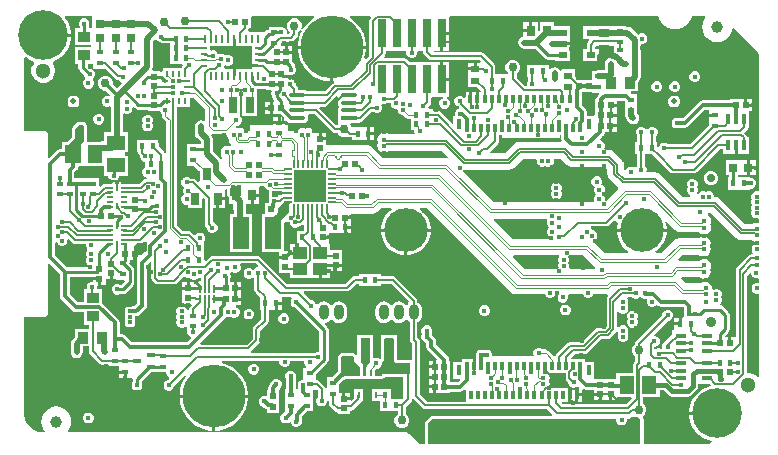
<source format=gtl>
G04*
G04 #@! TF.GenerationSoftware,Altium Limited,Altium Designer,23.8.1 (32)*
G04*
G04 Layer_Physical_Order=1*
G04 Layer_Color=255*
%FSLAX44Y44*%
%MOMM*%
G71*
G04*
G04 #@! TF.SameCoordinates,734B7F2F-E986-4DD8-8F6E-206143954E38*
G04*
G04*
G04 #@! TF.FilePolarity,Positive*
G04*
G01*
G75*
%ADD10C,0.2540*%
%ADD14C,0.2032*%
%ADD16C,0.1270*%
%ADD18R,0.5500X0.4500*%
%ADD19R,0.5500X0.6000*%
%ADD20R,0.5200X0.5200*%
%ADD21R,0.5200X0.5200*%
G04:AMPARAMS|DCode=22|XSize=0.2mm|YSize=0.7mm|CornerRadius=0.036mm|HoleSize=0mm|Usage=FLASHONLY|Rotation=180.000|XOffset=0mm|YOffset=0mm|HoleType=Round|Shape=RoundedRectangle|*
%AMROUNDEDRECTD22*
21,1,0.2000,0.6280,0,0,180.0*
21,1,0.1280,0.7000,0,0,180.0*
1,1,0.0720,-0.0640,0.3140*
1,1,0.0720,0.0640,0.3140*
1,1,0.0720,0.0640,-0.3140*
1,1,0.0720,-0.0640,-0.3140*
%
%ADD22ROUNDEDRECTD22*%
%ADD23R,0.2000X0.5000*%
%ADD24R,0.5000X0.2000*%
%ADD25R,0.4750X0.2500*%
%ADD26R,0.2500X0.4750*%
%ADD27R,0.5750X0.2500*%
%ADD28R,0.2500X0.6750*%
%ADD29R,0.4500X0.5500*%
%ADD30R,0.7500X1.4000*%
%ADD31R,0.3600X0.3200*%
%ADD32R,0.8000X2.0000*%
%ADD33R,0.2800X0.5000*%
%ADD34R,1.6000X0.9000*%
%ADD35R,0.9000X0.7000*%
%ADD36R,0.9000X1.0000*%
%ADD37R,0.7000X0.9000*%
%ADD38R,1.3000X1.5000*%
%ADD39R,0.6500X1.1000*%
%ADD40R,1.3900X2.7200*%
%ADD41O,0.7000X0.2000*%
%ADD42O,0.2000X0.7000*%
%ADD43R,1.2000X1.0000*%
%ADD44R,0.8000X0.5500*%
%ADD45R,0.3000X0.6500*%
%ADD46R,0.4000X0.9500*%
%ADD47R,0.9000X0.4000*%
%ADD48R,0.4000X0.9000*%
%ADD49R,1.0000X0.9000*%
%ADD50R,0.7100X0.3000*%
%ADD51R,0.8000X0.8000*%
%ADD52R,0.6500X0.5500*%
%ADD53R,1.5000X1.3000*%
%ADD54O,1.4000X0.3500*%
%ADD55R,1.4000X0.3500*%
%ADD56R,0.8000X0.8000*%
%ADD57R,0.7600X2.4000*%
%ADD108C,0.1066*%
%ADD109C,0.7500*%
%ADD110R,2.7000X2.7000*%
%ADD111C,1.0000*%
%ADD112C,0.3048*%
%ADD113C,0.5080*%
%ADD114C,0.1143*%
%ADD115C,0.1524*%
%ADD116C,0.1092*%
%ADD117C,0.1312*%
%ADD118C,0.1346*%
%ADD119C,0.3810*%
%ADD120C,0.1300*%
%ADD121C,0.5000*%
%ADD122O,0.9000X1.3000*%
%ADD123C,5.3000*%
%ADD124C,1.3000*%
%ADD125C,3.7000*%
%ADD126C,0.7000*%
%ADD127C,0.9000*%
%ADD128C,4.2000*%
%ADD129C,0.4020*%
%ADD130C,0.4060*%
%ADD131C,0.5080*%
G36*
X45612Y343144D02*
Y333040D01*
X42885D01*
Y334431D01*
X43550Y336037D01*
Y337847D01*
X42857Y339519D01*
X41577Y340799D01*
X39905Y341492D01*
X38095D01*
X36423Y340799D01*
X35143Y339519D01*
X34450Y337847D01*
Y336037D01*
X35115Y334431D01*
Y333040D01*
X31460D01*
Y318960D01*
X44714D01*
X44920Y318754D01*
X44891Y317463D01*
X44471Y317040D01*
X31460D01*
Y302960D01*
X34115D01*
Y299582D01*
X34411Y298095D01*
X35253Y296835D01*
X39149Y292939D01*
X39710Y291585D01*
X40095Y290369D01*
X38815Y289089D01*
X38122Y287417D01*
Y285607D01*
X38815Y283935D01*
X40095Y282655D01*
X41767Y281962D01*
X43577D01*
X45249Y282655D01*
X46529Y283935D01*
X47222Y285607D01*
Y287417D01*
X46529Y289089D01*
X46136Y289483D01*
X46249Y290053D01*
X47529Y291333D01*
X48222Y293005D01*
Y294815D01*
X47529Y296487D01*
X46249Y297767D01*
X44643Y298433D01*
X41885Y301191D01*
Y302960D01*
X46540Y302960D01*
X46862Y301823D01*
Y298915D01*
X57121D01*
X65799Y290237D01*
X66849Y289535D01*
X68088Y289289D01*
X68276D01*
X69423Y288143D01*
X70486Y287703D01*
X70856Y286277D01*
X66792Y282213D01*
X63290Y285716D01*
Y287763D01*
X62332Y290075D01*
X60563Y291844D01*
X58251Y292802D01*
X55749D01*
X53437Y291844D01*
X51668Y290075D01*
X50710Y287763D01*
Y285261D01*
X51668Y282949D01*
X53437Y281180D01*
X55749Y280222D01*
X57796D01*
X61264Y276754D01*
X61130Y276083D01*
X59745Y275376D01*
X59325Y275550D01*
X57515D01*
X55843Y274857D01*
X54563Y273577D01*
X53870Y271905D01*
Y270095D01*
X54563Y268423D01*
X55843Y267143D01*
X57515Y266450D01*
X59325D01*
X60455Y266918D01*
X61725Y266210D01*
Y244952D01*
X56243D01*
Y237132D01*
X54156D01*
X52174Y236737D01*
X51747Y236452D01*
X42305D01*
X41706Y237182D01*
Y250190D01*
X41509Y251181D01*
X40947Y252021D01*
X39677Y253291D01*
X38837Y253853D01*
X37846Y254050D01*
X35052D01*
X34061Y253853D01*
X33221Y253291D01*
X29411Y249481D01*
X28849Y248641D01*
X28652Y247650D01*
Y240595D01*
X24581Y236524D01*
X23114D01*
X22754Y236452D01*
X20576D01*
Y234194D01*
X20524Y233934D01*
Y230556D01*
X18412D01*
X16826Y230240D01*
X15482Y229342D01*
X9493Y223353D01*
X8320Y223839D01*
Y242144D01*
X8024Y243630D01*
X7182Y244891D01*
X5921Y245733D01*
X4435Y246028D01*
X-11680D01*
Y308205D01*
X-11329Y308351D01*
X-10410Y308585D01*
X-6690Y306099D01*
X-3475Y304767D01*
X-3227Y303522D01*
X-3594Y303155D01*
X-4916Y300865D01*
X-5600Y298312D01*
Y295668D01*
X-4916Y293115D01*
X-3594Y290825D01*
X-1725Y288956D01*
X565Y287634D01*
X3118Y286950D01*
X5762D01*
X8315Y287634D01*
X10605Y288956D01*
X12474Y290825D01*
X13796Y293115D01*
X14480Y295668D01*
Y298312D01*
X13796Y300865D01*
X12474Y303155D01*
X12283Y303346D01*
X12581Y304844D01*
X15610Y306099D01*
X19466Y308675D01*
X22745Y311954D01*
X25321Y315810D01*
X27095Y320094D01*
X28000Y324641D01*
Y325690D01*
X4460D01*
Y328230D01*
X28000D01*
Y329278D01*
X27095Y333826D01*
X25321Y338110D01*
X22805Y341875D01*
X22933Y342440D01*
X23225Y343145D01*
X45612Y343144D01*
D02*
G37*
G36*
X233477Y343130D02*
X233774Y341895D01*
X233640Y341827D01*
X229942Y339140D01*
X226710Y335908D01*
X224023Y332210D01*
X222892Y332787D01*
X223290Y333749D01*
Y336251D01*
X222332Y338563D01*
X220563Y340332D01*
X218251Y341290D01*
X215749D01*
X213437Y340332D01*
X211668Y338563D01*
X210710Y336251D01*
Y333749D01*
X211668Y331437D01*
X213437Y329668D01*
X212842Y328603D01*
X212600Y328361D01*
X210707D01*
X210550Y328595D01*
Y330405D01*
X209857Y332077D01*
X208577Y333357D01*
X206905Y334050D01*
X205290D01*
Y334290D01*
X194710D01*
Y332244D01*
X194033Y332109D01*
X192773Y331267D01*
X190963Y329457D01*
X189790Y329943D01*
Y330165D01*
X178452D01*
X177773Y331435D01*
X177991Y331761D01*
X178209Y332860D01*
X180140D01*
Y342236D01*
X181038Y343134D01*
X233477Y343130D01*
D02*
G37*
G36*
X281221Y343127D02*
X281707Y341954D01*
X280921Y341168D01*
X280219Y340118D01*
X279973Y338879D01*
Y309443D01*
X277462Y306932D01*
X276348Y307614D01*
X277185Y310190D01*
X277900Y314704D01*
Y315720D01*
X250130D01*
Y287950D01*
X250161D01*
X250397Y286798D01*
X250372Y286680D01*
X249365Y286007D01*
X243045Y279687D01*
X227427D01*
X226224Y280491D01*
X224550Y280824D01*
X220345D01*
Y281673D01*
X220098Y282911D01*
X219396Y283962D01*
X218050Y285308D01*
Y286405D01*
X217357Y288077D01*
X216077Y289357D01*
X214405Y290050D01*
X212595D01*
X212196Y289885D01*
X211140Y290590D01*
Y292885D01*
X212410Y293734D01*
X213095Y293450D01*
X214905D01*
X216577Y294143D01*
X217857Y295423D01*
X218550Y297095D01*
Y298905D01*
X217857Y300577D01*
X217602Y300833D01*
Y300908D01*
X217306Y302395D01*
X216464Y303655D01*
X215140Y304979D01*
Y311355D01*
X210000D01*
Y312625D01*
X208730D01*
Y317765D01*
X205290D01*
Y320529D01*
X206389Y321627D01*
X213994D01*
X215282Y321884D01*
X216375Y322613D01*
X219381Y325619D01*
X220110Y326712D01*
X220367Y328000D01*
X220367Y328000D01*
Y329586D01*
X220563Y329668D01*
X222069Y331174D01*
X223110Y330418D01*
X221948Y328138D01*
X220535Y323790D01*
X219820Y319275D01*
Y318260D01*
X248860D01*
X277900D01*
Y319275D01*
X277185Y323790D01*
X275772Y328138D01*
X273697Y332210D01*
X271010Y335908D01*
X267778Y339140D01*
X264080Y341827D01*
X263951Y341893D01*
X264247Y343128D01*
X281221Y343127D01*
D02*
G37*
G36*
X325947Y313182D02*
X326193Y311943D01*
X326895Y310893D01*
X330705Y307083D01*
X331755Y306381D01*
X332994Y306135D01*
X373817D01*
X374768Y305184D01*
X374242Y303914D01*
X371348D01*
Y298624D01*
X370078D01*
Y297354D01*
X364288D01*
Y293334D01*
Y283334D01*
X371290D01*
X374722Y279902D01*
X374655Y278632D01*
X373277D01*
Y272842D01*
X370737D01*
Y278632D01*
X367277D01*
Y272842D01*
X364737D01*
Y278632D01*
X361967D01*
Y274535D01*
X360697Y274133D01*
X359701Y275129D01*
X358029Y275822D01*
X356219D01*
X354547Y275129D01*
X353267Y273849D01*
X352574Y272177D01*
Y270367D01*
X353267Y268695D01*
X354547Y267415D01*
X356063Y266787D01*
X356522Y266327D01*
X356048Y265005D01*
X354734Y264461D01*
X353454Y263181D01*
X352761Y261509D01*
Y259699D01*
X352382Y259132D01*
X351542D01*
Y252718D01*
X350368Y252232D01*
X340762Y261838D01*
X339670Y262568D01*
X338381Y262824D01*
X334054D01*
Y264878D01*
X331007D01*
X330301Y265934D01*
X330330Y266004D01*
Y266677D01*
X331748Y268095D01*
X331748Y268095D01*
X332534Y269271D01*
X332810Y270658D01*
X332810Y270659D01*
Y274180D01*
X333708Y275078D01*
X335524Y275078D01*
X336794Y275078D01*
X342443D01*
X342695Y273808D01*
X341593Y273351D01*
X340313Y272071D01*
X339620Y270399D01*
Y268589D01*
X340313Y266917D01*
X341593Y265637D01*
X343265Y264944D01*
X345075D01*
X346747Y265637D01*
X348027Y266917D01*
X348720Y268589D01*
Y270399D01*
X348027Y272071D01*
X346747Y273351D01*
X345645Y273808D01*
X345897Y275078D01*
X348224D01*
Y288348D01*
X341884D01*
Y289618D01*
X340614D01*
Y304158D01*
X336794D01*
X335544Y304158D01*
X334274Y304158D01*
X322844D01*
Y304158D01*
X322824D01*
Y304158D01*
X314592D01*
X312169Y306581D01*
X311119Y307283D01*
X309880Y307529D01*
X293193D01*
X292707Y308703D01*
X293373Y309369D01*
X294075Y310419D01*
X294321Y311658D01*
Y314078D01*
X297424D01*
X297424Y314078D01*
X297444D01*
Y314078D01*
X298694Y314078D01*
X310124D01*
Y314078D01*
X310144D01*
X311355Y313937D01*
X311934Y313071D01*
Y311261D01*
X312627Y309589D01*
X313907Y308309D01*
X315579Y307616D01*
X317389D01*
X319061Y308309D01*
X320341Y309589D01*
X321034Y311261D01*
Y313071D01*
X321613Y313937D01*
X322824Y314078D01*
X322844D01*
Y314078D01*
X325947D01*
Y313182D01*
D02*
G37*
G36*
X167209Y318335D02*
X181210D01*
Y314915D01*
X181210D01*
Y302335D01*
X181210D01*
Y302334D01*
X186149D01*
X186625Y302240D01*
X186625D01*
Y299855D01*
X181210D01*
Y298915D01*
X167209D01*
Y293000D01*
X164790D01*
Y298915D01*
X157858D01*
X157171Y300082D01*
X157611Y301277D01*
X158820Y301897D01*
X159899Y301450D01*
X161709D01*
X163381Y302143D01*
X164661Y303423D01*
X165354Y305095D01*
Y306905D01*
X164661Y308577D01*
X163381Y309857D01*
X161709Y310550D01*
X159899D01*
X158475Y309960D01*
X157577Y310857D01*
X155905Y311550D01*
X154095D01*
X152450Y310869D01*
X151857Y312300D01*
X150577Y313580D01*
X148905Y314272D01*
X147095D01*
X146846Y314169D01*
X145790Y314875D01*
Y318335D01*
X164790D01*
Y324250D01*
X167209D01*
Y318335D01*
D02*
G37*
G36*
X100006Y323451D02*
X100143Y323120D01*
X101423Y321840D01*
X103095Y321147D01*
X103509D01*
X104611Y320411D01*
X106098Y320115D01*
X111705D01*
Y310642D01*
X111705D01*
Y302605D01*
X122089D01*
X122615Y301335D01*
X122211Y300931D01*
X121509Y299881D01*
X121441Y299540D01*
X105710D01*
Y296794D01*
X104440Y295780D01*
X103915Y295885D01*
X103140D01*
Y297140D01*
X97546D01*
X96844Y298410D01*
X97179Y300096D01*
Y322118D01*
X98760Y323698D01*
X100006Y323451D01*
D02*
G37*
G36*
X82253Y265253D02*
X83513Y264411D01*
X85000Y264115D01*
X92860D01*
Y262860D01*
X103140D01*
X103830Y261876D01*
X104018Y261423D01*
X104703Y260738D01*
Y258875D01*
X104703Y258874D01*
X104944Y257660D01*
X105632Y256631D01*
X108605Y253658D01*
Y227837D01*
X107335Y227451D01*
X106886Y228124D01*
X106886Y228124D01*
X102000Y233009D01*
Y238462D01*
X83420D01*
Y227882D01*
X84952D01*
Y227778D01*
X85200Y226531D01*
X85906Y225474D01*
X86174Y225206D01*
Y223762D01*
X86866Y222090D01*
X88146Y220810D01*
X89819Y220117D01*
X90532D01*
Y215042D01*
X90387Y214981D01*
X89107Y213701D01*
X88414Y212029D01*
Y210219D01*
X89107Y208547D01*
X90387Y207267D01*
X92059Y206574D01*
X92016Y205322D01*
X91084D01*
X89846Y205075D01*
X88795Y204373D01*
X85659Y201237D01*
X78096D01*
Y201540D01*
X70596D01*
Y202540D01*
X68326D01*
Y201541D01*
X68015D01*
Y197500D01*
X66097D01*
Y201541D01*
X65786D01*
Y202540D01*
X65106D01*
X64913Y203730D01*
X66585Y204423D01*
X67865Y205703D01*
X68558Y207375D01*
Y207872D01*
X76323D01*
Y225952D01*
X76323Y225952D01*
Y226872D01*
X76323D01*
X76323Y227222D01*
Y244952D01*
X72084D01*
Y260125D01*
X73354Y260883D01*
X74398Y260450D01*
X76208D01*
X77880Y261143D01*
X79160Y262423D01*
X79853Y264095D01*
Y265857D01*
X79988Y265983D01*
X80963Y266543D01*
X82253Y265253D01*
D02*
G37*
G36*
X468928Y278573D02*
X474844D01*
X475330Y277400D01*
X473963Y276033D01*
X473064Y274688D01*
X472749Y273102D01*
Y272856D01*
X471647D01*
Y264334D01*
X471500D01*
Y260038D01*
X470622Y259132D01*
X464370D01*
Y262513D01*
X464054Y264098D01*
X463156Y265443D01*
X460151Y268448D01*
Y278723D01*
X463494D01*
Y278723D01*
X468928D01*
Y278573D01*
D02*
G37*
G36*
X192860Y280860D02*
X196885D01*
X197734Y279590D01*
X197450Y278905D01*
Y277095D01*
X198143Y275423D01*
X198398Y275167D01*
Y274725D01*
X198694Y273238D01*
X199536Y271978D01*
X200025Y271489D01*
X199539Y270316D01*
X198692D01*
Y265176D01*
Y260036D01*
X205470D01*
X206631Y258875D01*
X206145Y257702D01*
X205270D01*
Y254182D01*
X209672D01*
X210560Y254451D01*
X210957Y253857D01*
X212376Y252909D01*
X214050Y252576D01*
X224550D01*
X226224Y252909D01*
X227643Y253857D01*
X228591Y255276D01*
X228924Y256950D01*
X228591Y258624D01*
X228378Y258943D01*
X229057Y260213D01*
X234319D01*
X249425Y245107D01*
X250475Y244405D01*
X251714Y244159D01*
X253867D01*
X254002Y243833D01*
X255771Y242064D01*
X258083Y241106D01*
X260585D01*
X261553Y241507D01*
X262537Y240849D01*
X263775Y240603D01*
X265710D01*
Y238550D01*
X278230D01*
Y243840D01*
Y249130D01*
X265710D01*
X265017Y250113D01*
X264666Y250959D01*
X264139Y251487D01*
X264625Y252660D01*
X272840D01*
Y253805D01*
X273617Y253959D01*
X274667Y254661D01*
X282341Y262335D01*
X283553D01*
X284173Y261715D01*
X285845Y261022D01*
X287655D01*
X289328Y261715D01*
X290607Y262995D01*
X291300Y264667D01*
Y266477D01*
X290766Y267768D01*
X291633Y268783D01*
X291703Y268754D01*
X293513D01*
X295185Y269447D01*
X295805Y270067D01*
X298450D01*
Y268589D01*
X299143Y266917D01*
X300423Y265637D01*
X302095Y264944D01*
X303277D01*
X303941Y264869D01*
X304450Y263795D01*
Y263001D01*
X305143Y261329D01*
X306423Y260049D01*
X308095Y259356D01*
X308590D01*
X310837Y257109D01*
X311858Y256427D01*
X313062Y256187D01*
X315474D01*
Y246552D01*
X318450D01*
Y245221D01*
X318780Y244424D01*
X317931Y243154D01*
X297026D01*
X295830Y243953D01*
X293586Y244400D01*
X292862D01*
X290617Y243953D01*
X288715Y242682D01*
X287443Y240779D01*
X286996Y238534D01*
X287443Y236289D01*
X287626Y236016D01*
X287443Y235743D01*
X286996Y233498D01*
X287443Y231253D01*
X288715Y229350D01*
X290617Y228079D01*
X292862Y227633D01*
X293586D01*
X295830Y228079D01*
X297026Y228878D01*
X342157D01*
X346862Y224173D01*
X346237Y223002D01*
X345796Y223090D01*
X292076D01*
X283027Y232139D01*
X281170Y233380D01*
X278980Y233815D01*
X244872D01*
X244140Y234965D01*
Y238041D01*
X239000D01*
Y239311D01*
X237730D01*
Y244451D01*
X234243D01*
X234120Y245068D01*
X232879Y246925D01*
X231022Y248165D01*
X228832Y248601D01*
X226642Y248165D01*
X226314Y247946D01*
X225986Y248165D01*
X223796Y248601D01*
X221606Y248165D01*
X219749Y246925D01*
X218509Y245068D01*
X218245Y244959D01*
X217170Y245677D01*
X214980Y246112D01*
X211830D01*
Y251242D01*
X209290D01*
Y251642D01*
X198710D01*
Y251269D01*
X193830D01*
Y251269D01*
X179170D01*
Y246281D01*
X178701D01*
X176510Y245846D01*
X176078Y245557D01*
X175083Y247047D01*
X173226Y248288D01*
X171036Y248723D01*
X168846Y248288D01*
X168518Y248069D01*
X168190Y248288D01*
X167610Y248403D01*
X167176Y249688D01*
X167793Y250450D01*
X168905D01*
X170577Y251143D01*
X171857Y252423D01*
X172550Y254095D01*
Y255905D01*
X171857Y257577D01*
X171825Y257610D01*
X170990Y258460D01*
X170990D01*
X170990Y258460D01*
Y276860D01*
X173010D01*
Y258460D01*
X185590D01*
Y277540D01*
X185125D01*
Y281819D01*
X192860D01*
Y280860D01*
D02*
G37*
G36*
X131040Y274210D02*
X132308Y274205D01*
X141608Y264906D01*
Y254982D01*
X140487Y254384D01*
X139982Y254721D01*
X138000Y255116D01*
X136018Y254721D01*
X134338Y253598D01*
X133215Y251918D01*
X132821Y249936D01*
Y244000D01*
X133215Y242018D01*
X134338Y240338D01*
X137550Y237125D01*
Y235271D01*
X136290Y235248D01*
Y235248D01*
X125710D01*
Y225668D01*
Y216668D01*
X131840D01*
X136279Y212229D01*
X136940Y211787D01*
Y203282D01*
X135767Y202796D01*
X133836Y204727D01*
X132786Y205429D01*
X131547Y205675D01*
X128927D01*
X128307Y206295D01*
X126635Y206988D01*
X124825D01*
X123153Y206295D01*
X121873Y205015D01*
X121180Y203343D01*
Y201533D01*
X121873Y199861D01*
X123153Y198581D01*
X123286Y197381D01*
X122704Y195977D01*
Y194167D01*
X123397Y192495D01*
X123327Y192143D01*
X123153Y192071D01*
X121873Y190791D01*
X121180Y189119D01*
Y187309D01*
X121873Y185637D01*
X123153Y184357D01*
X124825Y183664D01*
X126635D01*
X127340Y183193D01*
Y180460D01*
X138920D01*
Y188827D01*
X140093Y189313D01*
X141289Y188118D01*
Y167132D01*
X141535Y165893D01*
X142237Y164843D01*
X143024Y164056D01*
Y163179D01*
X143717Y161507D01*
X144997Y160227D01*
X146669Y159534D01*
X148479D01*
X150151Y160227D01*
X151431Y161507D01*
X152124Y163179D01*
Y164989D01*
X151431Y166661D01*
X150151Y167941D01*
X148479Y168634D01*
X147763D01*
Y180460D01*
X151060D01*
Y188500D01*
X152330D01*
Y189770D01*
X158120D01*
Y196290D01*
X159170Y197072D01*
X160236Y196805D01*
Y192000D01*
X160237Y191996D01*
X160236Y191992D01*
X160336Y191498D01*
X160433Y191009D01*
X160435Y191006D01*
X160436Y191001D01*
X160716Y190586D01*
X160994Y190169D01*
X160998Y190167D01*
X161000Y190163D01*
X161403Y189763D01*
Y184385D01*
X165383D01*
Y179811D01*
X165483Y179310D01*
Y175456D01*
X162219D01*
Y143176D01*
X181199D01*
Y175456D01*
X175862D01*
Y179691D01*
X175763Y180191D01*
Y184385D01*
X180173D01*
Y191425D01*
X181443D01*
Y192695D01*
X187483D01*
Y198465D01*
X187483D01*
X187750Y199624D01*
X191468D01*
X192143Y197995D01*
X193423Y196715D01*
X194323Y196342D01*
X195095Y196022D01*
X195202D01*
Y187902D01*
X195202D01*
X195214Y187884D01*
X195094Y187595D01*
Y186371D01*
X195030Y186275D01*
X194790Y185070D01*
X192341D01*
Y175456D01*
X189519D01*
Y173145D01*
X189434Y172720D01*
Y145796D01*
X189519Y145371D01*
Y143176D01*
X203860D01*
Y140270D01*
X209000D01*
Y137730D01*
X203860D01*
Y133860D01*
Y125860D01*
X213260D01*
Y121887D01*
X237530D01*
Y129427D01*
X240070D01*
Y121887D01*
X247340D01*
Y127192D01*
X250795D01*
Y132332D01*
X252064D01*
Y133602D01*
X257204D01*
Y135192D01*
Y145472D01*
X247340D01*
Y149967D01*
X247249D01*
X246305Y150753D01*
Y154623D01*
X241165D01*
Y157163D01*
X246305D01*
Y158108D01*
X246488Y159302D01*
X259008D01*
Y164592D01*
X260278D01*
Y165862D01*
X265068D01*
Y169882D01*
X264918D01*
Y171306D01*
X259778D01*
Y173846D01*
X264918D01*
Y175910D01*
X283290D01*
X285480Y176346D01*
X287337Y177587D01*
X290351Y180601D01*
X299080D01*
X299448Y179386D01*
X297888Y178343D01*
X294957Y175412D01*
X292655Y171966D01*
X291069Y168137D01*
X290260Y164072D01*
Y163270D01*
X332340D01*
Y164072D01*
X331531Y168137D01*
X329945Y171966D01*
X327643Y175412D01*
X324712Y178343D01*
X323152Y179386D01*
X323520Y180601D01*
X329465D01*
X400656Y109411D01*
X402512Y108170D01*
X404702Y107734D01*
X429162D01*
X429721Y106384D01*
X431001Y105105D01*
X432673Y104412D01*
X434483D01*
X436155Y105105D01*
X437435Y106384D01*
X437994Y107734D01*
X439290D01*
X439995Y106678D01*
X439799Y106206D01*
Y104396D01*
X440492Y102724D01*
X441772Y101444D01*
X443444Y100751D01*
X445255D01*
X446927Y101444D01*
X448207Y102724D01*
X448899Y104396D01*
Y106206D01*
X448704Y106678D01*
X449409Y107734D01*
X461326D01*
X461832Y106513D01*
X463112Y105233D01*
X464784Y104540D01*
X466594D01*
X468267Y105233D01*
X469547Y106513D01*
X470052Y107734D01*
X481899D01*
X482436Y106475D01*
X482343Y106382D01*
X481641Y105332D01*
X481395Y104093D01*
Y80843D01*
X479862Y79310D01*
X474196D01*
X472957Y79064D01*
X471907Y78362D01*
X461044Y67499D01*
X450625D01*
X449386Y67253D01*
X448336Y66551D01*
X438911Y57126D01*
X438209Y56076D01*
X438156Y55807D01*
X436778Y55389D01*
X432011Y60155D01*
X430982Y60843D01*
X429768Y61084D01*
X429768Y61084D01*
X427188D01*
X426503Y61769D01*
X424831Y62462D01*
X423021D01*
X421349Y61769D01*
X420069Y60489D01*
X419376Y58817D01*
Y57007D01*
X419605Y56453D01*
X418900Y55397D01*
X384607D01*
X384550Y55483D01*
Y57293D01*
X383857Y58965D01*
X382577Y60245D01*
X380905Y60938D01*
X379095D01*
X378114Y60532D01*
X377044D01*
X376063Y60938D01*
X374253D01*
X372581Y60245D01*
X371301Y58965D01*
X370608Y57293D01*
Y55483D01*
X371014Y54502D01*
Y52857D01*
X370470D01*
Y47067D01*
X367930D01*
Y52857D01*
X359160D01*
Y50857D01*
X351660D01*
Y36277D01*
X356906D01*
X357392Y35104D01*
X355896Y33608D01*
X348902D01*
Y42702D01*
X348902D01*
Y51473D01*
X347906D01*
Y52238D01*
X347590Y53824D01*
X346692Y55168D01*
X336931Y64928D01*
Y67949D01*
X336616Y69535D01*
X335718Y70879D01*
X333450Y73147D01*
X333144Y73886D01*
Y75114D01*
X333550Y76095D01*
Y77905D01*
X332857Y79577D01*
X331577Y80857D01*
X329905Y81550D01*
X328095D01*
X326423Y80857D01*
X325143Y79577D01*
X324450Y77905D01*
Y76095D01*
X324856Y75114D01*
Y73886D01*
X324450Y72905D01*
Y71095D01*
X325143Y69423D01*
X326423Y68143D01*
X326955Y67922D01*
X328644Y66233D01*
Y63212D01*
X328960Y61627D01*
X329858Y60282D01*
X337493Y52647D01*
X337032Y51533D01*
Y46333D01*
X335762D01*
Y45064D01*
X330622D01*
Y42702D01*
X330622D01*
Y38832D01*
X335762D01*
Y36291D01*
X330622D01*
Y32422D01*
Y30734D01*
X335762D01*
Y29464D01*
X337032D01*
Y24324D01*
X348902D01*
Y25320D01*
X357612D01*
X359198Y25636D01*
X360542Y26534D01*
X361061Y27053D01*
X362235Y26567D01*
Y16987D01*
X329221D01*
X323277Y22931D01*
Y67375D01*
X323031Y68614D01*
X322329Y69664D01*
X321197Y70796D01*
Y84381D01*
X321510Y84511D01*
X322981Y85639D01*
X324109Y87110D01*
X324819Y88822D01*
X325061Y90660D01*
Y94660D01*
X324819Y96498D01*
X324109Y98210D01*
X322981Y99681D01*
X321510Y100809D01*
X321197Y100939D01*
Y102156D01*
X320951Y103395D01*
X320249Y104445D01*
X302405Y122289D01*
X301355Y122991D01*
X300116Y123237D01*
X290290D01*
Y125290D01*
X271710D01*
Y123237D01*
X268000D01*
X266761Y122991D01*
X265711Y122289D01*
X260066Y116644D01*
X210865D01*
X188146Y139363D01*
X187096Y140065D01*
X185857Y140311D01*
X147574D01*
X146335Y140065D01*
X145285Y139363D01*
X141847Y135926D01*
X140674Y136412D01*
Y141795D01*
X140674D01*
Y152375D01*
X140674Y152375D01*
X141086Y153475D01*
X141550Y154595D01*
Y156405D01*
X140857Y158077D01*
X139577Y159357D01*
X137905Y160050D01*
X136095D01*
X134423Y159357D01*
X133143Y158077D01*
X132156Y157881D01*
X129748Y160289D01*
X128698Y160991D01*
X127459Y161237D01*
X122566D01*
X117737Y166066D01*
Y266460D01*
X128290D01*
Y274210D01*
X131040D01*
Y274210D01*
D02*
G37*
G36*
X253961Y275019D02*
X254009Y274776D01*
X254397Y274196D01*
X254957Y273043D01*
X254009Y271624D01*
X253676Y269950D01*
X254009Y268276D01*
X254957Y266857D01*
X254397Y265704D01*
X254009Y265124D01*
X253676Y263450D01*
X253863Y262510D01*
X253760Y261240D01*
X253760Y261240D01*
X253760Y261240D01*
Y252660D01*
X253760D01*
X253716Y251473D01*
X252281Y251407D01*
X238245Y265443D01*
X238631Y266612D01*
X238710Y266713D01*
X242518D01*
X243757Y266959D01*
X244807Y267661D01*
X252583Y275436D01*
X253961Y275019D01*
D02*
G37*
G36*
X442938Y239400D02*
X443186Y238156D01*
X442463Y236886D01*
X407043D01*
X404798Y236440D01*
X402895Y235168D01*
X395080Y227353D01*
X383102D01*
X382731Y228078D01*
X382651Y228624D01*
X389371Y235343D01*
X390073Y236394D01*
X390319Y237632D01*
Y242552D01*
X392502D01*
Y240012D01*
X441662D01*
Y242552D01*
X442938D01*
Y239400D01*
D02*
G37*
G36*
X148403Y243425D02*
X158995D01*
X158995Y243425D01*
X159069Y243440D01*
X159315Y243351D01*
X160277Y242385D01*
Y242233D01*
X160712Y240043D01*
X161611Y238697D01*
Y238410D01*
X162047Y236220D01*
X163139Y234586D01*
X163135Y234350D01*
X162999Y234135D01*
X162101Y233360D01*
X160274Y233723D01*
X158084Y233288D01*
X156227Y232047D01*
X154986Y230190D01*
X154551Y228000D01*
Y227233D01*
X154986Y225043D01*
X155885Y223697D01*
Y222428D01*
X154615Y222043D01*
X154284Y222539D01*
X147909Y228913D01*
Y239270D01*
X147515Y241252D01*
X146627Y242582D01*
X146796Y242909D01*
X147466Y243611D01*
X148403Y243425D01*
D02*
G37*
G36*
X525190Y343110D02*
X525557Y341781D01*
X525784Y341330D01*
X525949Y340853D01*
X527392Y338389D01*
X527727Y338011D01*
X528009Y337592D01*
X530037Y335583D01*
X530459Y335304D01*
X530840Y334972D01*
X533316Y333552D01*
X533795Y333391D01*
X534249Y333168D01*
X537008Y332433D01*
X537512Y332401D01*
X538008Y332302D01*
X540863D01*
X541358Y332401D01*
X541862Y332433D01*
X544621Y333168D01*
X545075Y333391D01*
X545553Y333552D01*
X548030Y334972D01*
X548411Y335304D01*
X548833Y335583D01*
X550860Y337592D01*
X551143Y338011D01*
X551479Y338389D01*
X552921Y340853D01*
X553086Y341330D01*
X553313Y341781D01*
X553680Y343109D01*
X564425Y343109D01*
X565051Y341839D01*
X563937Y340387D01*
X562661Y337306D01*
X562226Y334000D01*
X562661Y330694D01*
X563937Y327613D01*
X565967Y324967D01*
X568613Y322937D01*
X571694Y321661D01*
X575000Y321226D01*
X578306Y321661D01*
X581387Y322937D01*
X584033Y324967D01*
X586063Y327613D01*
X587339Y330694D01*
X587584Y332555D01*
X588925Y333010D01*
X608759Y313176D01*
X609185Y312750D01*
X609854Y311749D01*
X610316Y310635D01*
X610550Y309454D01*
Y308852D01*
X610550Y195626D01*
X609815Y195135D01*
X609280Y194923D01*
X607679D01*
X606007Y194230D01*
X604727Y192950D01*
X604034Y191278D01*
Y189468D01*
X604632Y188023D01*
X604034Y186579D01*
Y184769D01*
X604606Y183388D01*
X604034Y182007D01*
Y180197D01*
X604606Y178816D01*
X604034Y177435D01*
Y175625D01*
X604727Y173953D01*
X606007Y172673D01*
X607679Y171980D01*
X609489D01*
X609495Y171982D01*
X610550Y171277D01*
Y169550D01*
X609569Y168744D01*
X608615Y168934D01*
X607891D01*
X605647Y168487D01*
X604419Y167666D01*
X598819D01*
X577674Y188811D01*
X575771Y190083D01*
X573526Y190529D01*
X572240D01*
Y191278D01*
X571547Y192950D01*
X570267Y194230D01*
X568595Y194923D01*
X566785D01*
X565277Y194298D01*
X563769Y194923D01*
X561959D01*
X560287Y194230D01*
X559007Y192950D01*
X557884Y193487D01*
X558550Y195095D01*
Y196905D01*
X557889Y198500D01*
X558550Y200095D01*
Y201905D01*
X557857Y203577D01*
X556577Y204857D01*
X554905Y205550D01*
X553095D01*
X551423Y204857D01*
X550143Y203577D01*
X549450Y201905D01*
Y200095D01*
X550111Y198500D01*
X549450Y196905D01*
Y195095D01*
X550143Y193423D01*
X551423Y192143D01*
X552252Y191799D01*
X551999Y190529D01*
X545222D01*
X526366Y209385D01*
X524463Y210657D01*
X522218Y211103D01*
X515737D01*
X515031Y212159D01*
X515162Y212474D01*
Y214285D01*
X514469Y215957D01*
X513849Y216577D01*
Y226358D01*
X519874D01*
X523223Y223009D01*
X523223Y223009D01*
X535141Y211091D01*
X536192Y210389D01*
X537430Y210142D01*
X555379D01*
X556618Y210389D01*
X557668Y211091D01*
X577341Y230763D01*
X579960D01*
Y226960D01*
X589040D01*
Y226960D01*
X589730D01*
Y234000D01*
X592270D01*
Y226960D01*
X592960D01*
Y226960D01*
X602040D01*
Y241040D01*
X600657D01*
X600491Y241877D01*
X599789Y242927D01*
X598008Y244708D01*
X600011Y246711D01*
X600713Y247761D01*
X600951Y248960D01*
X602040D01*
Y262860D01*
X604140D01*
Y266730D01*
X599000D01*
Y268000D01*
X597730D01*
Y273140D01*
X585860D01*
Y272144D01*
X562610D01*
X561024Y271828D01*
X559680Y270930D01*
X545863Y257113D01*
X542479D01*
X541903Y257352D01*
X540093D01*
X538420Y256659D01*
X537140Y255379D01*
X536448Y253707D01*
Y251897D01*
X537140Y250225D01*
X538420Y248945D01*
X540093Y248252D01*
X541903D01*
X543289Y248826D01*
X547580D01*
X549165Y249142D01*
X550510Y250040D01*
X564326Y263856D01*
X567734D01*
Y260770D01*
X573024D01*
Y258230D01*
X567734D01*
Y254710D01*
Y250288D01*
X552331Y234885D01*
X533296D01*
X532675Y235505D01*
X531003Y236198D01*
X529193D01*
X527521Y235505D01*
X526241Y234225D01*
X525548Y232553D01*
X524290Y232582D01*
Y236938D01*
X523175D01*
Y241912D01*
X523795Y242533D01*
X524488Y244205D01*
Y246015D01*
X523795Y247687D01*
X522515Y248967D01*
X520843Y249660D01*
X519033D01*
X517361Y248967D01*
X516081Y247687D01*
X515962Y247402D01*
X514588D01*
X514469Y247687D01*
X513189Y248967D01*
X511517Y249660D01*
X509707D01*
X508035Y248967D01*
X506755Y247687D01*
X506062Y246015D01*
Y244205D01*
X506755Y242533D01*
X507375Y241912D01*
Y236938D01*
X505710D01*
Y226358D01*
X507375D01*
Y216577D01*
X506755Y215957D01*
X506538Y215433D01*
X505040Y215135D01*
X504989Y215185D01*
X503317Y215878D01*
X501507D01*
X499835Y215185D01*
X498555Y213905D01*
X498439Y213627D01*
X497068Y213314D01*
X496302Y213967D01*
Y217474D01*
X495855Y219718D01*
X494584Y221621D01*
X487776Y228430D01*
X485873Y229701D01*
X483628Y230147D01*
X479795D01*
X479222Y231418D01*
X479784Y232775D01*
Y234585D01*
X479091Y236257D01*
X477811Y237537D01*
X476139Y238230D01*
X476127D01*
X475641Y239403D01*
X478876Y242638D01*
X479775Y243983D01*
X480037Y245304D01*
X483370D01*
Y250444D01*
X484640D01*
Y251714D01*
X489780D01*
Y254054D01*
Y257924D01*
X484640D01*
Y260464D01*
X489780D01*
Y262576D01*
X489927D01*
Y266446D01*
X484787D01*
Y268986D01*
X489927D01*
Y271700D01*
X496440D01*
X496710Y271430D01*
Y258710D01*
X497046D01*
X497425Y256808D01*
X498548Y255128D01*
X500337Y253337D01*
X502018Y252215D01*
X504000Y251821D01*
X505982Y252215D01*
X507663Y253337D01*
X508785Y255018D01*
X509179Y257000D01*
X508785Y258982D01*
X507663Y260662D01*
X507389Y260935D01*
Y263290D01*
X507290Y263790D01*
Y277290D01*
X502570D01*
X501650Y278210D01*
X502176Y279480D01*
X507800D01*
Y287235D01*
X508737Y288172D01*
X509860Y289852D01*
X510254Y291834D01*
Y319355D01*
X510480Y319506D01*
X512290D01*
X513962Y320199D01*
X515242Y321479D01*
X515935Y323151D01*
Y324962D01*
X515242Y326634D01*
X513962Y327914D01*
X512290Y328606D01*
X510480D01*
X508808Y327914D01*
X508179Y327285D01*
X502654Y332811D01*
X500973Y333933D01*
X498991Y334328D01*
X498050D01*
Y335290D01*
X487559D01*
X487470Y335290D01*
Y335290D01*
X486331Y335188D01*
Y335188D01*
X472251D01*
Y334626D01*
X461499D01*
Y324046D01*
X466259D01*
X466745Y322873D01*
X465475Y321603D01*
X464689Y320426D01*
X464413Y319039D01*
X464413Y319039D01*
Y315626D01*
X461499D01*
Y305046D01*
X474579D01*
Y315626D01*
X471664D01*
Y317537D01*
X472502Y318374D01*
X487470D01*
Y308861D01*
X486200Y307938D01*
X484985Y308179D01*
X483003Y307785D01*
X481323Y306663D01*
X480200Y304982D01*
X479806Y303000D01*
X479821Y302926D01*
Y300626D01*
X479806Y300552D01*
X479821Y300478D01*
Y298099D01*
X479806Y298025D01*
Y297543D01*
X474218D01*
X472260Y297153D01*
X468928D01*
Y289003D01*
X461204D01*
Y289003D01*
X457979D01*
X454781Y292201D01*
Y298153D01*
X443201D01*
Y297454D01*
X441931Y297068D01*
X441050Y298386D01*
X439370Y299509D01*
X438565Y299669D01*
X438293Y299782D01*
X437999D01*
X437388Y299903D01*
X436777Y299782D01*
X436483D01*
X436211Y299669D01*
X435406Y299509D01*
X433726Y298386D01*
X433642Y298261D01*
X432372Y298646D01*
Y301892D01*
X413792D01*
Y291312D01*
X414961D01*
Y288300D01*
X414735Y288073D01*
X414042Y286401D01*
Y284591D01*
X413762Y284171D01*
X412460D01*
X405374Y291258D01*
Y294586D01*
X405570Y294668D01*
X407340Y296437D01*
X408297Y298749D01*
Y301251D01*
X407340Y303563D01*
X405570Y305332D01*
X403258Y306290D01*
X400756D01*
X398444Y305332D01*
X396675Y303563D01*
X395717Y301251D01*
Y298749D01*
X396675Y296437D01*
X397928Y295184D01*
X397402Y293914D01*
X387244D01*
Y300523D01*
X386998Y301762D01*
X386296Y302812D01*
X377447Y311661D01*
X376397Y312363D01*
X375158Y312609D01*
X335292D01*
X335095Y312904D01*
X335252Y313335D01*
X335838Y314078D01*
X340614D01*
Y328618D01*
X341884D01*
Y329888D01*
X348224D01*
Y342224D01*
X349122Y343122D01*
X525190Y343110D01*
D02*
G37*
G36*
X39116Y250190D02*
Y237182D01*
X36322Y234388D01*
Y218948D01*
X23114D01*
Y233934D01*
X25654D01*
X31242Y239522D01*
Y247650D01*
X35052Y251460D01*
X37846D01*
X39116Y250190D01*
D02*
G37*
G36*
X56243Y207872D02*
X59458D01*
Y207375D01*
X60151Y205703D01*
X61431Y204423D01*
X62868Y203827D01*
X63221Y202854D01*
X63274Y202460D01*
X62755Y201540D01*
X56016D01*
Y200860D01*
X55412Y200740D01*
X54362Y200039D01*
X52945Y198622D01*
X51772Y199108D01*
Y206140D01*
X32556D01*
Y206140D01*
X32084D01*
X30814Y206439D01*
Y210954D01*
X32546Y212686D01*
X33444Y214030D01*
X33760Y215616D01*
X34675Y216358D01*
X36322D01*
X36392Y216372D01*
X38306D01*
X38656Y216372D01*
Y216372D01*
X39576D01*
Y216372D01*
X56243D01*
Y207872D01*
D02*
G37*
G36*
X447470Y217589D02*
X449373Y216317D01*
X451618Y215871D01*
X480144D01*
X482025Y213990D01*
Y209809D01*
X482472Y207564D01*
X483743Y205661D01*
X490860Y198545D01*
X490860Y198545D01*
X491088Y198392D01*
X491213Y197128D01*
X480739Y186654D01*
X479662Y187374D01*
X479784Y187668D01*
Y189478D01*
X479091Y191150D01*
X478547Y191694D01*
X477886Y192524D01*
X478547Y193354D01*
X479091Y193898D01*
X479784Y195570D01*
Y197380D01*
X479091Y199052D01*
X477811Y200332D01*
X476977Y200678D01*
X477647Y202295D01*
Y204105D01*
X476954Y205777D01*
X475674Y207057D01*
X474002Y207750D01*
X472192D01*
X470520Y207057D01*
X469240Y205777D01*
X468547Y204105D01*
Y202295D01*
X469240Y200623D01*
X470520Y199343D01*
X471354Y198997D01*
X470684Y197380D01*
Y195570D01*
X471377Y193898D01*
X471921Y193354D01*
X472582Y192524D01*
X471921Y191694D01*
X471377Y191150D01*
X470684Y189478D01*
Y187668D01*
X470994Y186919D01*
X470146Y185649D01*
X385608D01*
X359248Y212009D01*
X359874Y213179D01*
X360388Y213077D01*
X398564D01*
X400809Y213523D01*
X402712Y214795D01*
X410527Y222610D01*
X421897D01*
X422602Y221554D01*
X422424Y221123D01*
Y219313D01*
X423117Y217641D01*
X424397Y216361D01*
X426069Y215668D01*
X427879D01*
X429492Y216336D01*
X431105Y215668D01*
X432915D01*
X434587Y216361D01*
X435867Y217641D01*
X436560Y219313D01*
Y221123D01*
X436382Y221554D01*
X437087Y222610D01*
X442449D01*
X447470Y217589D01*
D02*
G37*
G36*
X172000Y198983D02*
Y191161D01*
X163727Y191105D01*
X162826Y192000D01*
Y197608D01*
X163626Y198143D01*
X165107Y199624D01*
X171359D01*
X172000Y198983D01*
D02*
G37*
G36*
X212966Y184639D02*
X212691Y183257D01*
Y178257D01*
X212871Y177351D01*
X211368Y175847D01*
X211291Y175815D01*
X210011Y174535D01*
X209979Y174458D01*
X205994Y170473D01*
Y145796D01*
X192024D01*
Y172720D01*
X198882D01*
X200952Y174790D01*
X202621D01*
Y176459D01*
X203000Y176838D01*
Y180902D01*
X205770Y183672D01*
X206014Y183721D01*
X207190Y184507D01*
X208549Y185866D01*
X211534D01*
X211534Y185866D01*
X211697Y185898D01*
X212280D01*
X212966Y184639D01*
D02*
G37*
G36*
X591187Y155108D02*
X593090Y153836D01*
X595335Y153390D01*
X604419D01*
X605647Y152569D01*
X607891Y152122D01*
X608615D01*
X608657Y152131D01*
X609745Y151414D01*
X609867Y151213D01*
X609147Y150328D01*
X607710D01*
X606038Y149635D01*
X604758Y148355D01*
X604065Y146683D01*
Y144873D01*
X604758Y143200D01*
X605021Y142937D01*
X604495Y141667D01*
X604012D01*
X602773Y141421D01*
X601723Y140719D01*
X591725Y130721D01*
X591023Y129670D01*
X590776Y128432D01*
Y71434D01*
X586930D01*
Y66294D01*
X584390D01*
Y71434D01*
X582354D01*
X581880Y72704D01*
X584407Y75231D01*
X585249Y76491D01*
X585545Y77978D01*
Y90170D01*
X585249Y91657D01*
X584407Y92917D01*
X579835Y97489D01*
X578575Y98331D01*
X577975Y98450D01*
X577557Y99828D01*
X578151Y100423D01*
X578844Y102095D01*
Y103905D01*
X578238Y105368D01*
X578844Y106832D01*
Y108642D01*
X578151Y110314D01*
X576871Y111594D01*
X575199Y112287D01*
X573389D01*
X572006Y111714D01*
X571160Y112199D01*
X570870Y112513D01*
X570935Y112841D01*
X570499Y115031D01*
X569259Y116888D01*
X567402Y118128D01*
X565212Y118564D01*
X564445D01*
X562255Y118128D01*
X560909Y117229D01*
X548349D01*
X544323Y121256D01*
X544849Y122526D01*
X559509D01*
X561150Y121429D01*
X563340Y120993D01*
X563909D01*
X566100Y121429D01*
X567956Y122670D01*
X569197Y124526D01*
X569633Y126716D01*
X569197Y128907D01*
X569011Y129185D01*
X569527Y129958D01*
X569963Y132148D01*
X569527Y134338D01*
X568287Y136195D01*
X566430Y137436D01*
X564240Y137871D01*
X563671D01*
X561481Y137436D01*
X559839Y136339D01*
X542332D01*
X541846Y137512D01*
X545726Y141392D01*
X559454D01*
X560803Y140490D01*
X562994Y140055D01*
X563758D01*
X565948Y140490D01*
X567805Y141731D01*
X569045Y143588D01*
X569481Y145778D01*
X569045Y147968D01*
X568937Y148131D01*
X569269Y148629D01*
X569705Y150819D01*
X569269Y153009D01*
X568029Y154866D01*
X566172Y156106D01*
X563982Y156542D01*
X563218D01*
X561027Y156106D01*
X559678Y155205D01*
X542375D01*
X540185Y154769D01*
X538328Y153528D01*
X527937Y143137D01*
X523027D01*
X522641Y144407D01*
X524512Y145657D01*
X527443Y148588D01*
X529745Y152034D01*
X531331Y155863D01*
X532140Y159928D01*
Y160730D01*
X511100D01*
X490060D01*
Y159928D01*
X490869Y155863D01*
X492455Y152034D01*
X494757Y148588D01*
X497688Y145657D01*
X499558Y144407D01*
X499173Y143137D01*
X478875D01*
X470290Y151722D01*
X470646Y153162D01*
X471674Y153588D01*
X472954Y154868D01*
X473647Y156540D01*
Y158350D01*
X472954Y160023D01*
X471674Y161303D01*
X470002Y161995D01*
X469369D01*
X468931Y163052D01*
X468016Y163968D01*
X468531Y165238D01*
X480987D01*
X482226Y165484D01*
X483276Y166186D01*
X487543Y170453D01*
X488630Y170237D01*
X489910Y168957D01*
X491018Y168498D01*
X490869Y168137D01*
X490060Y164072D01*
Y163270D01*
X511100D01*
X532140D01*
Y164072D01*
X531331Y168137D01*
X531114Y168662D01*
X532170Y169367D01*
X539636Y161902D01*
X541492Y160661D01*
X543683Y160226D01*
X559662D01*
X559850Y160037D01*
X561707Y158796D01*
X563897Y158361D01*
X564134D01*
X566324Y158796D01*
X568181Y160037D01*
X569422Y161894D01*
X569857Y164084D01*
X569422Y166274D01*
X568848Y167132D01*
X569422Y167990D01*
X569857Y170180D01*
X569422Y172370D01*
X568181Y174227D01*
X567050Y174982D01*
X567435Y176252D01*
X570042D01*
X591187Y155108D01*
D02*
G37*
G36*
X430678Y171733D02*
X431297Y170566D01*
X430806Y169380D01*
Y167570D01*
X431499Y165898D01*
X432092Y165305D01*
X432678Y164475D01*
X432092Y163645D01*
X431499Y163052D01*
X430806Y161380D01*
Y159570D01*
X431499Y157898D01*
X432779Y156618D01*
X434451Y155925D01*
X434850D01*
X434897Y155837D01*
X434135Y154567D01*
X401957D01*
X385862Y170663D01*
X386348Y171836D01*
X430553D01*
X430678Y171733D01*
D02*
G37*
G36*
X29313Y151251D02*
X30406Y150522D01*
X31694Y150265D01*
X40408D01*
Y148727D01*
X41101Y147055D01*
X41644Y146512D01*
X42306Y145682D01*
X41644Y144852D01*
X41101Y144309D01*
X40408Y142637D01*
Y140827D01*
X41101Y139155D01*
X41190Y139065D01*
X41101Y138975D01*
X40408Y137303D01*
Y135493D01*
X41101Y133821D01*
X42381Y132541D01*
X44053Y131848D01*
X44015Y130594D01*
X24530D01*
X14144Y140980D01*
Y151154D01*
X14221Y151290D01*
X15414Y152002D01*
X15958Y151773D01*
X16463Y150555D01*
X17743Y149275D01*
X19415Y148582D01*
X21225D01*
X22897Y149275D01*
X24177Y150555D01*
X24870Y152227D01*
Y153899D01*
X25224Y154183D01*
X26043Y154522D01*
X29313Y151251D01*
D02*
G37*
G36*
X210185Y169206D02*
X211291Y168101D01*
X212963Y167408D01*
X213270D01*
X213821Y166079D01*
X215101Y164799D01*
X216773Y164106D01*
X218583D01*
X220255Y164799D01*
X221234Y165778D01*
X221593D01*
X222832Y166024D01*
X223793Y166666D01*
X224358Y166540D01*
X225063Y166248D01*
Y162234D01*
X224012Y161183D01*
X219010D01*
Y150603D01*
X218004Y149967D01*
X213260D01*
Y144140D01*
X208499D01*
Y145368D01*
X208584Y145796D01*
Y168370D01*
X208824Y168741D01*
X209854Y169326D01*
X210185Y169206D01*
D02*
G37*
G36*
X471477Y131001D02*
X471940Y130691D01*
X471555Y129421D01*
X450025D01*
X449320Y130477D01*
X449558Y131052D01*
Y132862D01*
X448890Y134475D01*
X449558Y136088D01*
Y137898D01*
X448865Y139570D01*
X448855Y139581D01*
X449341Y140754D01*
X461723D01*
X471477Y131001D01*
D02*
G37*
G36*
X441161Y139581D02*
X441151Y139570D01*
X440458Y137898D01*
Y136088D01*
X441126Y134475D01*
X440458Y132862D01*
Y131052D01*
X440696Y130477D01*
X439991Y129421D01*
X412625D01*
X402466Y139581D01*
X402952Y140754D01*
X440675D01*
X441161Y139581D01*
D02*
G37*
G36*
X186549Y131804D02*
X186023Y130534D01*
X185531D01*
X183859Y129841D01*
X182579Y128561D01*
X181981Y128443D01*
X181091Y129333D01*
X179418Y130026D01*
X177608D01*
X175936Y129333D01*
X174656Y128053D01*
X173963Y126381D01*
Y124571D01*
X174656Y122899D01*
X175936Y121619D01*
X177608Y120926D01*
X179418D01*
X181091Y121619D01*
X181929Y122457D01*
X183199Y121931D01*
Y111564D01*
X183445Y110325D01*
X184147Y109275D01*
X187116Y106306D01*
X187710Y105290D01*
X187710D01*
X187710Y105290D01*
Y94710D01*
X188763D01*
Y86905D01*
X182562Y80704D01*
X181861Y79654D01*
X181614Y78415D01*
Y70303D01*
X176548Y65237D01*
X137757D01*
X137270Y66410D01*
X157930Y87070D01*
X158828Y88414D01*
X159113Y88567D01*
X160095Y88160D01*
X161905D01*
X163493Y88818D01*
X163529Y88782D01*
X165202Y88089D01*
X167012D01*
X168684Y88782D01*
X169964Y90062D01*
X170657Y91734D01*
Y93544D01*
X169964Y95217D01*
X168684Y96497D01*
X167251Y97090D01*
X167504Y98360D01*
X172140D01*
Y102230D01*
X167000D01*
Y104770D01*
X172140D01*
Y108640D01*
X172140D01*
Y111730D01*
X167000D01*
Y113000D01*
X165730D01*
Y118140D01*
X162666D01*
Y121256D01*
X163112Y122334D01*
Y124144D01*
X162677Y125194D01*
X163443Y126452D01*
X164404Y126613D01*
X164423Y126594D01*
X166095Y125901D01*
X167905D01*
X169577Y126594D01*
X170857Y127874D01*
X171550Y129546D01*
Y131356D01*
X171048Y132567D01*
X171708Y133837D01*
X184516D01*
X186549Y131804D01*
D02*
G37*
G36*
X83110Y136535D02*
X84011Y135322D01*
X83856Y134546D01*
Y99716D01*
X81590Y97450D01*
X79891D01*
X78745Y97924D01*
X76935D01*
X75263Y97231D01*
X73983Y95951D01*
X73290Y94279D01*
Y92469D01*
X73869Y91073D01*
X73290Y89677D01*
Y87867D01*
X73909Y86374D01*
X73290Y84881D01*
Y83071D01*
X73983Y81399D01*
X75263Y80119D01*
X76935Y79426D01*
X78745D01*
X80418Y80119D01*
X81698Y81399D01*
X82390Y83071D01*
Y84881D01*
X81772Y86374D01*
X82390Y87867D01*
Y89162D01*
X83306D01*
X84892Y89478D01*
X86236Y90376D01*
X90930Y95070D01*
X91828Y96414D01*
X92144Y98000D01*
Y132830D01*
X94768Y135454D01*
X95941Y134968D01*
Y121419D01*
X96187Y120180D01*
X96889Y119130D01*
X98928Y117091D01*
X99979Y116389D01*
X101217Y116143D01*
X115134D01*
X116373Y116389D01*
X117423Y117091D01*
X123707Y123375D01*
X124640Y122442D01*
X126313Y121749D01*
X128123D01*
X128514Y121911D01*
X129456Y120969D01*
X131128Y120276D01*
X132938D01*
X134611Y120969D01*
X135582Y121940D01*
X135929Y121797D01*
X137740D01*
X137763Y121781D01*
Y118698D01*
X137640Y118597D01*
X136360D01*
X135229Y118372D01*
X134269Y117731D01*
X133628Y116772D01*
X133628Y116768D01*
X132358Y116893D01*
Y118140D01*
X128488D01*
Y113000D01*
X127218D01*
Y111730D01*
X122078D01*
Y107860D01*
Y99860D01*
X129439D01*
X129925Y98687D01*
X128619Y97381D01*
X127890Y96288D01*
X127633Y95000D01*
Y94290D01*
X126169D01*
X125481Y95951D01*
X124201Y97231D01*
X122528Y97924D01*
X120718D01*
X119046Y97231D01*
X117766Y95951D01*
X117073Y94279D01*
Y92469D01*
X117652Y91073D01*
X117073Y89677D01*
Y87867D01*
X117692Y86374D01*
X117073Y84881D01*
Y83071D01*
X117766Y81399D01*
X119046Y80119D01*
X120718Y79426D01*
X122528D01*
X124201Y80119D01*
X124440Y80358D01*
X125710Y79832D01*
Y75710D01*
X126450D01*
Y75095D01*
X127143Y73423D01*
X128423Y72143D01*
X129175Y71831D01*
X129473Y70333D01*
X126284Y67144D01*
X79716D01*
X74276Y72584D01*
X72932Y73482D01*
X71346Y73798D01*
X69144D01*
Y83976D01*
X68828Y85562D01*
X67930Y86906D01*
X54906Y99930D01*
X53768Y100690D01*
Y112040D01*
X50584D01*
X50119Y112736D01*
Y114546D01*
X50012Y114804D01*
X50718Y115860D01*
X50730D01*
Y119730D01*
X46860D01*
Y118449D01*
X46474Y118191D01*
X44664D01*
X42992Y117498D01*
X41712Y116218D01*
X41019Y114546D01*
Y112736D01*
X40554Y112040D01*
X38688D01*
Y101144D01*
X33716D01*
X26699Y108161D01*
Y122824D01*
X46860D01*
Y122270D01*
X52000D01*
Y121000D01*
X53270D01*
Y115860D01*
X57140D01*
Y120364D01*
X60610D01*
Y125504D01*
X63150D01*
Y120364D01*
X66338D01*
Y120214D01*
X72924D01*
X73450Y118944D01*
X70391Y115885D01*
X69511D01*
X67905Y116550D01*
X66095D01*
X64423Y115857D01*
X63143Y114577D01*
X62450Y112905D01*
Y111095D01*
X63143Y109423D01*
X64423Y108143D01*
X66095Y107450D01*
X67905D01*
X69511Y108115D01*
X72000D01*
X73487Y108411D01*
X74747Y109253D01*
X80587Y115093D01*
X81429Y116354D01*
X81725Y117840D01*
Y128292D01*
X81429Y129778D01*
X80587Y131039D01*
X77416Y134210D01*
X77429Y134230D01*
X77725Y135716D01*
Y136592D01*
X80570D01*
Y141732D01*
X83110D01*
Y136535D01*
D02*
G37*
G36*
X313703Y101835D02*
X313574Y100168D01*
X312939Y99681D01*
X312410Y98992D01*
X310810D01*
X310281Y99681D01*
X308810Y100809D01*
X307098Y101519D01*
X305260Y101761D01*
X303422Y101519D01*
X301710Y100809D01*
X300239Y99681D01*
X299710Y98992D01*
X298110D01*
X297581Y99681D01*
X296110Y100809D01*
X294398Y101519D01*
X292560Y101761D01*
X290722Y101519D01*
X289010Y100809D01*
X287539Y99681D01*
X286411Y98210D01*
X285701Y96498D01*
X285459Y94660D01*
Y90660D01*
X285701Y88822D01*
X286411Y87110D01*
X287539Y85639D01*
X289010Y84511D01*
X290722Y83801D01*
X292560Y83559D01*
X294398Y83801D01*
X296110Y84511D01*
X297581Y85639D01*
X298110Y86328D01*
X299710D01*
X300239Y85639D01*
X301710Y84511D01*
X303422Y83801D01*
X305260Y83559D01*
X307098Y83801D01*
X308810Y84511D01*
X310281Y85639D01*
X310810Y86328D01*
X312410D01*
X312939Y85639D01*
X314410Y84511D01*
X314723Y84381D01*
Y69455D01*
X314969Y68216D01*
X315671Y67166D01*
X316803Y66034D01*
Y52585D01*
X315533Y51808D01*
X315000Y51914D01*
X303809D01*
X303548Y52175D01*
Y70152D01*
X303528Y70251D01*
Y73548D01*
X290448D01*
Y53619D01*
X289215Y53056D01*
X289089Y53181D01*
X287417Y53874D01*
X285607D01*
X284798Y53539D01*
X283528Y54387D01*
Y73548D01*
X270448D01*
Y71013D01*
X270428Y70914D01*
X270428Y56687D01*
X270168Y56512D01*
X269158Y56250D01*
X268482Y56992D01*
X268433Y57028D01*
X268399Y57079D01*
X268028Y57327D01*
X267668Y57592D01*
X267609Y57606D01*
X267559Y57640D01*
X267121Y57727D01*
X266688Y57835D01*
X266627Y57825D01*
X266568Y57837D01*
X257225D01*
X256234Y57640D01*
X255394Y57079D01*
X254394Y56079D01*
X253833Y55239D01*
X253636Y54248D01*
X253636Y50984D01*
X253548Y50545D01*
Y41865D01*
X249112Y37429D01*
X244392D01*
Y28382D01*
X243122Y28256D01*
X242981Y28965D01*
X242279Y30015D01*
X238183Y34111D01*
X237133Y34813D01*
X235894Y35059D01*
X235280D01*
Y40118D01*
X244809Y49647D01*
X245651Y50907D01*
X245947Y52394D01*
Y77536D01*
X245651Y79022D01*
X244809Y80282D01*
X242691Y82401D01*
X243146Y83742D01*
X243598Y83801D01*
X245310Y84511D01*
X246781Y85639D01*
X247310Y86328D01*
X248910D01*
X249439Y85639D01*
X250910Y84511D01*
X252622Y83801D01*
X254460Y83559D01*
X256298Y83801D01*
X258010Y84511D01*
X259481Y85639D01*
X260609Y87110D01*
X261319Y88822D01*
X261561Y90660D01*
Y94660D01*
X261319Y96498D01*
X260609Y98210D01*
X259481Y99681D01*
X258010Y100809D01*
X256298Y101519D01*
X254460Y101761D01*
X252622Y101519D01*
X250910Y100809D01*
X249439Y99681D01*
X248910Y98992D01*
X247310D01*
X246781Y99681D01*
X245310Y100809D01*
X243598Y101519D01*
X241760Y101761D01*
X239922Y101519D01*
X238210Y100809D01*
X236739Y99681D01*
X236651Y99566D01*
X235197Y99757D01*
X234857Y100577D01*
X233577Y101857D01*
X231905Y102550D01*
X231211D01*
X224764Y108997D01*
X225251Y110170D01*
X261407D01*
X262646Y110416D01*
X263696Y111118D01*
X269341Y116763D01*
X271710D01*
Y114710D01*
X290290D01*
Y116763D01*
X298775D01*
X313703Y101835D01*
D02*
G37*
G36*
X510830Y105211D02*
X511423Y104618D01*
X513095Y103925D01*
X514723D01*
X515278Y103398D01*
X515657Y102862D01*
X515404Y102251D01*
Y100441D01*
X516097Y98769D01*
X517377Y97489D01*
X519049Y96796D01*
X520859D01*
X522532Y97489D01*
X523811Y98769D01*
X524963Y98260D01*
X526074Y97518D01*
X527660Y97202D01*
X546063D01*
X547036Y96229D01*
Y93072D01*
X546630Y92091D01*
Y90281D01*
X547010Y89364D01*
X546178Y88094D01*
X544902D01*
Y82804D01*
X543632D01*
Y81534D01*
X538842D01*
Y77514D01*
X537646Y77334D01*
X537028D01*
Y73468D01*
X536163Y72890D01*
X536162Y72890D01*
X530835Y67562D01*
X530423Y67391D01*
X529143Y66111D01*
X528450Y64439D01*
Y62629D01*
X528466Y62591D01*
X527494Y61619D01*
X526685Y61954D01*
X524875D01*
X523203Y61261D01*
X523175Y61234D01*
X521905Y61760D01*
Y63249D01*
X522621D01*
X524294Y63942D01*
X525573Y65222D01*
X526266Y66894D01*
Y68704D01*
X525573Y70376D01*
X524294Y71656D01*
X522621Y72349D01*
X521723D01*
X521197Y73619D01*
X533028Y85450D01*
X533905D01*
X535577Y86143D01*
X536857Y87423D01*
X537550Y89095D01*
Y90905D01*
X536857Y92577D01*
X535577Y93857D01*
X533905Y94550D01*
X532095D01*
X530423Y93857D01*
X529143Y92577D01*
X528450Y90905D01*
Y90028D01*
X506467Y68045D01*
X505765Y66995D01*
X505572Y66021D01*
X505193Y65864D01*
X503424Y64095D01*
X502466Y61783D01*
Y59281D01*
X503424Y56969D01*
X505193Y55199D01*
X505519Y55064D01*
Y50865D01*
X504441Y49787D01*
X503739Y48737D01*
X503493Y47498D01*
Y41182D01*
X489460D01*
Y36282D01*
X479688D01*
Y36218D01*
X471986D01*
X470795Y36275D01*
X470740Y37464D01*
Y50857D01*
X463240D01*
Y52857D01*
X451567D01*
X451041Y54127D01*
X454208Y57294D01*
X462868D01*
X464106Y57541D01*
X465157Y58243D01*
X476829Y69915D01*
X482346D01*
X483585Y70161D01*
X484635Y70863D01*
X489461Y75689D01*
X489575Y75859D01*
X489583Y75861D01*
X490943Y75621D01*
X491418Y74475D01*
X490750Y72862D01*
Y71052D01*
X491443Y69380D01*
X492723Y68100D01*
X494395Y67407D01*
X496205D01*
X497877Y68100D01*
X499157Y69380D01*
X499850Y71052D01*
Y72862D01*
X499182Y74475D01*
X499850Y76088D01*
Y77898D01*
X499157Y79570D01*
X497877Y80850D01*
X496205Y81543D01*
X494395D01*
X492723Y80850D01*
X491679Y79807D01*
X490570Y80099D01*
X490409Y80196D01*
Y92754D01*
X490570Y92851D01*
X491679Y93143D01*
X492723Y92100D01*
X494395Y91407D01*
X496205D01*
X497877Y92100D01*
X499157Y93380D01*
X499850Y95052D01*
Y96862D01*
X499182Y98475D01*
X499850Y100088D01*
Y101898D01*
X499157Y103570D01*
X498760Y103968D01*
X499286Y105238D01*
X502803D01*
X503423Y104618D01*
X505095Y103925D01*
X506905D01*
X508577Y104618D01*
X509170Y105211D01*
X510000Y105797D01*
X510830Y105211D01*
D02*
G37*
G36*
X214869Y104208D02*
X214489Y103829D01*
X213796Y102156D01*
Y100346D01*
X214489Y98674D01*
X215769Y97394D01*
X217375Y96729D01*
X238177Y75926D01*
Y59354D01*
X237887Y59160D01*
X236077D01*
X234405Y58467D01*
X234173Y58236D01*
X180256D01*
X179871Y59506D01*
X180178Y59711D01*
X187140Y66673D01*
X187842Y67723D01*
X188088Y68962D01*
Y77074D01*
X194289Y83275D01*
X194991Y84325D01*
X195237Y85564D01*
Y94710D01*
X200230D01*
Y100000D01*
X201500D01*
Y101270D01*
X206290D01*
Y105290D01*
X207482Y105478D01*
X214343D01*
X214869Y104208D01*
D02*
G37*
G36*
X280892Y50848D02*
X278098Y48054D01*
Y46492D01*
X277568D01*
Y38993D01*
X275448D01*
Y46492D01*
X274796D01*
Y49070D01*
X273018Y50848D01*
X273018Y70914D01*
X280892Y70914D01*
Y50848D01*
D02*
G37*
G36*
X300958Y51102D02*
X302736Y49324D01*
X315000D01*
Y40546D01*
X292967D01*
X292700Y40278D01*
X291118D01*
Y38910D01*
X289548D01*
Y38993D01*
X285448D01*
Y43810D01*
X286412Y44774D01*
X287417D01*
X289089Y45467D01*
X290369Y46747D01*
X291062Y48419D01*
Y50096D01*
X293084Y52118D01*
Y70152D01*
X300958D01*
Y51102D01*
D02*
G37*
G36*
X267479Y54248D02*
X267466Y51146D01*
X272228Y46383D01*
X272403Y45501D01*
X272568Y45255D01*
Y38993D01*
X268468D01*
Y38458D01*
X266663D01*
X266409Y38353D01*
X256900D01*
X256138Y39115D01*
Y50545D01*
X256225Y50632D01*
X256225Y54248D01*
X257225Y55248D01*
X266568D01*
X267479Y54248D01*
D02*
G37*
G36*
X603676Y125613D02*
Y124974D01*
X604368Y123302D01*
X605648Y122022D01*
X607321Y121329D01*
X609131D01*
X609495Y121480D01*
X610550Y120774D01*
Y118079D01*
X610034Y117734D01*
X609281Y117391D01*
X607710D01*
X606038Y116698D01*
X604758Y115418D01*
X604065Y113746D01*
Y111936D01*
X604758Y110263D01*
X606038Y108983D01*
X607710Y108291D01*
X609520D01*
X610550Y107602D01*
X610550Y37942D01*
X609281Y37668D01*
X607605Y39344D01*
X605315Y40666D01*
X602762Y41350D01*
X600118D01*
X599883Y41530D01*
Y123617D01*
X602406Y126140D01*
X603676Y125613D01*
D02*
G37*
G36*
X446579Y36657D02*
X446825Y35419D01*
X447527Y34368D01*
X448840Y33055D01*
Y32369D01*
X449533Y30697D01*
X450602Y29627D01*
X450369Y28633D01*
X450213Y28357D01*
X433143D01*
X432545Y29477D01*
X432770Y29814D01*
X433205Y32004D01*
X432770Y34194D01*
X432551Y34522D01*
X432770Y34850D01*
X433205Y37040D01*
X432770Y39230D01*
X432250Y40007D01*
X432929Y41277D01*
X446579D01*
Y36657D01*
D02*
G37*
G36*
X18411Y124993D02*
Y106445D01*
X18727Y104859D01*
X19625Y103515D01*
X29070Y94070D01*
X30414Y93172D01*
X32000Y92856D01*
X38688D01*
Y81960D01*
X42991D01*
Y78660D01*
X31188D01*
Y71405D01*
X29104Y69321D01*
X27981Y67640D01*
X27587Y65658D01*
Y58923D01*
X27981Y56940D01*
X29104Y55260D01*
X30784Y54137D01*
X32766Y53743D01*
X34748Y54137D01*
X36428Y55260D01*
X37551Y56940D01*
X37945Y58923D01*
Y63513D01*
X38013Y63580D01*
X42991D01*
Y59336D01*
X43237Y58097D01*
X43939Y57047D01*
X51775Y49211D01*
X52825Y48509D01*
X54064Y48263D01*
X59710D01*
Y46710D01*
X68710D01*
Y43223D01*
X74000D01*
Y41953D01*
X75270D01*
Y37163D01*
X79064D01*
X80180Y36261D01*
X80154Y36133D01*
Y33821D01*
X79899Y33565D01*
X79206Y31893D01*
Y30083D01*
X79899Y28411D01*
X81179Y27131D01*
X82851Y26438D01*
X84661D01*
X86333Y27131D01*
X87613Y28411D01*
X88306Y30083D01*
Y31893D01*
X87924Y32816D01*
Y34524D01*
X95313Y41913D01*
X100502D01*
Y41663D01*
X108450D01*
Y40751D01*
X109143Y39079D01*
X110423Y37799D01*
X110964Y37575D01*
X111212Y36329D01*
X110227Y35344D01*
X109899D01*
X108227Y34651D01*
X106947Y33371D01*
X106254Y31699D01*
Y29889D01*
X106947Y28217D01*
X108227Y26937D01*
X109899Y26244D01*
X111709D01*
X113381Y26937D01*
X114661Y28217D01*
X115354Y29889D01*
Y30217D01*
X124373Y39236D01*
X125342Y38408D01*
X124043Y36620D01*
X121968Y32548D01*
X120555Y28200D01*
X119840Y23686D01*
Y22670D01*
X148880D01*
X177920D01*
Y23686D01*
X177205Y28200D01*
X175792Y32548D01*
X173717Y36620D01*
X171030Y40318D01*
X167798Y43551D01*
X164100Y46237D01*
X160028Y48312D01*
X155680Y49725D01*
X155847Y50984D01*
X204238D01*
Y49663D01*
X204931Y47991D01*
X206211Y46711D01*
X207883Y46018D01*
X209693D01*
X211365Y46711D01*
X212645Y47991D01*
X213338Y49663D01*
Y50984D01*
X225440D01*
Y49663D01*
X226133Y47991D01*
X227242Y46882D01*
X227087Y46072D01*
X226852Y45612D01*
X224700D01*
Y35284D01*
X223309D01*
X221637Y34591D01*
X220357Y33311D01*
X219664Y31639D01*
Y29829D01*
X220257Y28399D01*
Y28022D01*
X219290Y27290D01*
X218017D01*
Y36639D01*
X218296Y37313D01*
Y39123D01*
X217603Y40795D01*
X216323Y42075D01*
X214651Y42768D01*
X212841D01*
X211169Y42075D01*
X209889Y40795D01*
X209196Y39123D01*
Y37313D01*
X209729Y36025D01*
Y27290D01*
X208710D01*
Y17710D01*
Y8710D01*
X208710Y8710D01*
X208710D01*
X208299Y7585D01*
X208026Y7312D01*
X207045Y6905D01*
X205765Y5625D01*
X205072Y3953D01*
Y2143D01*
X205765Y471D01*
X207045Y-809D01*
X208717Y-1502D01*
X210527D01*
X212199Y-809D01*
X212926Y-83D01*
X214196Y-609D01*
Y-905D01*
X214889Y-2577D01*
X216169Y-3857D01*
X217841Y-4550D01*
X219651D01*
X221323Y-3857D01*
X222603Y-2577D01*
X223296Y-905D01*
Y905D01*
X223076Y1437D01*
Y3886D01*
X227900Y8710D01*
X232620D01*
Y17710D01*
Y27032D01*
X235280D01*
X235280Y27032D01*
Y27032D01*
X236447Y26690D01*
X236753Y26385D01*
Y20587D01*
X236133Y19967D01*
X235440Y18295D01*
Y16485D01*
X236133Y14813D01*
X237413Y13533D01*
X239085Y12840D01*
X240895D01*
X242568Y13533D01*
X243848Y14813D01*
X244540Y16485D01*
Y17093D01*
X245597Y17769D01*
X245810Y17795D01*
X246078Y17628D01*
Y15194D01*
X246078Y15194D01*
X246354Y13807D01*
X247140Y12630D01*
X251140Y8630D01*
X252316Y7844D01*
X253564Y7596D01*
Y6054D01*
X263844D01*
Y9152D01*
X265152D01*
X265152Y9152D01*
X266539Y9428D01*
X267715Y10214D01*
X273688Y16186D01*
X274473Y17363D01*
X274483Y17413D01*
X275448D01*
Y27492D01*
X267568D01*
Y22419D01*
X267498Y22069D01*
X267498Y22068D01*
Y20252D01*
X265017Y17771D01*
X264648Y17924D01*
X258704D01*
Y19194D01*
X257434D01*
Y24334D01*
X254972D01*
Y28428D01*
X254972D01*
Y31569D01*
X258718Y35315D01*
X259367Y35444D01*
X259845Y35763D01*
X266409D01*
X266937Y35868D01*
X268468D01*
X269459Y36065D01*
X269964Y36403D01*
X272568D01*
X272617Y36412D01*
X275399D01*
X275448Y36403D01*
X277568D01*
X277617Y36412D01*
X285399D01*
X285448Y36403D01*
X289133D01*
X289548Y36320D01*
X291118D01*
X292109Y36517D01*
X292949Y37079D01*
X293457Y37839D01*
X293691Y37886D01*
X293796Y37956D01*
X309334D01*
Y20377D01*
X308860Y19904D01*
X307846Y19308D01*
Y19308D01*
X307846Y19308D01*
X298846D01*
Y27768D01*
X289266D01*
Y27492D01*
X282568D01*
Y17413D01*
X289266D01*
Y8728D01*
X304476D01*
Y6349D01*
X304437Y6332D01*
X302668Y4563D01*
X301710Y2251D01*
Y-251D01*
X302668Y-2563D01*
X304437Y-4332D01*
X306749Y-5290D01*
X309251D01*
X311563Y-4332D01*
X313332Y-2563D01*
X314290Y-251D01*
Y2251D01*
X313332Y4563D01*
X311728Y6168D01*
Y12516D01*
X315523Y16312D01*
X315523Y16312D01*
X316309Y17488D01*
X316567Y18786D01*
X316974Y19018D01*
X317283Y19130D01*
X317855Y19197D01*
X325592Y11460D01*
X326642Y10759D01*
X327881Y10512D01*
X430934D01*
X435397Y6049D01*
X434911Y4876D01*
X333756D01*
X332765Y4679D01*
X331925Y4117D01*
X328369Y561D01*
X327807Y-279D01*
X327610Y-1270D01*
Y-18223D01*
X327610Y-18224D01*
X326522Y-19122D01*
X323044Y-19122D01*
X314182Y-10259D01*
X312922Y-9417D01*
X311435Y-9122D01*
X26060D01*
X25433Y-7852D01*
X26557Y-6387D01*
X27833Y-3306D01*
X28268Y0D01*
X27833Y3306D01*
X26557Y6387D01*
X24527Y9033D01*
X21881Y11063D01*
X18800Y12339D01*
X15494Y12774D01*
X12188Y12339D01*
X9107Y11063D01*
X6461Y9033D01*
X4431Y6387D01*
X3155Y3306D01*
X2720Y0D01*
X3155Y-3306D01*
X4431Y-6387D01*
X5555Y-7852D01*
X4929Y-9122D01*
X4432D01*
X2844Y-9121D01*
X-269Y-8501D01*
X-3201Y-7286D01*
X-5841Y-5522D01*
X-8085Y-3277D01*
X-9848Y-637D01*
X-11062Y2296D01*
X-11681Y5410D01*
X-11681Y6997D01*
X-11681Y6998D01*
X-11681Y6998D01*
X-11680Y88259D01*
X4435D01*
X5921Y88555D01*
X7182Y89397D01*
X8024Y90658D01*
X8320Y92144D01*
Y133425D01*
X9493Y133911D01*
X18411Y124993D01*
D02*
G37*
G36*
X569544Y31125D02*
X569176Y29910D01*
X567594Y29595D01*
X563310Y27821D01*
X559454Y25245D01*
X556175Y21966D01*
X553599Y18110D01*
X551825Y13826D01*
X550920Y9279D01*
Y8230D01*
X574460D01*
Y5690D01*
X550920D01*
Y4642D01*
X551825Y94D01*
X553599Y-4190D01*
X556175Y-8046D01*
X559454Y-11325D01*
X563310Y-13901D01*
X567594Y-15675D01*
X570234Y-16200D01*
X570403Y-17529D01*
X570209Y-17710D01*
X569153Y-18415D01*
X568041Y-18876D01*
X566859Y-19111D01*
X566257D01*
X566257Y-19111D01*
X566256Y-19111D01*
X513520Y-19114D01*
X512622Y-18216D01*
Y1778D01*
X512425Y2769D01*
X512044Y3339D01*
X512216Y4785D01*
X512319Y4828D01*
X514089Y6597D01*
X515046Y8909D01*
Y11411D01*
X514089Y13723D01*
X512319Y15492D01*
X512253Y15520D01*
Y21102D01*
X526540D01*
Y26610D01*
X529596D01*
X533756Y22449D01*
X533756Y22449D01*
X535227Y21467D01*
X536961Y21122D01*
X550164D01*
X551898Y21467D01*
X553369Y22449D01*
X557433Y26513D01*
X558415Y27984D01*
X558760Y29718D01*
Y30981D01*
X559028Y32140D01*
X568530D01*
X569544Y31125D01*
D02*
G37*
G36*
X462336Y27250D02*
X463922Y26934D01*
X470798D01*
Y24348D01*
X475938D01*
Y23078D01*
X477208D01*
Y17938D01*
X481078D01*
Y18002D01*
X483558D01*
Y23142D01*
X486098D01*
Y18002D01*
X489968D01*
Y21102D01*
X502408D01*
X502934Y19832D01*
X497769Y14667D01*
X444191D01*
X443254Y15604D01*
X443740Y16777D01*
X449005D01*
Y22567D01*
X451545D01*
Y16777D01*
X455005D01*
Y22567D01*
X456275D01*
Y23837D01*
X460315D01*
Y27073D01*
X461585Y27752D01*
X462336Y27250D01*
D02*
G37*
G36*
X510032Y1778D02*
Y-19114D01*
X331098Y-19121D01*
X330200Y-18223D01*
Y-1270D01*
X333756Y2286D01*
X489406D01*
X489480Y2175D01*
Y365D01*
X490173Y-1307D01*
X491453Y-2587D01*
X493125Y-3280D01*
X494935D01*
X496607Y-2587D01*
X497887Y-1307D01*
X498580Y365D01*
Y2175D01*
X498654Y2286D01*
X500888D01*
X502412Y3810D01*
X508000D01*
X510032Y1778D01*
D02*
G37*
%LPC*%
G36*
X31003Y276040D02*
X28997D01*
X27145Y275273D01*
X25727Y273855D01*
X24960Y272003D01*
Y269998D01*
X25727Y268145D01*
X27145Y266727D01*
X28997Y265960D01*
X31003D01*
X32855Y266727D01*
X34273Y268145D01*
X35040Y269998D01*
Y272003D01*
X34273Y273855D01*
X32855Y275273D01*
X31003Y276040D01*
D02*
G37*
G36*
X52318Y260582D02*
X50508D01*
X48836Y259889D01*
X47556Y258609D01*
X46863Y256937D01*
Y255127D01*
X47556Y253455D01*
X48836Y252175D01*
X50508Y251482D01*
X52318D01*
X53990Y252175D01*
X55270Y253455D01*
X55963Y255127D01*
Y256937D01*
X55270Y258609D01*
X53990Y259889D01*
X52318Y260582D01*
D02*
G37*
G36*
X215140Y317765D02*
X211270D01*
Y313895D01*
X215140D01*
Y317765D01*
D02*
G37*
G36*
X247590Y315720D02*
X219820D01*
Y314704D01*
X220535Y310190D01*
X221948Y305842D01*
X224023Y301770D01*
X226710Y298072D01*
X229942Y294839D01*
X233640Y292153D01*
X237712Y290078D01*
X242060Y288665D01*
X246574Y287950D01*
X247590D01*
Y315720D01*
D02*
G37*
G36*
X368808Y303914D02*
X364288D01*
Y299894D01*
X368808D01*
Y303914D01*
D02*
G37*
G36*
X343154Y304158D02*
Y290888D01*
X348224D01*
Y304158D01*
X343154D01*
D02*
G37*
G36*
X93869Y259522D02*
X92059D01*
X90387Y258829D01*
X89107Y257549D01*
X88414Y255877D01*
Y254067D01*
X89082Y252454D01*
X88414Y250841D01*
Y249031D01*
X89107Y247359D01*
X90387Y246079D01*
X92059Y245386D01*
X93869D01*
X95541Y246079D01*
X96821Y247359D01*
X97514Y249031D01*
Y250841D01*
X96846Y252454D01*
X97514Y254067D01*
Y255877D01*
X96821Y257549D01*
X95541Y258829D01*
X93869Y259522D01*
D02*
G37*
G36*
X196152Y270316D02*
X192282D01*
Y266446D01*
X196152D01*
Y270316D01*
D02*
G37*
G36*
Y263906D02*
X192282D01*
Y260036D01*
X196152D01*
Y263906D01*
D02*
G37*
G36*
X202730Y257702D02*
X198710D01*
Y254182D01*
X202730D01*
Y257702D01*
D02*
G37*
G36*
X280770Y249130D02*
Y245110D01*
X284290D01*
Y249130D01*
X280770D01*
D02*
G37*
G36*
X244140Y244451D02*
X240270D01*
Y240581D01*
X244140D01*
Y244451D01*
D02*
G37*
G36*
X284290Y242570D02*
X280770D01*
Y238550D01*
X284290D01*
Y242570D01*
D02*
G37*
G36*
X187483Y190155D02*
X182713D01*
Y184385D01*
X187483D01*
Y190155D01*
D02*
G37*
G36*
X158120Y187230D02*
X153600D01*
Y180460D01*
X158120D01*
Y187230D01*
D02*
G37*
G36*
X265068Y163322D02*
X261548D01*
Y159302D01*
X265068D01*
Y163322D01*
D02*
G37*
G36*
X332340Y160730D02*
X312570D01*
Y140960D01*
X313372D01*
X317437Y141769D01*
X321266Y143355D01*
X324712Y145657D01*
X327643Y148588D01*
X329945Y152034D01*
X331531Y155863D01*
X332340Y159928D01*
Y160730D01*
D02*
G37*
G36*
X310030D02*
X290260D01*
Y159928D01*
X291069Y155863D01*
X292655Y152034D01*
X294957Y148588D01*
X297888Y145657D01*
X301334Y143355D01*
X305163Y141769D01*
X309228Y140960D01*
X310030D01*
Y160730D01*
D02*
G37*
G36*
X257204Y131062D02*
X253335D01*
Y127192D01*
X257204D01*
Y131062D01*
D02*
G37*
G36*
X447183Y99038D02*
X445373D01*
X443701Y98345D01*
X442421Y97065D01*
X441728Y95393D01*
Y93583D01*
X442421Y91911D01*
X443701Y90631D01*
X445373Y89938D01*
X447183D01*
X448855Y90631D01*
X450135Y91911D01*
X450828Y93583D01*
Y95393D01*
X450135Y97065D01*
X448855Y98345D01*
X447183Y99038D01*
D02*
G37*
G36*
X378857Y98530D02*
X377047D01*
X375375Y97837D01*
X374095Y96557D01*
X373402Y94885D01*
Y93075D01*
X374095Y91403D01*
X375375Y90123D01*
X377047Y89430D01*
X378857D01*
X380529Y90123D01*
X381809Y91403D01*
X382502Y93075D01*
Y94885D01*
X381809Y96557D01*
X380529Y97837D01*
X378857Y98530D01*
D02*
G37*
G36*
X334492Y51473D02*
X330622D01*
Y47604D01*
X334492D01*
Y51473D01*
D02*
G37*
G36*
Y28194D02*
X330622D01*
Y24324D01*
X334492D01*
Y28194D01*
D02*
G37*
G36*
X415730Y338040D02*
X410960D01*
Y332270D01*
X415730D01*
Y338040D01*
D02*
G37*
G36*
X437040D02*
X424960D01*
Y331451D01*
X424252Y330883D01*
X423040Y331417D01*
Y338040D01*
X418270D01*
Y331000D01*
X417000D01*
Y329730D01*
X410960D01*
Y325821D01*
X409784Y325587D01*
X408103Y324464D01*
X406981Y322784D01*
X406586Y320802D01*
X406981Y318820D01*
X408103Y317139D01*
X409784Y316017D01*
X411766Y315623D01*
X421104D01*
X429137Y307589D01*
X430397Y306747D01*
X431884Y306451D01*
X437499D01*
Y305046D01*
X450579D01*
Y315626D01*
X450579D01*
Y318566D01*
X444039D01*
Y321106D01*
X450579D01*
Y324046D01*
X450579D01*
Y334626D01*
X437499D01*
X437040Y335706D01*
Y338040D01*
D02*
G37*
G36*
X348224Y327348D02*
X343154D01*
Y314078D01*
X348224D01*
Y327348D01*
D02*
G37*
G36*
X556911Y296550D02*
X555101D01*
X553429Y295857D01*
X552149Y294577D01*
X551456Y292905D01*
Y291095D01*
X552149Y289423D01*
X553429Y288143D01*
X555101Y287450D01*
X556911D01*
X558583Y288143D01*
X559863Y289423D01*
X560556Y291095D01*
Y292905D01*
X559863Y294577D01*
X558583Y295857D01*
X556911Y296550D01*
D02*
G37*
G36*
X539905Y288070D02*
X538095D01*
X536423Y287377D01*
X535143Y286097D01*
X534450Y284425D01*
Y282615D01*
X535143Y280943D01*
X536423Y279663D01*
X538095Y278970D01*
X539905D01*
X541577Y279663D01*
X542857Y280943D01*
X543550Y282615D01*
Y284425D01*
X542857Y286097D01*
X541577Y287377D01*
X539905Y288070D01*
D02*
G37*
G36*
X524653D02*
X522843D01*
X521171Y287377D01*
X519891Y286097D01*
X519198Y284425D01*
Y282615D01*
X519891Y280943D01*
X521171Y279663D01*
X522843Y278970D01*
X524653D01*
X526325Y279663D01*
X527605Y280943D01*
X528298Y282615D01*
Y284425D01*
X527605Y286097D01*
X526325Y287377D01*
X524653Y288070D01*
D02*
G37*
G36*
X604140Y273140D02*
X600270D01*
Y269270D01*
X604140D01*
Y273140D01*
D02*
G37*
G36*
X539803Y276040D02*
X537798D01*
X535945Y275273D01*
X534527Y273855D01*
X533760Y272003D01*
Y269998D01*
X534527Y268145D01*
X535945Y266727D01*
X537798Y265960D01*
X539803D01*
X541655Y266727D01*
X543073Y268145D01*
X543840Y269998D01*
Y272003D01*
X543073Y273855D01*
X541655Y275273D01*
X539803Y276040D01*
D02*
G37*
G36*
X489780Y249174D02*
X485910D01*
Y245304D01*
X489780D01*
Y249174D01*
D02*
G37*
G36*
X607790Y221540D02*
X602520D01*
Y216270D01*
X607790D01*
Y221540D01*
D02*
G37*
G36*
Y213730D02*
X602520D01*
Y208460D01*
X607790D01*
Y213730D01*
D02*
G37*
G36*
X570791Y212074D02*
X568389D01*
X566169Y211154D01*
X564469Y209455D01*
X563550Y207235D01*
Y204832D01*
X564469Y202612D01*
X566169Y200913D01*
X568389Y199994D01*
X570791D01*
X573011Y200913D01*
X574711Y202612D01*
X575630Y204832D01*
Y207235D01*
X574711Y209455D01*
X573011Y211154D01*
X570791Y212074D01*
D02*
G37*
G36*
X599980Y221540D02*
X594710D01*
Y221540D01*
X582210D01*
Y208460D01*
X584837D01*
Y207004D01*
X583932D01*
Y196424D01*
X602512D01*
Y197164D01*
X604155D01*
X605827Y197857D01*
X607107Y199137D01*
X607800Y200809D01*
Y202619D01*
X607107Y204291D01*
X605827Y205571D01*
X604155Y206264D01*
X602512D01*
Y207004D01*
X592607D01*
Y208460D01*
X595290D01*
Y208460D01*
X599980D01*
Y215000D01*
Y221540D01*
D02*
G37*
G36*
X439573Y202257D02*
X437763D01*
X436091Y201565D01*
X434811Y200285D01*
X434118Y198612D01*
Y196802D01*
X434811Y195130D01*
X434816Y195125D01*
X434801Y195109D01*
X434108Y193437D01*
Y191627D01*
X434801Y189955D01*
X436081Y188675D01*
X437753Y187982D01*
X439563D01*
X441235Y188675D01*
X442515Y189955D01*
X443208Y191627D01*
Y193437D01*
X442515Y195109D01*
X442510Y195115D01*
X442525Y195130D01*
X443218Y196802D01*
Y198612D01*
X442525Y200285D01*
X441245Y201565D01*
X439573Y202257D01*
D02*
G37*
G36*
X172140Y118140D02*
X168270D01*
Y114270D01*
X172140D01*
Y118140D01*
D02*
G37*
G36*
X179418Y95550D02*
X177608D01*
X175936Y94857D01*
X174656Y93577D01*
X173963Y91905D01*
Y90095D01*
X174656Y88423D01*
X175936Y87143D01*
X177608Y86450D01*
X179418D01*
X181091Y87143D01*
X182371Y88423D01*
X183063Y90095D01*
Y91905D01*
X182371Y93577D01*
X181091Y94857D01*
X179418Y95550D01*
D02*
G37*
G36*
X125948Y118140D02*
X122078D01*
Y114270D01*
X125948D01*
Y118140D01*
D02*
G37*
G36*
X542362Y88094D02*
X538842D01*
Y84074D01*
X542362D01*
Y88094D01*
D02*
G37*
G36*
X504079Y93660D02*
X502269D01*
X500597Y92967D01*
X499317Y91687D01*
X498624Y90015D01*
Y88205D01*
X499292Y86592D01*
X498624Y84979D01*
Y83169D01*
X499317Y81497D01*
X500597Y80217D01*
X502269Y79524D01*
X504079D01*
X505751Y80217D01*
X507031Y81497D01*
X507724Y83169D01*
Y84979D01*
X507056Y86592D01*
X507724Y88205D01*
Y90015D01*
X507031Y91687D01*
X505751Y92967D01*
X504079Y93660D01*
D02*
G37*
G36*
X206290Y98730D02*
X202770D01*
Y94710D01*
X206290D01*
Y98730D01*
D02*
G37*
G36*
X208853Y91580D02*
X207043D01*
X205371Y90887D01*
X204091Y89607D01*
X203398Y87935D01*
Y86125D01*
X204091Y84453D01*
X205371Y83173D01*
X207043Y82480D01*
X208853D01*
X210526Y83173D01*
X211806Y84453D01*
X212498Y86125D01*
Y87935D01*
X211806Y89607D01*
X210526Y90887D01*
X208853Y91580D01*
D02*
G37*
G36*
X183449Y48868D02*
X181639D01*
X179966Y48175D01*
X178686Y46895D01*
X177994Y45223D01*
Y43413D01*
X178686Y41741D01*
X179966Y40461D01*
X181639Y39768D01*
X183449D01*
X185121Y40461D01*
X186401Y41741D01*
X187094Y43413D01*
Y45223D01*
X186401Y46895D01*
X185121Y48175D01*
X183449Y48868D01*
D02*
G37*
G36*
X72730Y40683D02*
X68710D01*
Y37163D01*
X72730D01*
Y40683D01*
D02*
G37*
G36*
X202581Y36046D02*
X200771D01*
X199099Y35353D01*
X197819Y34073D01*
X197412Y33092D01*
X196070Y31750D01*
X195172Y30406D01*
X194856Y28820D01*
Y26790D01*
X193710D01*
Y22177D01*
X192654Y21472D01*
X192421Y21568D01*
X190611D01*
X188939Y20875D01*
X187659Y19595D01*
X186966Y17923D01*
Y16113D01*
X187659Y14441D01*
X188939Y13161D01*
X190369Y12568D01*
X191641Y11296D01*
X192985Y10398D01*
X193710Y10254D01*
Y7210D01*
X204290D01*
Y15710D01*
Y26790D01*
X204290D01*
X204562Y27947D01*
X205533Y28919D01*
X206226Y30591D01*
Y32401D01*
X205533Y34073D01*
X204253Y35353D01*
X202581Y36046D01*
D02*
G37*
G36*
X263844Y24334D02*
X259974D01*
Y20464D01*
X263844D01*
Y24334D01*
D02*
G37*
G36*
X43323Y7598D02*
X41513D01*
X39841Y6905D01*
X38561Y5625D01*
X37868Y3953D01*
Y2143D01*
X38561Y471D01*
X39841Y-809D01*
X41513Y-1502D01*
X43323D01*
X44995Y-809D01*
X46275Y471D01*
X46968Y2143D01*
Y3953D01*
X46275Y5625D01*
X44995Y6905D01*
X43323Y7598D01*
D02*
G37*
G36*
X177920Y20130D02*
X150150D01*
Y-7640D01*
X151166D01*
X155680Y-6925D01*
X160028Y-5512D01*
X164100Y-3437D01*
X167798Y-750D01*
X171030Y2482D01*
X173717Y6180D01*
X175792Y10252D01*
X177205Y14600D01*
X177920Y19115D01*
Y20130D01*
D02*
G37*
G36*
X147610D02*
X119840D01*
Y19115D01*
X120555Y14600D01*
X121968Y10252D01*
X124043Y6180D01*
X126729Y2482D01*
X129962Y-750D01*
X133660Y-3437D01*
X137732Y-5512D01*
X142080Y-6925D01*
X146594Y-7640D01*
X147610D01*
Y20130D01*
D02*
G37*
G36*
X474668Y21808D02*
X470798D01*
Y17938D01*
X474668D01*
Y21808D01*
D02*
G37*
G36*
X460315Y21297D02*
X457545D01*
Y16777D01*
X460315D01*
Y21297D01*
D02*
G37*
%LPD*%
D10*
X242062Y52394D02*
Y77536D01*
X230490Y40822D02*
X242062Y52394D01*
X229990Y40822D02*
X230490D01*
X242062Y52394D02*
Y54610D01*
X218346Y101251D02*
X242062Y77536D01*
X198379Y180828D02*
X198811Y181260D01*
X197481Y179930D02*
X198379Y180828D01*
X198811Y185457D02*
X199644Y186290D01*
X198811Y181260D02*
Y185457D01*
X199644Y186290D02*
Y186690D01*
X134000Y117460D02*
X137000Y114460D01*
X134000Y117460D02*
Y119000D01*
X137000Y112500D02*
Y114460D01*
X127467Y112750D02*
X136750D01*
X127218Y113000D02*
X127467Y112750D01*
X136750D02*
X137000Y112500D01*
X61384Y173990D02*
X68296D01*
X69312Y172974D01*
X69850D01*
X32008Y178992D02*
Y201350D01*
Y178992D02*
X37010Y173990D01*
X81840Y111840D02*
Y141732D01*
X79000Y109000D02*
X81840Y111840D01*
X86717Y150429D02*
X89887D01*
X86076D02*
X86717D01*
X83170Y145950D02*
Y146882D01*
Y143062D02*
Y145950D01*
X85108Y145000D02*
X89887Y149778D01*
X87000Y150712D02*
X90170D01*
X84249D02*
X87000D01*
X83170Y146882D02*
Y147524D01*
X86717Y150429D02*
X87000Y150712D01*
X83170Y146882D02*
X86717Y150429D01*
X81840Y148304D02*
X84249Y150712D01*
X81840Y141732D02*
Y148304D01*
X89486Y145667D02*
X89887D01*
X87667D02*
X89486D01*
X89769Y145950D01*
X86699Y142879D02*
X89486Y145667D01*
X83170Y143062D02*
X85108Y145000D01*
X82988Y142879D02*
X83170Y143062D01*
X81840Y141732D02*
X82988Y142879D01*
X89887Y145667D02*
X90170Y145950D01*
X87000Y145000D02*
X87667Y145667D01*
X85108Y145000D02*
X87000D01*
X89887Y150429D02*
X90170Y150712D01*
X85408Y145950D02*
X89887Y150429D01*
X83170Y145950D02*
X85408D01*
X89887Y149778D02*
Y150429D01*
X90170Y145950D02*
Y150712D01*
X82988Y142879D02*
X86699D01*
X89769Y145950D02*
X90170D01*
X83170Y147524D02*
X86076Y150429D01*
X49709Y126709D02*
X52000Y129000D01*
X22555Y126709D02*
X49709D01*
X167000Y113000D02*
X167000Y113000D01*
Y103500D02*
Y113000D01*
X158781Y113219D02*
X159000Y113000D01*
X158781Y113219D02*
Y123020D01*
X158562Y123239D02*
X158781Y123020D01*
X149250Y112750D02*
X158750D01*
X149000Y112500D02*
X149250Y112750D01*
X158750D02*
X159000Y113000D01*
X67000Y112000D02*
X72000D01*
X77840Y117840D01*
Y128292D01*
X72128Y134004D02*
X77840Y128292D01*
X71628Y134004D02*
X72128D01*
X73840Y135716D02*
Y141732D01*
X72128Y134004D02*
X73840Y135716D01*
X73150Y150000D02*
X73420Y149730D01*
Y142152D02*
Y149730D01*
Y142152D02*
X73840Y141732D01*
X73000Y150000D02*
X73150D01*
X52000Y142468D02*
X59532Y150000D01*
X52000Y129000D02*
Y142468D01*
X59532Y150000D02*
X61000D01*
X37010Y173990D02*
X53384D01*
X131000Y230458D02*
X142730D01*
X211330Y292670D02*
X213000Y291000D01*
X213717Y298283D02*
X214000Y298000D01*
X213717Y298283D02*
Y300908D01*
X204670Y284670D02*
X206000Y286000D01*
X202000Y278000D02*
Y278400D01*
X204670Y281070D02*
Y284670D01*
X202000Y278400D02*
X204670Y281070D01*
X57000Y286512D02*
X66904Y276608D01*
Y275000D02*
Y276608D01*
X206000Y294000D02*
X207330Y292670D01*
X211330D01*
X210000Y304625D02*
X213717Y300908D01*
X198000Y286000D02*
X206000D01*
X206000Y286000D01*
X184081Y285704D02*
X197704D01*
X198000Y286000D01*
X181020Y288765D02*
X184081Y285704D01*
X181000Y293000D02*
X181020Y292980D01*
Y288765D02*
Y292980D01*
X202000Y304625D02*
X210000D01*
X186625Y306125D02*
X192000D01*
X193500Y304625D02*
X202000D01*
X192000Y306125D02*
X193500Y304625D01*
X200000Y329500D02*
X206000D01*
X195520Y328520D02*
X199020D01*
X192000Y325000D02*
X195520Y328520D01*
X199020D02*
X200000Y329500D01*
X192000Y319915D02*
Y325000D01*
X188210Y316125D02*
X192000Y319915D01*
X186625Y316125D02*
X188210D01*
X190625Y311125D02*
X198520Y319020D01*
Y319520D01*
X186625Y311125D02*
X190625D01*
X198520Y319520D02*
X199500Y320500D01*
X200000D01*
X116497Y307898D02*
Y323997D01*
X106098Y324000D02*
X116500D01*
X104401Y325697D02*
X106098Y324000D01*
X104000Y325697D02*
X104401D01*
X103915Y292000D02*
X107895Y288020D01*
X93035Y292000D02*
X103915D01*
X90035Y286512D02*
Y289000D01*
X93035Y292000D01*
X116495Y307895D02*
X116497Y307898D01*
Y323997D02*
X116500Y324000D01*
X202000Y278000D02*
X202283Y277717D01*
Y274725D02*
X205422Y271586D01*
X202283Y274725D02*
Y277717D01*
X205422Y265176D02*
Y271586D01*
X98000Y268000D02*
X103378D01*
X106753Y271375D01*
X110625D01*
X85000Y268000D02*
X98000D01*
X72452Y280548D02*
X85000Y268000D01*
X39000Y326000D02*
Y336942D01*
X38000Y299582D02*
X43672Y293910D01*
X38000Y299582D02*
Y308000D01*
X556006Y91186D02*
X560350D01*
X551180D02*
X556006D01*
X431884Y310336D02*
X444039D01*
X421418Y320802D02*
X431884Y310336D01*
X588722Y214972D02*
X588750Y215000D01*
X588722Y201714D02*
Y214972D01*
X214050Y256950D02*
X219300D01*
X207154Y263846D02*
X214050Y256950D01*
X206752Y263846D02*
X207154D01*
X205422Y265176D02*
X206752Y263846D01*
X98189Y46183D02*
X105522D01*
X84039Y36133D02*
X93859Y45953D01*
X96139Y46183D02*
X98189D01*
X83756Y30988D02*
X84039Y31271D01*
X93859Y45953D02*
X95909D01*
X84039Y31271D02*
Y36133D01*
X581660Y77978D02*
Y90170D01*
X577088Y94742D02*
X581660Y90170D01*
X563906Y94742D02*
X577088D01*
X560350Y91186D02*
X563906Y94742D01*
X238800Y129427D02*
X240719Y127508D01*
X246521D01*
X250698D02*
X250981Y127791D01*
Y131248D01*
X252064Y132332D01*
X219202Y144025D02*
X220800Y142427D01*
X219202Y144025D02*
Y149606D01*
X82365Y179896D02*
X88463D01*
X88748Y180180D01*
X94180D02*
X96118Y182118D01*
X88748Y180180D02*
X94180D01*
X64008Y208280D02*
Y214637D01*
X66283Y216912D01*
X577660Y73978D02*
X581660Y77978D01*
X577660Y66294D02*
Y73978D01*
X98189Y46183D02*
X98459Y46453D01*
X105792D01*
X105522Y46183D02*
X105792Y46453D01*
X96118Y182118D02*
X100838D01*
X63725Y208563D02*
X64008Y208280D01*
X566068Y66294D02*
X577660D01*
X80261Y182000D02*
X82365Y179896D01*
X73056Y182000D02*
X80261D01*
X67056Y170180D02*
X69850Y172974D01*
X67056Y165500D02*
Y170180D01*
X212427Y142427D02*
X220800D01*
X221800D01*
X209000Y139000D02*
X212427Y142427D01*
X238800Y129427D02*
X241705Y132332D01*
X252064D01*
D14*
X447200Y31078D02*
X450275Y28003D01*
X429372Y42243D02*
Y46895D01*
Y42243D02*
X429544Y42071D01*
X197481Y225500D02*
X204000D01*
X198000Y294620D02*
X205380D01*
X186859Y300891D02*
X190109D01*
X186625Y301125D02*
X186859Y300891D01*
X197036Y295584D02*
X198000Y294620D01*
X195416Y295584D02*
X197036D01*
X190109Y300891D02*
X195416Y295584D01*
X198379Y180828D02*
Y184887D01*
Y180828D02*
Y180828D01*
X205380Y294620D02*
X206000Y294000D01*
X308000Y1000D02*
X308102Y1102D01*
Y14018D01*
X303056D02*
X308102D01*
X312960Y18876D01*
X208280Y319993D02*
Y320500D01*
Y319993D02*
X210000Y318273D01*
Y312625D02*
Y318273D01*
X202000Y312625D02*
X210000D01*
X160804Y338000D02*
X167000D01*
X172000Y281026D02*
X175159D01*
X168825D02*
X172000D01*
Y277114D02*
Y281026D01*
X168800Y281000D02*
X168825Y281026D01*
X175159D02*
X175185Y281051D01*
X544894Y60620D02*
X552070D01*
X544068Y59794D02*
X544894Y60620D01*
X552070D02*
X552450Y61000D01*
X344668Y321053D02*
X353060D01*
X344668D02*
Y321310D01*
X468039Y319039D02*
X471000Y322000D01*
X468039Y310336D02*
Y319039D01*
X492260Y322000D02*
X492760Y321500D01*
X471000Y322000D02*
X492260D01*
X492760Y314683D02*
Y321500D01*
X312960Y18876D02*
Y42737D01*
X453301Y248561D02*
Y253119D01*
X455676Y255494D01*
X453082Y248342D02*
X453301Y248561D01*
X329184Y270658D02*
Y289618D01*
X325780Y267255D02*
X329184Y270658D01*
X325780Y266909D02*
Y267255D01*
X257570Y275970D02*
X259715D01*
X251697Y267953D02*
Y270097D01*
X257570Y275970D01*
X260194Y276450D02*
X262876D01*
X263554Y277128D01*
X251316Y267572D02*
X251697Y267953D01*
X259715Y275970D02*
X260194Y276450D01*
X456407Y285447D02*
X456770D01*
X449491Y292863D02*
X451225Y291129D01*
Y290629D02*
X456407Y285447D01*
X448991Y292863D02*
X449491D01*
X456770Y285447D02*
X458354Y283863D01*
X451225Y290629D02*
Y291129D01*
X455676Y255494D02*
Y256032D01*
X237744Y170404D02*
Y171480D01*
X236300Y172924D02*
X237744Y171480D01*
X236300Y172924D02*
Y180757D01*
X239581Y165477D02*
Y168567D01*
Y165477D02*
X241165Y163893D01*
X237744Y170404D02*
X239581Y168567D01*
X134620Y54610D02*
X236982D01*
X110804Y30794D02*
X134620Y54610D01*
X271124Y18750D02*
Y22069D01*
X260288Y12778D02*
X265152D01*
X271124Y18750D01*
Y22069D02*
X271508Y22452D01*
X249704Y15194D02*
Y22694D01*
X258704Y11194D02*
X260288Y12778D01*
X253704Y11194D02*
X258704D01*
X249704Y15194D02*
X253704Y11194D01*
X236300Y228611D02*
X237416Y229727D01*
X236300Y218257D02*
Y228611D01*
X484640Y250444D02*
Y259194D01*
X97210Y232672D02*
Y233172D01*
Y232672D02*
X104322Y225560D01*
Y218458D02*
Y225560D01*
X408099Y23070D02*
Y27765D01*
X407924Y22895D02*
X408099Y23070D01*
X407924Y27940D02*
X408099Y27765D01*
X535940Y43180D02*
X544068D01*
Y66294D02*
X552450D01*
X82365Y187896D02*
X89179D01*
X90393Y186682D01*
X90931D01*
X60198Y203454D02*
X65756D01*
X66518Y202692D01*
X67056D01*
X335762Y37562D02*
Y46333D01*
Y29464D02*
Y37562D01*
Y46333D02*
X335762Y46333D01*
X490340Y18930D02*
X490728Y18542D01*
X484828Y23142D02*
X489040Y18930D01*
X490340D01*
X475970Y23110D02*
X484796D01*
X484828Y23142D01*
X475938Y23078D02*
X475970Y23110D01*
X585660Y41910D02*
X592328D01*
X586212Y49732D02*
X592276D01*
X592328Y49784D01*
X586160Y49680D02*
X586212Y49732D01*
X237416Y226535D02*
Y229727D01*
X236728Y225298D02*
Y225847D01*
X237416Y226535D01*
Y229727D02*
X239000Y231311D01*
X450275Y28003D02*
X450338Y27940D01*
X456275D01*
X434086Y38608D02*
X435200D01*
X431003Y41691D02*
X434086Y38608D01*
X429925Y41691D02*
X431003D01*
X429544Y42071D02*
X429925Y41691D01*
X450275Y22567D02*
Y28003D01*
X418587Y285501D02*
Y296597D01*
Y285501D02*
X418592Y285496D01*
X341884Y324094D02*
X344668Y321310D01*
X341884Y324094D02*
Y328618D01*
X349192Y289618D02*
X354584Y284226D01*
X341884Y289618D02*
X349192D01*
X456275Y22567D02*
Y27940D01*
X533380Y64980D02*
X538726Y70326D01*
X533380Y63914D02*
Y64980D01*
X533000Y63534D02*
X533380Y63914D01*
X538726Y70326D02*
X539100D01*
X329184Y289618D02*
X329438Y289872D01*
X535940Y82804D02*
X543632D01*
X371645Y272479D02*
X372007Y272842D01*
X371645Y267069D02*
Y272479D01*
X371282Y266707D02*
X371645Y267069D01*
X366491Y267820D02*
Y272358D01*
X367284Y266700D02*
Y267027D01*
X366007Y272842D02*
X366491Y272358D01*
Y267820D02*
X367284Y267027D01*
X418582Y296602D02*
X418587Y296597D01*
X430420Y28463D02*
X432620D01*
X426275Y24317D02*
X430420Y28463D01*
X426275Y22567D02*
Y24317D01*
X432620Y28463D02*
X433000Y28843D01*
X370078Y298624D02*
X376477D01*
X378499Y296602D01*
X379038D01*
X395523Y268866D02*
Y272358D01*
X394959Y268301D02*
X395523Y268866D01*
X394959Y267763D02*
Y268301D01*
X369131Y41217D02*
Y46998D01*
X369200Y47067D01*
X369062Y41148D02*
X369131Y41217D01*
X539100Y70326D02*
X541568Y72794D01*
X544068D01*
X61801Y119459D02*
Y125425D01*
X61880Y125504D01*
X61722Y119380D02*
X61801Y119459D01*
X18542Y201350D02*
Y205994D01*
X259778Y173083D02*
X259906Y173211D01*
X265195D01*
X265323Y173339D01*
X251580Y173281D02*
X251778Y173083D01*
X246719Y173281D02*
X251580D01*
X246521Y173479D02*
X246719Y173281D01*
X244316Y176222D02*
Y180741D01*
X246521Y173479D02*
Y174018D01*
X244316Y176222D02*
X246521Y174018D01*
X260297Y159250D02*
X260315Y159231D01*
X260297Y159250D02*
Y165081D01*
X259742Y173136D02*
X260010Y172868D01*
Y165368D02*
Y172868D01*
Y165368D02*
X260297Y165081D01*
X241165Y155893D02*
X241196Y155925D01*
X246348D01*
X246380Y155956D01*
X269459Y216541D02*
X271393D01*
X274574Y213360D01*
X268000Y218000D02*
X269459Y216541D01*
X274574Y213360D02*
X274574D01*
X274004Y191004D02*
X278380D01*
X278384Y191008D01*
X274000Y191000D02*
X274004Y191004D01*
X265152Y191848D02*
X266000Y191000D01*
X261542Y191848D02*
X265152D01*
X260068Y193322D02*
X261542Y191848D01*
X257350Y193322D02*
X260068D01*
X257165Y193507D02*
X257350Y193322D01*
X249050Y193507D02*
X257703D01*
X255823Y213823D02*
X260000Y218000D01*
X200024Y187070D02*
X204626D01*
X211534Y189491D02*
X211550Y189507D01*
X207047Y189491D02*
X211534D01*
X204626Y187070D02*
X207047Y189491D01*
X199644Y186690D02*
X200024Y187070D01*
X67056Y197500D02*
Y202692D01*
X249050Y213507D02*
X255507D01*
X244300Y180757D02*
X244316Y180741D01*
X450759Y18343D02*
Y20333D01*
X450275Y20817D02*
Y22567D01*
X450759Y18343D02*
X452558Y16544D01*
X450275Y20817D02*
X450759Y20333D01*
X452558Y16006D02*
Y16544D01*
X211534Y193491D02*
X211550Y193507D01*
X201612Y193042D02*
X202062Y193491D01*
X211534D01*
X432007Y267131D02*
Y272842D01*
X395523Y272358D02*
X396007Y272842D01*
X393082Y248342D02*
X393150Y248410D01*
Y253440D01*
X393218Y253508D01*
X404598Y248826D02*
X405082Y248342D01*
X404598Y248826D02*
Y252155D01*
X403366Y253387D02*
X404598Y252155D01*
X403366Y253387D02*
Y253925D01*
X414007Y271092D02*
Y272842D01*
X412375Y267511D02*
Y269459D01*
X411994Y267131D02*
X412375Y267511D01*
Y269459D02*
X414007Y271092D01*
X441082Y248342D02*
Y253637D01*
X423082Y243046D02*
Y248342D01*
X429200Y47067D02*
X429372Y46895D01*
X417200Y41772D02*
Y47067D01*
X399200Y41772D02*
Y47067D01*
X389791Y23051D02*
X390275Y22567D01*
X388620Y27148D02*
X389791Y25977D01*
Y23051D02*
Y25977D01*
X388620Y27148D02*
Y27686D01*
X381200Y41772D02*
Y47067D01*
X484714Y267643D02*
X484787Y267716D01*
X484714Y259267D02*
Y267643D01*
D16*
X239990Y17390D02*
Y27726D01*
X235894Y31822D02*
X239990Y27726D01*
X229990Y31822D02*
X235894D01*
X526034Y57658D02*
X537369D01*
X525780Y57404D02*
X526034Y57658D01*
X518668Y56332D02*
Y65266D01*
X521201Y67799D02*
X521716D01*
X518668Y65266D02*
X521201Y67799D01*
X368938Y248485D02*
X369082Y248342D01*
X368938Y248485D02*
Y257172D01*
X368795Y257315D02*
X368938Y257172D01*
X518668Y56332D02*
X521307Y53693D01*
X145000Y120108D02*
X152400Y127508D01*
X145000Y112500D02*
Y120108D01*
X131547Y202438D02*
X144526Y189459D01*
X125730Y202438D02*
X131547D01*
X281000Y265572D02*
X286750D01*
X263300Y256950D02*
X272378D01*
X281000Y265572D01*
X275000Y271952D02*
Y275000D01*
X263300Y269950D02*
X272998D01*
X275000Y271952D01*
X280924Y295542D02*
Y301498D01*
X253746Y281178D02*
X266560D01*
X280924Y295542D01*
X264668Y283718D02*
X278130Y297180D01*
Y303022D01*
X251654Y283718D02*
X264668D01*
X317960Y69455D02*
Y102156D01*
Y69455D02*
X320040Y67375D01*
X300116Y120000D02*
X317960Y102156D01*
X106172Y128602D02*
X122540Y144970D01*
X125269D01*
X109115Y124826D02*
X121363Y137074D01*
X102839Y124826D02*
X109115D01*
X121363Y137074D02*
X126884D01*
X99178Y121419D02*
X101217Y119380D01*
X115134D01*
X99178Y121419D02*
Y144557D01*
X115134Y119380D02*
X123798Y128044D01*
X141000Y122966D02*
X146382Y128348D01*
X141000Y112500D02*
Y122966D01*
X185857Y137074D02*
X209524Y113407D01*
X141668Y131168D02*
X147574Y137074D01*
X185857D01*
X209524Y113407D02*
X261407D01*
X99178Y144557D02*
X102975Y148353D01*
X73000Y154000D02*
X86489D01*
X97621Y165132D01*
X102839D01*
X99441Y168830D02*
X99598Y168986D01*
X90964Y168830D02*
X99441D01*
X80134Y158000D02*
X90964Y168830D01*
X80533Y161632D02*
X91875Y172974D01*
X102839D01*
X186436Y111564D02*
Y125984D01*
X95000Y55953D02*
X95909D01*
X94500Y56453D02*
X95000Y55953D01*
X186436Y111564D02*
X192000Y106000D01*
X449816Y36657D02*
X453199Y33274D01*
X453390D01*
X449816Y36657D02*
Y41933D01*
X453200Y45317D02*
Y47067D01*
X449816Y41933D02*
X453200Y45317D01*
X150000Y257000D02*
Y265000D01*
X556000Y220000D02*
X579000Y243000D01*
X548000Y220000D02*
X556000D01*
X128453Y55453D02*
X135000Y62000D01*
X177889D01*
X192000Y85564D02*
Y106000D01*
X140000Y89516D02*
X141000Y90516D01*
Y103500D01*
X140000Y82000D02*
X143661Y85661D01*
X140000Y88772D02*
Y89516D01*
X143661Y85661D02*
Y95478D01*
X145000Y96818D01*
X67056Y182500D02*
X67421Y182135D01*
X71365Y176635D02*
X73054D01*
X67421Y180579D02*
X71365Y176635D01*
X67421Y180579D02*
Y182135D01*
X105792Y55453D02*
X128453D01*
X177889Y62000D02*
X184851Y68962D01*
Y78415D02*
X192000Y85564D01*
X184851Y68962D02*
Y78415D01*
X123798Y128057D02*
X126909Y131168D01*
X123798Y128044D02*
Y128057D01*
X126909Y131168D02*
X141668D01*
X145000Y96818D02*
Y103500D01*
X45569Y105659D02*
X46228Y105000D01*
X45569Y105659D02*
Y113641D01*
X73000Y158000D02*
X80134D01*
X40386Y177800D02*
X45788D01*
X38205Y179981D02*
X40386Y177800D01*
X73056Y161632D02*
X80533D01*
X34544Y170434D02*
X39346Y165632D01*
X26670Y178308D02*
X34544Y170434D01*
X39346Y165632D02*
X61056D01*
X260219Y247396D02*
X263775Y243840D01*
X270500D01*
X259334Y247396D02*
X260219D01*
X56909Y303705D02*
X68088Y292526D01*
X71474D01*
X72000Y292000D01*
X124500Y298642D02*
X128009Y302151D01*
X128181D01*
X208280Y277114D02*
X213623Y271771D01*
X213500Y285280D02*
Y285500D01*
Y285280D02*
X217107Y281673D01*
X141000Y280000D02*
Y293000D01*
Y280000D02*
X153600Y267400D01*
Y258400D02*
Y267400D01*
X132000Y283000D02*
X150000Y265000D01*
X153600Y258400D02*
X156000Y256000D01*
X175000Y333000D02*
Y338000D01*
X171000Y324250D02*
Y329000D01*
X175000Y333000D01*
X161000Y324250D02*
Y330804D01*
X152804Y339000D02*
X161000Y330804D01*
X122000Y339000D02*
X152804D01*
X111401Y333599D02*
X142920D01*
X146000Y330519D01*
Y324250D02*
Y330519D01*
X107000Y338000D02*
X111401Y333599D01*
X132000Y294000D02*
X138135Y300135D01*
X132000Y283000D02*
Y294000D01*
X138750Y301125D02*
X140375D01*
X138135Y300510D02*
X138750Y301125D01*
X138135Y300135D02*
Y300510D01*
X144222Y309403D02*
X147681D01*
X140990Y310510D02*
X143115D01*
X144222Y309403D01*
X147681D02*
X148000Y309722D01*
X144557Y298682D02*
X149531D01*
X153000Y302151D01*
X141000Y293000D02*
Y295125D01*
X144557Y298682D01*
X140375Y311125D02*
X140990Y310510D01*
X124500Y294625D02*
Y298642D01*
X119036Y288000D02*
X119036Y288000D01*
X126125D01*
X114500Y164725D02*
Y271375D01*
Y164725D02*
X121225Y158000D01*
X127250Y283000D02*
X132000D01*
X217107Y277480D02*
Y281673D01*
X214653Y269950D02*
X242518D01*
X213623Y270980D02*
X214653Y269950D01*
X213623Y270980D02*
Y271771D01*
X218137Y276450D02*
X244386D01*
X217107Y277480D02*
X218137Y276450D01*
X121225Y158000D02*
X127459D01*
X134269Y151190D01*
Y148700D02*
X135884Y147085D01*
X134269Y148700D02*
Y151190D01*
X126884Y146585D02*
Y147085D01*
X125269Y144970D02*
X126884Y146585D01*
X78822Y303705D02*
X78903Y303624D01*
X85000D01*
X52152Y303705D02*
X56909D01*
X70341Y299526D02*
X72474D01*
X73000Y299000D01*
X65743Y303624D02*
X66243D01*
X70341Y299526D01*
X552632Y77034D02*
X555498Y74168D01*
X552632Y77034D02*
Y82804D01*
X555498Y74168D02*
X556242D01*
X494301Y108475D02*
X506000D01*
X542411Y223661D02*
X543155D01*
X545494Y226000D02*
X555690D01*
X543155Y223661D02*
X545494Y226000D01*
X274020Y263450D02*
X281000Y270430D01*
Y275000D01*
X537430Y213379D02*
X555379D01*
X576000Y234000D01*
X525512Y225298D02*
X537430Y213379D01*
X579000Y243000D02*
X595138D01*
X576000Y234000D02*
X584500D01*
X597500D02*
Y240638D01*
X595138Y243000D02*
X597500Y240638D01*
X594722Y246000D02*
X597722Y249000D01*
X555690Y226000D02*
X575690Y246000D01*
X594722D01*
X581500Y250500D02*
X584500Y253500D01*
Y256000D01*
X573024Y250500D02*
X581500D01*
X572524D02*
X573024D01*
X553672Y231648D02*
X572524Y250500D01*
X530098Y231648D02*
X553672D01*
X597722Y249000D02*
Y255778D01*
X597500Y256000D02*
X597722Y255778D01*
X503160Y10160D02*
X508756D01*
X439024Y7000D02*
X500000D01*
X503160Y10160D01*
X432275Y13749D02*
X439024Y7000D01*
X268000Y120000D02*
X276500D01*
X261407Y113407D02*
X268000Y120000D01*
X285500D02*
X300116D01*
X284258Y301599D02*
X286951Y304292D01*
X284258Y286036D02*
Y301599D01*
X278130Y303022D02*
X283210Y308102D01*
X244386Y276450D02*
X251654Y283718D01*
X242518Y269950D02*
X253746Y281178D01*
X263300Y263450D02*
X274020D01*
X235660Y263450D02*
X251714Y247396D01*
X219300Y263450D02*
X235660D01*
X283972Y285750D02*
X284258Y286036D01*
X292608Y273304D02*
X301244D01*
X303784Y275844D01*
X283210Y308102D02*
Y338879D01*
X286951Y304292D02*
X309880D01*
X280924Y301498D02*
X291084Y311658D01*
Y328618D01*
X309880Y304292D02*
X313189Y300983D01*
X303784Y275844D02*
Y289618D01*
X286880Y342549D02*
X298053D01*
X283210Y338879D02*
X286880Y342549D01*
X316484Y289618D02*
Y297818D01*
X313189Y300983D02*
X313319D01*
X316484Y297818D01*
X251278Y164592D02*
Y165092D01*
X246724Y168098D02*
X248272D01*
X240300Y174522D02*
Y180757D01*
X248272Y168098D02*
X251278Y165092D01*
X240300Y174522D02*
X246724Y168098D01*
X320040Y21590D02*
Y67375D01*
Y21590D02*
X327881Y13749D01*
X432275D01*
X54064Y51500D02*
X65000D01*
X46228Y59336D02*
Y89000D01*
Y59336D02*
X54064Y51500D01*
X251714Y247396D02*
X259334D01*
X95758Y218894D02*
Y224536D01*
X95322Y218458D02*
X95758Y218894D01*
X603836Y132148D02*
X608584D01*
X596646Y124958D02*
X603836Y132148D01*
X594013Y128432D02*
X604012Y138430D01*
X608584D01*
X556242Y74168D02*
X557766Y72644D01*
X565918D01*
X566068Y72794D01*
X519938Y230872D02*
Y245110D01*
X429082Y289000D02*
Y289744D01*
X427582Y291244D02*
Y296602D01*
Y291244D02*
X429082Y289744D01*
X442850Y11430D02*
X499110D01*
X506730Y19050D01*
X438275Y16006D02*
X442850Y11430D01*
X508756Y49524D02*
Y65756D01*
X506730Y19050D02*
Y47498D01*
X487172Y101346D02*
X494301Y108475D01*
X508756Y65756D02*
X533000Y90000D01*
X528085Y44939D02*
X536344Y36680D01*
X526470Y47498D02*
X528085Y45883D01*
Y44939D02*
Y45883D01*
X536344Y36680D02*
X544068D01*
X566068Y59794D02*
X588437D01*
X594013Y65370D01*
X42672Y182608D02*
X44367Y184303D01*
Y190735D02*
X45781Y192149D01*
X42672Y181864D02*
Y182608D01*
X44367Y184303D02*
Y190735D01*
X45781Y192149D02*
X46372D01*
X509016Y10420D02*
Y43942D01*
X508756Y10160D02*
X509016Y10420D01*
X365802Y261625D02*
X380338D01*
X357124Y270528D02*
X358138Y269514D01*
Y269289D02*
Y269514D01*
Y269289D02*
X365802Y261625D01*
X357124Y270528D02*
Y271272D01*
X377085Y230781D02*
X380230D01*
X373380Y227076D02*
X377085Y230781D01*
X387082Y237632D02*
Y248342D01*
X380230Y230781D02*
X387082Y237632D01*
X384007Y286876D02*
Y300523D01*
X384048Y281178D02*
Y288135D01*
X393537Y283530D02*
Y288624D01*
X390007Y280000D02*
X393537Y283530D01*
X390007Y272842D02*
Y280000D01*
X217678Y168656D02*
X218037Y169015D01*
X221593D01*
X224300Y171722D01*
X214248Y171958D02*
X216300Y174010D01*
X213868Y171958D02*
X214248D01*
X216300Y174010D02*
Y180757D01*
X224300Y171722D02*
Y180757D01*
X220300Y173479D02*
Y180757D01*
X87000Y198000D02*
X91084Y202084D01*
X92876Y197907D02*
Y198423D01*
X94392Y202084D02*
X94610Y201867D01*
X91084Y202084D02*
X94392D01*
X96455Y201867D02*
X96981Y201340D01*
X88969Y194000D02*
X92876Y197907D01*
X94610Y201867D02*
X96455D01*
X440690Y156475D02*
X440930Y156715D01*
X445240D02*
X457000Y168475D01*
X440930Y156715D02*
X445240D01*
X493014Y112475D02*
X501000D01*
X484632Y104093D02*
X493014Y112475D01*
X487172Y77978D02*
Y101346D01*
X482346Y73152D02*
X487172Y77978D01*
X474196Y76073D02*
X481203D01*
X462385Y64262D02*
X474196Y76073D01*
X475488Y73152D02*
X482346D01*
X462868Y60532D02*
X475488Y73152D01*
X481203Y76073D02*
X484632Y79502D01*
Y104093D01*
X441200Y47067D02*
Y54837D01*
X450625Y64262D02*
X462385D01*
X441200Y54837D02*
X450625Y64262D01*
X452868Y60532D02*
X462868D01*
X447200Y47067D02*
Y54864D01*
X452868Y60532D01*
X573498Y31750D02*
X588010D01*
X596646Y40386D02*
Y124958D01*
X588010Y31750D02*
X596646Y40386D01*
X506730Y47498D02*
X508756Y49524D01*
X510612Y213379D02*
Y237236D01*
Y245110D01*
X525512Y225298D02*
X525512D01*
X519938Y230872D02*
X525512Y225298D01*
X510507Y245215D02*
X510612Y245110D01*
X457000Y168475D02*
X480987D01*
X497377Y184865D01*
X537056Y31142D02*
X544068D01*
X517470Y46998D02*
X522727Y41741D01*
X517470Y46998D02*
Y47498D01*
X522727Y41741D02*
X526456D01*
X537056Y31142D01*
X512027Y46953D02*
X516925D01*
X509016Y43942D02*
X512027Y46953D01*
X516925D02*
X517470Y47498D01*
X535940Y49680D02*
X544068D01*
X521307Y53693D02*
X531927D01*
X535940Y49680D01*
X540939Y54088D02*
X551702D01*
X556110Y49680D01*
X566068D01*
X384007Y265294D02*
Y272842D01*
X380338Y261625D02*
X384007Y265294D01*
X316484Y312166D02*
Y328618D01*
X568568Y36680D02*
X573498Y31750D01*
X566068Y36680D02*
X568568D01*
X497377Y184865D02*
Y185186D01*
X298053Y342549D02*
X303784Y336818D01*
X375158Y309372D02*
X384007Y300523D01*
X332994Y309372D02*
X375158D01*
X329184Y313182D02*
Y328618D01*
Y313182D02*
X332994Y309372D01*
X378007Y272842D02*
Y281195D01*
X370078Y288624D02*
X370578D01*
X378007Y281195D01*
X537369Y57658D02*
X540939Y54088D01*
X566068Y49680D02*
X577160D01*
X432275Y13749D02*
Y22567D01*
X438275Y16006D02*
Y22567D01*
X303784Y328618D02*
Y336818D01*
X594013Y65370D02*
Y128432D01*
X45788Y177800D02*
X50292Y182304D01*
Y186903D01*
X57024Y193635D01*
X26670Y178308D02*
Y192350D01*
X18542D02*
X26670D01*
X37846Y183896D02*
X38205Y183537D01*
Y179981D02*
Y183537D01*
X37846Y183896D02*
Y192350D01*
X57024Y193635D02*
X60691D01*
X60806Y197750D02*
X61056Y198000D01*
X46482Y192350D02*
X51252D01*
X56651Y197750D01*
X60806D01*
X60691Y193635D02*
X61056Y194000D01*
X144526Y167132D02*
X147574Y164084D01*
X144526Y167132D02*
Y189459D01*
X73056Y194000D02*
X88969D01*
X73054Y176635D02*
X75699Y173990D01*
X75946D01*
X73056Y198000D02*
X87000D01*
X73056Y198000D02*
X73056Y198000D01*
X232300Y156393D02*
Y180757D01*
X95909Y55953D02*
X105292D01*
X105792Y55453D01*
X65000Y51500D02*
X65000Y51500D01*
X65547Y50953D02*
X73000D01*
X65000Y51500D02*
X65547Y50953D01*
X73000D02*
X73000Y50953D01*
Y51500D01*
X73547Y50953D02*
X83709D01*
X234415Y152585D02*
Y154278D01*
X232300Y156393D02*
X234415Y154278D01*
Y152585D02*
X238412Y148588D01*
Y142815D02*
Y148588D01*
Y142815D02*
X240896Y140332D01*
X209000Y131000D02*
X210573Y129427D01*
X221800D01*
X223800Y155393D02*
X230300Y148893D01*
X223800Y155393D02*
Y155893D01*
X230300Y136927D02*
Y148893D01*
X221800Y129427D02*
X222800D01*
X230300Y136927D01*
X240896Y140332D02*
X252064D01*
X223800Y156393D02*
X228300Y160893D01*
X223800Y155893D02*
Y156393D01*
X228300Y160893D02*
Y180757D01*
D18*
X227330Y13500D02*
D03*
Y22500D02*
D03*
X214000Y13500D02*
D03*
Y22500D02*
D03*
X131000Y89500D02*
D03*
Y80500D02*
D03*
X200000Y320500D02*
D03*
X200000Y329500D02*
D03*
X474218Y292363D02*
D03*
Y283363D02*
D03*
X502000Y263500D02*
D03*
Y272500D02*
D03*
X249682Y32638D02*
D03*
X249682Y23638D02*
D03*
X46482Y201350D02*
D03*
Y192350D02*
D03*
X37846Y201350D02*
D03*
Y192350D02*
D03*
X18542D02*
D03*
Y201350D02*
D03*
X26670Y192350D02*
D03*
Y201350D02*
D03*
X131000Y230458D02*
D03*
Y221458D02*
D03*
X204000Y243912D02*
D03*
Y252912D02*
D03*
Y234500D02*
D03*
X204000Y225500D02*
D03*
X65743Y312624D02*
D03*
Y303624D02*
D03*
X52152Y303705D02*
D03*
Y312705D02*
D03*
X78822Y303705D02*
D03*
Y312705D02*
D03*
X74000Y50953D02*
D03*
Y41953D02*
D03*
X65000Y60500D02*
D03*
Y51500D02*
D03*
X105792Y46453D02*
D03*
X105792Y55453D02*
D03*
X492760Y330500D02*
D03*
Y321500D02*
D03*
X71628Y125004D02*
D03*
X71628Y134004D02*
D03*
X229990Y31822D02*
D03*
Y40822D02*
D03*
X492760Y305683D02*
D03*
Y314683D02*
D03*
X573024Y259500D02*
D03*
Y250500D02*
D03*
D19*
X199000Y12750D02*
D03*
Y21250D02*
D03*
D20*
X127218Y113000D02*
D03*
Y105000D02*
D03*
X202000Y304625D02*
D03*
Y312625D02*
D03*
X210000D02*
D03*
Y304625D02*
D03*
X206000Y286000D02*
D03*
Y294000D02*
D03*
X198000Y294000D02*
D03*
Y286000D02*
D03*
X98000Y268000D02*
D03*
X98000Y276000D02*
D03*
Y292000D02*
D03*
Y284000D02*
D03*
X304758Y43138D02*
D03*
Y35138D02*
D03*
X258704Y19194D02*
D03*
Y11194D02*
D03*
X296258Y43138D02*
D03*
Y35138D02*
D03*
X475938Y23078D02*
D03*
Y31078D02*
D03*
X484828Y31142D02*
D03*
Y23142D02*
D03*
X209000Y139000D02*
D03*
Y131000D02*
D03*
X239000Y239311D02*
D03*
Y231311D02*
D03*
X252064Y132332D02*
D03*
Y140332D02*
D03*
X241165Y163893D02*
D03*
Y155893D02*
D03*
X61880Y125504D02*
D03*
X61880Y133504D02*
D03*
X52000Y129000D02*
D03*
Y121000D02*
D03*
X458354Y283863D02*
D03*
X458354Y291863D02*
D03*
X466344Y291863D02*
D03*
Y283863D02*
D03*
X82365Y179896D02*
D03*
Y187896D02*
D03*
D21*
X167000Y103500D02*
D03*
X159000D02*
D03*
X159000Y113000D02*
D03*
X167000D02*
D03*
X167000Y338000D02*
D03*
X175000D02*
D03*
X205422Y265176D02*
D03*
X197422D02*
D03*
X186825Y217277D02*
D03*
X178825D02*
D03*
X186825Y208895D02*
D03*
X178825D02*
D03*
X192342Y193042D02*
D03*
X200342D02*
D03*
X178622Y179751D02*
D03*
X170623D02*
D03*
X189481Y179930D02*
D03*
X197481D02*
D03*
X274000Y191000D02*
D03*
X266000D02*
D03*
X260000Y218000D02*
D03*
X268000D02*
D03*
X259778Y172575D02*
D03*
X251778D02*
D03*
X335762Y37562D02*
D03*
X343762D02*
D03*
X335762Y29464D02*
D03*
X343762D02*
D03*
X343762Y46333D02*
D03*
X335762Y46333D02*
D03*
X476640Y259194D02*
D03*
X484640D02*
D03*
X484787Y267716D02*
D03*
X476787D02*
D03*
X484640Y250444D02*
D03*
X476640D02*
D03*
X53384Y173990D02*
D03*
X61384Y173990D02*
D03*
X577660Y66294D02*
D03*
X585660D02*
D03*
X577660Y41910D02*
D03*
X585660D02*
D03*
X591000Y268000D02*
D03*
X599000D02*
D03*
X73840Y141732D02*
D03*
X81840D02*
D03*
D22*
X149000Y112500D02*
D03*
X145000D02*
D03*
X141000D02*
D03*
X137000D02*
D03*
Y103500D02*
D03*
X141000Y103500D02*
D03*
X145000Y103500D02*
D03*
X149000D02*
D03*
D23*
X67000Y150500D02*
D03*
Y165500D02*
D03*
X67056Y182500D02*
D03*
Y197500D02*
D03*
D24*
X73000Y150000D02*
D03*
Y154000D02*
D03*
Y158000D02*
D03*
Y162000D02*
D03*
Y166000D02*
D03*
X61000Y150000D02*
D03*
Y154000D02*
D03*
Y158000D02*
D03*
Y162000D02*
D03*
Y166000D02*
D03*
X73056Y194000D02*
D03*
Y186000D02*
D03*
Y190000D02*
D03*
Y198000D02*
D03*
Y182000D02*
D03*
X61056D02*
D03*
Y186000D02*
D03*
Y190000D02*
D03*
Y194000D02*
D03*
Y198000D02*
D03*
D25*
X107875Y278000D02*
D03*
Y288000D02*
D03*
Y283000D02*
D03*
X126125Y278000D02*
D03*
Y288000D02*
D03*
Y283000D02*
D03*
D26*
X124500Y271375D02*
D03*
X109500D02*
D03*
X114500D02*
D03*
X119500D02*
D03*
X124500Y294625D02*
D03*
X109500D02*
D03*
X114500D02*
D03*
X119500D02*
D03*
D27*
X186625Y316125D02*
D03*
X186625Y311125D02*
D03*
Y306125D02*
D03*
X186625Y301125D02*
D03*
X140375D02*
D03*
Y306125D02*
D03*
Y311125D02*
D03*
Y316125D02*
D03*
D28*
X141000Y324250D02*
D03*
X146000D02*
D03*
X151000D02*
D03*
X156000D02*
D03*
X161000D02*
D03*
X166000D02*
D03*
X171000D02*
D03*
X176000D02*
D03*
X181000D02*
D03*
X186000D02*
D03*
X181000Y293000D02*
D03*
X176000D02*
D03*
X171000D02*
D03*
X166000D02*
D03*
X161000D02*
D03*
X156000D02*
D03*
X151000D02*
D03*
X146000D02*
D03*
X141000D02*
D03*
X186000D02*
D03*
D29*
X125495Y307895D02*
D03*
X116495D02*
D03*
X116500Y324000D02*
D03*
X125500Y324000D02*
D03*
X116495Y315932D02*
D03*
X125495D02*
D03*
X329264Y259588D02*
D03*
X320264D02*
D03*
X329264Y251842D02*
D03*
X320264D02*
D03*
X303056Y14018D02*
D03*
X294056D02*
D03*
Y22478D02*
D03*
X303056D02*
D03*
X393537Y288624D02*
D03*
X384538D02*
D03*
X276500Y120000D02*
D03*
X285500D02*
D03*
X195500Y235311D02*
D03*
X186500D02*
D03*
X195500Y243439D02*
D03*
X186500Y243439D02*
D03*
X232800Y155893D02*
D03*
X223800D02*
D03*
X260278Y164592D02*
D03*
X251278D02*
D03*
X126884Y147085D02*
D03*
X135884D02*
D03*
X135884Y137074D02*
D03*
X126884D02*
D03*
X192500Y100000D02*
D03*
X201500D02*
D03*
X427582Y296602D02*
D03*
X418582D02*
D03*
X519500Y231648D02*
D03*
X510500D02*
D03*
X270500Y243840D02*
D03*
X279500D02*
D03*
X104322Y218458D02*
D03*
X95322D02*
D03*
X517470Y47498D02*
D03*
X526470D02*
D03*
X543632Y82804D02*
D03*
X552632D02*
D03*
X586160Y49680D02*
D03*
X577160D02*
D03*
X88210Y233172D02*
D03*
X97210D02*
D03*
X597722Y201714D02*
D03*
X588722D02*
D03*
D30*
X164700Y268000D02*
D03*
X179300D02*
D03*
D31*
X180785Y281051D02*
D03*
X175185D02*
D03*
X163200Y281000D02*
D03*
X168800Y281000D02*
D03*
D32*
X276988Y61008D02*
D03*
X296988D02*
D03*
D33*
X286508Y41452D02*
D03*
X281508D02*
D03*
X276508D02*
D03*
X271508D02*
D03*
X286508Y22452D02*
D03*
X281508Y22452D02*
D03*
X276508D02*
D03*
X271508Y22452D02*
D03*
D34*
X279008Y31953D02*
D03*
D35*
X260758Y28138D02*
D03*
Y42138D02*
D03*
X479291Y329148D02*
D03*
X479291Y315148D02*
D03*
D36*
X54228Y71120D02*
D03*
X38228D02*
D03*
X484760Y287020D02*
D03*
X500760D02*
D03*
D37*
X167443Y191425D02*
D03*
X181443D02*
D03*
X431000Y331000D02*
D03*
X417000D02*
D03*
D38*
X498500Y31142D02*
D03*
X517500Y31142D02*
D03*
X29616Y226412D02*
D03*
X48616D02*
D03*
D39*
X142730Y209500D02*
D03*
X152330Y188500D02*
D03*
X133130D02*
D03*
D40*
X171709Y159316D02*
D03*
X199009D02*
D03*
D41*
X249050Y185507D02*
D03*
X249050Y189507D02*
D03*
X249050Y193507D02*
D03*
X249050Y197507D02*
D03*
Y201507D02*
D03*
Y205507D02*
D03*
Y209507D02*
D03*
Y213507D02*
D03*
X211550D02*
D03*
X211550Y209507D02*
D03*
X211550Y205507D02*
D03*
X211550Y201507D02*
D03*
Y197507D02*
D03*
X211550Y193507D02*
D03*
Y189507D02*
D03*
Y185507D02*
D03*
D42*
X244300Y218257D02*
D03*
X240300D02*
D03*
X236300D02*
D03*
X232300D02*
D03*
X228300D02*
D03*
X224300D02*
D03*
X220300D02*
D03*
X216300D02*
D03*
Y180757D02*
D03*
X220300D02*
D03*
X224300D02*
D03*
X228300D02*
D03*
X232300D02*
D03*
X236300D02*
D03*
X240300D02*
D03*
X244300D02*
D03*
D43*
X221800Y129427D02*
D03*
X238800Y142427D02*
D03*
X221800D02*
D03*
X238800Y129427D02*
D03*
D44*
X468039Y329336D02*
D03*
Y310336D02*
D03*
X444039D02*
D03*
X444039Y319836D02*
D03*
X444039Y329336D02*
D03*
D45*
X459200Y47067D02*
D03*
X456275Y22567D02*
D03*
X453200Y47067D02*
D03*
X447200D02*
D03*
X441200D02*
D03*
X435200D02*
D03*
X429200D02*
D03*
X423200D02*
D03*
X417200D02*
D03*
X411200D02*
D03*
X405200D02*
D03*
X399200D02*
D03*
X393200D02*
D03*
X387200D02*
D03*
X381200D02*
D03*
X375200D02*
D03*
X369200D02*
D03*
X363200D02*
D03*
X450275Y22567D02*
D03*
X444275D02*
D03*
X438275D02*
D03*
X432275D02*
D03*
X426275D02*
D03*
X420275D02*
D03*
X414275D02*
D03*
X408275D02*
D03*
X402275D02*
D03*
X396275D02*
D03*
X390275D02*
D03*
X384275D02*
D03*
X378275D02*
D03*
X372275D02*
D03*
X366275D02*
D03*
X363082Y248342D02*
D03*
X366007Y272842D02*
D03*
X369082Y248342D02*
D03*
X375082D02*
D03*
X381082D02*
D03*
X387082D02*
D03*
X393082D02*
D03*
X399082D02*
D03*
X405082D02*
D03*
X411082D02*
D03*
X417082D02*
D03*
X423082D02*
D03*
X429082D02*
D03*
X435082D02*
D03*
X441082D02*
D03*
X447082D02*
D03*
X453082D02*
D03*
X459082D02*
D03*
X372007Y272842D02*
D03*
X378007D02*
D03*
X384007D02*
D03*
X390007D02*
D03*
X396007D02*
D03*
X402007D02*
D03*
X408007D02*
D03*
X414007D02*
D03*
X420007D02*
D03*
X426007D02*
D03*
X432007D02*
D03*
X438007D02*
D03*
X444007D02*
D03*
X450007D02*
D03*
X456007D02*
D03*
D46*
X356200Y43567D02*
D03*
X466200D02*
D03*
X466082Y251842D02*
D03*
X356082D02*
D03*
D47*
X566068Y72794D02*
D03*
Y66294D02*
D03*
Y59794D02*
D03*
X544068D02*
D03*
Y66294D02*
D03*
Y72794D02*
D03*
X566068Y49680D02*
D03*
Y43180D02*
D03*
Y36680D02*
D03*
X544068D02*
D03*
Y43180D02*
D03*
Y49680D02*
D03*
D48*
X584500Y256000D02*
D03*
X591000Y256000D02*
D03*
X597500Y256000D02*
D03*
Y234000D02*
D03*
X591000Y234000D02*
D03*
X584500Y234000D02*
D03*
D49*
X46228Y105000D02*
D03*
Y89000D02*
D03*
X39000Y310000D02*
D03*
X39000Y326000D02*
D03*
D50*
X83709Y50953D02*
D03*
X95909Y55953D02*
D03*
Y45953D02*
D03*
D51*
X78822Y324442D02*
D03*
X78822Y336942D02*
D03*
X52152Y324361D02*
D03*
X52152Y336861D02*
D03*
X65743Y336861D02*
D03*
X65743Y324361D02*
D03*
D52*
X448991Y282863D02*
D03*
X448991Y292863D02*
D03*
X370078Y288624D02*
D03*
Y298624D02*
D03*
D53*
X66283Y216912D02*
D03*
Y235912D02*
D03*
D54*
X219300Y276450D02*
D03*
X219300Y269950D02*
D03*
Y256950D02*
D03*
X219300Y263450D02*
D03*
X263300Y276450D02*
D03*
X263300Y269950D02*
D03*
X263300Y263450D02*
D03*
D55*
X263300Y256950D02*
D03*
D56*
X601250Y215000D02*
D03*
X588750Y215000D02*
D03*
D57*
X341884Y328618D02*
D03*
X329184D02*
D03*
X316484D02*
D03*
X303784D02*
D03*
X291084D02*
D03*
X341884Y289618D02*
D03*
X329184Y289618D02*
D03*
X316484D02*
D03*
X303784D02*
D03*
X291084D02*
D03*
D108*
X257322Y225725D02*
G03*
X256230Y224634I0J-1092D01*
G01*
X255138Y222662D02*
G03*
X256230Y223754I0J1092D01*
G01*
X251863D02*
G03*
X252955Y222662I1092J0D01*
G01*
X251863Y224634D02*
G03*
X250772Y225725I-1092J0D01*
G01*
X217117Y223520D02*
Y225234D01*
X215276D02*
X217117D01*
X215276D02*
Y229600D01*
X217117D01*
Y234500D01*
Y221827D02*
Y223520D01*
Y234500D02*
Y234906D01*
X214000Y238023D02*
X217117Y234906D01*
X220300Y218257D02*
Y221010D01*
X219483Y221827D02*
Y235886D01*
Y221827D02*
X220300Y221010D01*
X203629Y243912D02*
X204000D01*
X201912Y242195D02*
X203629Y243912D01*
X201912Y241183D02*
Y242195D01*
X195500Y243439D02*
X197217Y241722D01*
Y241183D02*
Y241722D01*
X201287Y240558D02*
X201912Y241183D01*
X197842Y240558D02*
X201287D01*
X197217Y241183D02*
X197842Y240558D01*
X216300Y221010D02*
X217117Y221827D01*
X216300Y218257D02*
Y221010D01*
X203798Y234500D02*
X204000D01*
X202081Y236217D02*
X203798Y234500D01*
X197841Y238191D02*
X201287D01*
X202081Y237398D01*
X197217Y237567D02*
X197841Y238191D01*
X197217Y237027D02*
Y237567D01*
X202081Y236217D02*
Y237398D01*
X195500Y235311D02*
X197217Y237027D01*
X214980Y240389D02*
X219483Y235886D01*
X206544Y238023D02*
X214000D01*
X205919Y241014D02*
Y242195D01*
Y241014D02*
X206544Y240389D01*
X214980D01*
X204000Y234500D02*
X204202D01*
Y243912D02*
X205919Y242195D01*
X204202Y234500D02*
X205919Y236217D01*
Y237398D01*
X204000Y243912D02*
X204202D01*
X205919Y237398D02*
X206544Y238023D01*
X171036Y242233D02*
Y243000D01*
X169701Y240898D02*
X171036Y242233D01*
X169701Y239390D02*
X170326Y238766D01*
X176908D01*
X169701Y239390D02*
Y240898D01*
X166000Y242233D02*
X167335Y240898D01*
X166000Y242233D02*
Y243000D01*
X167335Y238410D02*
X169346Y236399D01*
X177888D02*
X179681Y238191D01*
X167335Y238410D02*
Y240898D01*
X169346Y236399D02*
X177888D01*
X178701Y240558D02*
X184158D01*
X184158Y238191D02*
X184783Y237567D01*
Y237027D02*
Y237567D01*
Y237027D02*
X186500Y235311D01*
X184783Y241183D02*
Y241722D01*
X176908Y238766D02*
X178701Y240558D01*
X184783Y241722D02*
X186500Y243439D01*
X179681Y238191D02*
X184158D01*
X184158Y240558D02*
X184783Y241183D01*
X413258Y28703D02*
Y32004D01*
Y28703D02*
X414275Y27686D01*
Y22567D02*
Y27686D01*
X411200Y39897D02*
Y47067D01*
X413258Y37040D02*
Y38020D01*
X411200Y39897D02*
X413167Y37930D01*
X402275Y22567D02*
Y32326D01*
X400348Y34253D02*
X402275Y32326D01*
X400348Y34253D02*
Y35052D01*
X404913Y35522D02*
Y46781D01*
Y35522D02*
X405384Y35052D01*
X404913Y46781D02*
X405200Y47067D01*
X383286Y30995D02*
Y31794D01*
Y30995D02*
X384275Y30006D01*
Y22567D02*
Y30006D01*
X387200Y40737D02*
Y47067D01*
X383293Y36830D02*
X387200Y40737D01*
X383286Y36830D02*
X383293D01*
X224300Y221010D02*
X225002Y221712D01*
X227369Y240648D02*
X228832Y242111D01*
X227369Y221849D02*
Y240648D01*
X225002Y221712D02*
Y240873D01*
X223796Y242079D02*
X225002Y240873D01*
X223796Y242079D02*
Y242878D01*
X227369Y221849D02*
X228300Y220917D01*
Y218257D02*
Y220917D01*
X344816Y215000D02*
X382257Y177559D01*
X482104Y179926D02*
X497020Y194841D01*
X345796Y217367D02*
X383237Y179926D01*
X382257Y177559D02*
X483084D01*
X244872Y228092D02*
X261112D01*
X383237Y179926D02*
X482104D01*
X261112Y228092D02*
X278980D01*
X483084Y177559D02*
X498000Y192475D01*
X427191Y32004D02*
X427482D01*
X420275Y22567D02*
Y30936D01*
X423825Y34487D01*
X415031Y262846D02*
X420007Y267822D01*
Y272842D01*
X417082Y248342D02*
Y256975D01*
X418592Y258486D01*
Y259285D01*
X429082Y258102D02*
X430276Y259297D01*
Y260096D01*
X441082Y266402D02*
Y267201D01*
X426361Y264011D02*
X426715Y263657D01*
X438007Y272842D02*
X438974Y271875D01*
X429082Y248342D02*
Y258102D01*
X438974Y269309D02*
X441082Y267201D01*
X426007Y272842D02*
X426361Y272488D01*
X438974Y269309D02*
Y271875D01*
X426361Y264011D02*
Y272488D01*
X435082Y248342D02*
Y255366D01*
X441082Y261366D01*
X402007Y266036D02*
Y272842D01*
X398817Y262846D02*
X402007Y266036D01*
X535720Y126034D02*
X540302Y130616D01*
X563671Y132148D02*
X564240D01*
X540302Y130616D02*
X562138D01*
X563340Y126716D02*
X563909D01*
X536701Y123667D02*
X541283Y128249D01*
X562138Y130616D02*
X563671Y132148D01*
X561808Y128249D02*
X563340Y126716D01*
X541283Y128249D02*
X561808D01*
X261112Y225725D02*
X278000D01*
X257322D02*
X261112D01*
X256230Y223754D02*
Y224634D01*
X252955Y222662D02*
X255138D01*
X251863Y223754D02*
Y224634D01*
X245872Y225725D02*
X250772D01*
X245852D02*
X245872D01*
X562033Y168315D02*
X563897Y170180D01*
X543683Y165949D02*
X562033D01*
X563897Y170180D02*
X564134D01*
X544663Y168315D02*
X562033D01*
X563897Y164084D02*
X564134D01*
X562033Y165949D02*
X563897Y164084D01*
X478509Y123698D02*
X480845Y126034D01*
X332282Y198324D02*
X409274Y121332D01*
X479489D01*
X481825Y123667D01*
X410255Y123698D02*
X478509D01*
X333262Y200691D02*
X410255Y123698D01*
X481429Y115824D02*
X484006Y118401D01*
X482410Y113457D02*
X484986Y116034D01*
X484006Y118401D02*
X539084D01*
X332816Y188691D02*
X405683Y115824D01*
X481429D01*
X404702Y113457D02*
X482410D01*
X331836Y186324D02*
X404702Y113457D01*
X398018Y257011D02*
X399082Y255947D01*
Y248342D02*
Y255947D01*
X398018Y257011D02*
Y257810D01*
Y262846D02*
X398817D01*
X399587Y148844D02*
X465074D01*
X475524Y135048D02*
X531287D01*
X398606Y146477D02*
X464094D01*
X465074Y148844D02*
X476504Y137414D01*
X530307D01*
X464094Y146477D02*
X475524Y135048D01*
X481825Y123667D02*
X536701D01*
X538104Y116034D02*
X544998Y109139D01*
X539084Y118401D02*
X545979Y111506D01*
X484986Y116034D02*
X538104D01*
X480845Y126034D02*
X535720D01*
X518137Y194841D02*
X544663Y168315D01*
X497020Y194841D02*
X518137D01*
X517156Y192475D02*
X543683Y165949D01*
X498000Y192475D02*
X517156D01*
X278980Y228092D02*
X289706Y217367D01*
X278000Y225725D02*
X288725Y215000D01*
X241117Y224337D02*
X244872Y228092D01*
X243483Y223357D02*
X245852Y225725D01*
X241117Y221827D02*
Y224337D01*
X243483Y221827D02*
Y223357D01*
X252619Y188691D02*
X257132D01*
X260842Y181633D02*
X283290D01*
X252619Y186324D02*
X256152D01*
X260842Y181633D01*
X257132Y188691D02*
X261823Y184000D01*
X282309D01*
X240300Y221010D02*
X241117Y221827D01*
X240300Y218257D02*
Y221010D01*
X243483Y221827D02*
X244300Y221010D01*
Y218257D02*
Y221010D01*
X289706Y217367D02*
X345796D01*
X288725Y215000D02*
X344816D01*
X283290Y181633D02*
X287980Y186324D01*
X282309Y184000D02*
X287000Y188691D01*
X287980Y186324D02*
X331836D01*
X287000Y188691D02*
X332816D01*
X287000Y188691D02*
Y188691D01*
X547842Y109139D02*
X563110D01*
X564445Y107805D02*
X565212D01*
X563110Y109139D02*
X564445Y107805D01*
X251803Y185507D02*
X252619Y186324D01*
X249050Y185507D02*
X251803D01*
X544998Y109139D02*
X547842D01*
X564445Y112841D02*
X565212D01*
X563110Y111506D02*
X564445Y112841D01*
X545979Y111506D02*
X563110D01*
X249050Y189507D02*
X251803D01*
X252619Y188691D01*
X198836Y210324D02*
X207981D01*
X197258Y211902D02*
X198836Y210324D01*
X189833Y211902D02*
X197258D01*
X199817Y212691D02*
X207981D01*
X198238Y214269D02*
X199817Y212691D01*
X189833Y214269D02*
X198238D01*
X186825Y208895D02*
X189833Y211902D01*
X186825Y217277D02*
X189833Y214269D01*
X173645D02*
X175817D01*
X178825Y217277D01*
X174625Y211902D02*
X175817D01*
X178825Y208895D01*
X166028Y211902D02*
X174625D01*
X161609Y216321D02*
X166028Y211902D01*
X163975Y217301D02*
X167008Y214269D01*
X174625Y211902D02*
X174625Y211902D01*
X173645Y214269D02*
X173645Y214269D01*
X167008Y214269D02*
X173645D01*
X163975Y217301D02*
Y225898D01*
X160274Y227233D02*
Y228000D01*
X161609Y216321D02*
Y225898D01*
X165310Y227233D02*
Y228000D01*
X163975Y225898D02*
X165310Y227233D01*
X160274Y227233D02*
X161609Y225898D01*
X228832Y242111D02*
Y242878D01*
X224300Y218257D02*
Y221010D01*
X207981Y210324D02*
X208797Y209507D01*
X208797Y213507D02*
X211550D01*
X207981Y212691D02*
X208797Y213507D01*
X208797Y209507D02*
X211550D01*
X339740Y208691D02*
X399587Y148844D01*
X252619Y208691D02*
X339740D01*
X338760Y206324D02*
X398606Y146477D01*
X252619Y206324D02*
X338760D01*
X563218Y150819D02*
X563982D01*
X542375Y149481D02*
X561880D01*
X563218Y150819D01*
X530307Y137414D02*
X542375Y149481D01*
X249050Y209507D02*
X251803D01*
X252619Y208691D01*
X543355Y147115D02*
X561656D01*
X562994Y145778D01*
X563758D01*
X531287Y135048D02*
X543355Y147115D01*
X251803Y205507D02*
X252619Y206324D01*
X249050Y205507D02*
X251803D01*
X252619Y200691D02*
X333262D01*
X252619Y198324D02*
X332282D01*
X249050Y201507D02*
X251803D01*
X252619Y200691D01*
X251803Y197507D02*
X252619Y198324D01*
X249050Y197507D02*
X251803D01*
X404446Y259285D02*
X404889Y258842D01*
X406975D01*
X411082Y248342D02*
Y254735D01*
X406975Y258842D02*
X411082Y254735D01*
X408007Y262846D02*
Y272842D01*
X390204Y32958D02*
X394016D01*
X396275Y22567D02*
Y30699D01*
X394016Y32958D02*
X396275Y30699D01*
X389639Y33523D02*
X390204Y32958D01*
X393200Y37084D02*
Y47067D01*
X427295Y36853D02*
X427482Y37040D01*
X424708Y34487D02*
X427191Y32004D01*
X423825Y34487D02*
X424708D01*
X423200Y37478D02*
X423825Y36853D01*
X427295D01*
X423200Y37478D02*
Y47067D01*
D109*
X217000Y335000D02*
D03*
X124000Y339000D02*
D03*
X107000Y338000D02*
D03*
X57000Y286512D02*
D03*
X308000Y1000D02*
D03*
X259334Y247396D02*
D03*
X508756Y60532D02*
D03*
Y10160D02*
D03*
X402007Y300000D02*
D03*
D110*
X230300Y199507D02*
D03*
D111*
X15494Y0D02*
D03*
X575000Y334000D02*
D03*
D112*
X199000Y28820D02*
X201676Y31496D01*
X199000Y21250D02*
Y28820D01*
X197774Y14226D02*
X199000Y13000D01*
X191779Y17018D02*
X194571Y14226D01*
X199000Y12750D02*
Y13000D01*
X194571Y14226D02*
X197774D01*
X191516Y17018D02*
X191779D01*
X213873Y22627D02*
X214000Y22500D01*
X213873Y22627D02*
Y38091D01*
X213746Y38218D02*
X213873Y38091D01*
X224400Y24930D02*
Y30548D01*
X224214Y30734D02*
X224400Y30548D01*
X226830Y22500D02*
X227330D01*
X224400Y24930D02*
X226830Y22500D01*
X226604Y12774D02*
X227330Y13500D01*
X218932Y186D02*
Y5602D01*
X218746Y0D02*
X218932Y186D01*
Y5602D02*
X226104Y12774D01*
X226604D01*
X214000Y7426D02*
Y13500D01*
X209622Y3048D02*
X214000Y7426D01*
X107389Y161386D02*
Y202237D01*
X94720Y141266D02*
Y148717D01*
X107389Y161386D01*
X104322Y205304D02*
X107389Y202237D01*
X78000Y63000D02*
X128000D01*
X155000Y90000D01*
X32008Y201350D02*
X37846D01*
X26670D02*
X32008D01*
X88000Y134546D02*
X94720Y141266D01*
X88000Y98000D02*
Y134546D01*
X83306Y93306D02*
X88000Y98000D01*
X10000Y139264D02*
X22555Y126709D01*
X10000Y139264D02*
Y218000D01*
X22555Y106445D02*
Y126709D01*
Y106445D02*
X32000Y97000D01*
X65000Y60500D02*
Y69654D01*
X71346D02*
X78000Y63000D01*
X65000Y69654D02*
X71346D01*
X65000D02*
Y83976D01*
X155000Y90000D02*
Y96000D01*
X157416Y98416D02*
Y101916D01*
X155000Y96000D02*
X157416Y98416D01*
Y101916D02*
X159000Y103500D01*
X149000D02*
X159000D01*
X32000Y97000D02*
X51976D01*
X65000Y83976D01*
X10000Y218000D02*
X18412Y226412D01*
X29616D01*
X26670Y201350D02*
Y212670D01*
X29616Y215616D01*
Y226412D01*
X37846Y201350D02*
X46482D01*
X53384Y179368D02*
X56016Y182000D01*
X53384Y173990D02*
Y179368D01*
X375158Y56388D02*
X380000D01*
X329000Y71737D02*
Y77000D01*
X332788Y63212D02*
Y67949D01*
X329000Y71737D02*
X332788Y67949D01*
X343762Y37562D02*
Y52238D01*
X332788Y63212D02*
X343762Y52238D01*
X375176Y47091D02*
Y49788D01*
X375158Y49806D02*
X375176Y49788D01*
X375158Y49806D02*
Y56388D01*
X375176Y47091D02*
X375200Y47067D01*
X497358Y30000D02*
X498500Y31142D01*
X487690Y30000D02*
X497358D01*
X484828Y31142D02*
X485904Y30066D01*
X487623D01*
X487690Y30000D01*
X514000Y108475D02*
X514051Y108424D01*
X520582D01*
X527660Y101346D01*
X547779D02*
X551180Y97945D01*
X527660Y101346D02*
X547779D01*
X551180Y91186D02*
Y97945D01*
X501500Y272500D02*
X502000D01*
X498156Y275844D02*
X501500Y272500D01*
X476787Y267716D02*
Y268686D01*
X476893Y268792D02*
Y273102D01*
X479634Y275844D01*
X498156D01*
X476787Y268686D02*
X476893Y268792D01*
X591000Y256000D02*
Y268000D01*
Y256000D02*
X591000Y256000D01*
X562610Y268000D02*
X591000D01*
X547580Y252970D02*
X562610Y268000D01*
X540998Y252802D02*
X541165Y252970D01*
X547580D01*
X597722Y201714D02*
X603250D01*
X78044Y93306D02*
X83306D01*
X459370Y283863D02*
X466344D01*
Y283863D02*
X466594Y283613D01*
X473968D01*
X474218Y283363D01*
X456007Y280501D02*
X459370Y283863D01*
X456007Y272842D02*
Y280501D01*
X459106Y253027D02*
X460226Y254147D01*
X456007Y266732D02*
X460226Y262513D01*
X459082Y248342D02*
X459106Y248366D01*
Y253027D01*
X460226Y254147D02*
Y262513D01*
X456007Y266732D02*
Y272842D01*
X250182Y32638D02*
X257706Y40162D01*
X257782D01*
X249682Y32638D02*
X250182D01*
X259758Y42138D02*
X260758D01*
X257782Y40162D02*
X259758Y42138D01*
X257782Y39272D02*
X257782Y40162D01*
X104322Y205304D02*
Y218458D01*
X357497Y260418D02*
X358827D01*
X363082Y256164D01*
X357312Y260604D02*
X357497Y260418D01*
X363082Y248342D02*
Y256164D01*
X363200Y35052D02*
Y47067D01*
X357612Y29464D02*
X363200Y35052D01*
X343762Y29464D02*
X357612D01*
X343762Y29464D02*
Y37562D01*
X343762Y37562D01*
X343762Y29464D02*
X343762Y29464D01*
Y37562D02*
X343762Y37562D01*
X56016Y182000D02*
X61056D01*
X475938Y31078D02*
X475970Y31110D01*
X484796D01*
X484828Y31142D01*
X459200Y35800D02*
X463922Y31078D01*
X475938D01*
X459200Y35800D02*
Y47067D01*
X476640Y250444D02*
X476640Y250444D01*
X476640Y250444D02*
Y259194D01*
X465074Y234696D02*
X475946Y245568D01*
Y249750D02*
X476640Y250444D01*
X475946Y245568D02*
Y249750D01*
X451786Y234696D02*
X465074D01*
X447082Y239400D02*
X451786Y234696D01*
X447082Y239400D02*
Y248342D01*
X476640Y259194D02*
Y266328D01*
D113*
X150622Y211582D02*
Y218876D01*
Y211582D02*
X157734Y204470D01*
X142730Y226768D02*
X150622Y218876D01*
X142730Y230458D02*
Y239270D01*
Y226768D02*
Y230458D01*
X66904Y235912D02*
Y275000D01*
X72452Y280548D02*
X92000Y300096D01*
X66904Y275000D02*
X72452Y280548D01*
X138000Y244000D02*
Y249936D01*
Y244000D02*
X142730Y239270D01*
X92000Y300096D02*
Y324263D01*
X99000Y331263D01*
X78822Y336942D02*
X93321D01*
X52233D02*
X78822D01*
X52152Y336861D02*
X52233Y336942D01*
X93321D02*
X99000Y331263D01*
X484985Y303000D02*
X485000Y302985D01*
X488537Y308877D02*
X490213D01*
X486343Y309096D02*
X488318D01*
X490213Y308877D02*
X490213Y308877D01*
X481251Y314188D02*
X486343Y309096D01*
X488318D02*
X488537Y308877D01*
X484985Y300552D02*
X485000Y300537D01*
Y298000D02*
Y300537D01*
Y298000D02*
Y302985D01*
X484506Y292863D02*
X484985Y293342D01*
Y298025D01*
X492760Y305603D02*
Y305763D01*
X480251Y314188D02*
X481251D01*
X479291Y315148D02*
X480251Y314188D01*
X489646Y308877D02*
X492760Y305763D01*
X505074Y291834D02*
Y323065D01*
X479291Y329148D02*
X498991D01*
X505074Y323065D01*
X492760Y305603D02*
X495363Y303000D01*
X498000D01*
X500760Y287020D02*
Y287520D01*
X505074Y291834D01*
X502210Y258790D02*
Y263290D01*
Y258790D02*
X504000Y257000D01*
X502000Y263500D02*
X502210Y263290D01*
X435000Y319836D02*
X444039D01*
X431000Y330000D02*
Y330296D01*
X431960Y329336D02*
X444039D01*
X431000Y330296D02*
Y331000D01*
Y330296D02*
X431960Y329336D01*
X421418Y320802D02*
X421802D01*
X416592D02*
X421418D01*
X411766D02*
X416592D01*
X421802D02*
X431000Y330000D01*
X468133Y329242D02*
X479197D01*
X468039Y329336D02*
X468133Y329242D01*
X479197D02*
X479291Y329148D01*
X484506Y287020D02*
Y292863D01*
X474218Y292363D02*
X484006D01*
X484506Y292863D01*
X32766Y65658D02*
X35768Y68660D01*
X36268D01*
X38228Y70620D01*
Y71120D01*
X32766Y58923D02*
Y65658D01*
X56188Y59636D02*
Y69160D01*
Y59636D02*
X56642Y59182D01*
X54228Y71120D02*
X56188Y69160D01*
X62277Y231952D02*
X66260Y235935D01*
X437388Y290501D02*
Y294724D01*
X437293Y290406D02*
X437388Y290501D01*
X53576Y231372D02*
X54156Y231952D01*
X62277D01*
X48616Y226412D02*
Y227412D01*
X52576Y231372D01*
X53576D01*
X52152Y336861D02*
X52225Y336788D01*
X166443Y190925D02*
X170562Y186805D01*
Y179811D02*
X170623Y179751D01*
X170562Y179811D02*
Y186805D01*
X166443Y190925D02*
Y191425D01*
X170683Y160342D02*
Y179691D01*
X170623Y179751D02*
X170683Y179691D01*
Y160342D02*
X171709Y159316D01*
D114*
X144780Y250220D02*
X148403Y246597D01*
X144780Y250220D02*
Y266220D01*
X133000Y278000D02*
X144780Y266220D01*
X148403Y246597D02*
X158995D01*
X167397Y255000D01*
X168000D01*
X171000Y288200D02*
Y293000D01*
X163869Y285000D02*
X167800D01*
X171000Y288200D01*
X163200Y281000D02*
Y284330D01*
X163869Y285000D01*
X176000Y287910D02*
Y293000D01*
X179556Y282080D02*
Y284354D01*
X180585Y281051D02*
X180785D01*
X176000Y287910D02*
X179556Y284354D01*
Y282080D02*
X180585Y281051D01*
X121861Y278000D02*
X126125D01*
X133000Y306125D02*
X150157D01*
X151032Y307000D01*
X155000D01*
X111777Y164223D02*
Y254972D01*
X107875Y258874D02*
Y264000D01*
Y258874D02*
X111777Y254972D01*
X113449Y288550D02*
Y289550D01*
Y288550D02*
X114000Y288000D01*
X109500Y293500D02*
Y294625D01*
Y293500D02*
X113449Y289550D01*
X180785Y274166D02*
Y281051D01*
X163200Y274819D02*
Y281000D01*
X125495Y307895D02*
X131230D01*
X133000Y306125D01*
X111777Y164223D02*
X120223Y155778D01*
X125437D01*
X131384Y149830D01*
Y142074D02*
Y149830D01*
X135884Y137074D02*
Y137574D01*
X131384Y142074D02*
X135884Y137574D01*
X127250Y278000D02*
X133000D01*
X179619Y273000D02*
X180785Y274166D01*
X163200Y274819D02*
X165019Y273000D01*
X429768Y57912D02*
X435200Y52480D01*
X423926Y57912D02*
X429768D01*
X435200Y47067D02*
Y52480D01*
D115*
X192510Y121180D02*
X204845Y108845D01*
X192510Y121180D02*
Y125244D01*
X192278Y125476D02*
X192510Y125244D01*
X131000Y76000D02*
Y80500D01*
X137000Y101000D02*
Y103500D01*
X131000Y89500D02*
Y95000D01*
X137000Y101000D01*
X134000Y103500D02*
X137000D01*
X132500Y105000D02*
X134000Y103500D01*
X127218Y105000D02*
X132500D01*
X68892Y126492D02*
X70140D01*
X71628Y125004D01*
X61880Y133504D02*
X68892Y126492D01*
X61880Y133504D02*
Y137668D01*
X67000Y142788D01*
Y150500D01*
X90039Y177132D02*
X99822D01*
X78539Y165632D02*
X90039Y177132D01*
X73056Y165632D02*
X78539D01*
X31694Y153632D02*
X61056D01*
X24472Y160854D02*
X31694Y153632D01*
X25766Y165132D02*
X33266Y157632D01*
X61056D01*
X26676Y168904D02*
X33948Y161632D01*
X61056D01*
X107875Y283000D02*
X107906Y282969D01*
X113995D02*
X114026Y282938D01*
X107906Y282969D02*
X113995D01*
X217000Y328000D02*
Y335000D01*
X204994Y324994D02*
X213994D01*
X217000Y328000D01*
X200000Y320500D02*
X200500D01*
X204994Y324994D01*
X99000Y283000D02*
X107875D01*
X125495Y315932D02*
X125688Y316125D01*
X140375D01*
X140750Y324000D02*
X141000Y324250D01*
X125500Y324000D02*
X140750D01*
X141315Y326000D02*
X141578Y326263D01*
X100000Y278000D02*
X114000D01*
X98000Y276000D02*
X100000Y278000D01*
X98000Y284000D02*
X99000Y283000D01*
X98000Y276000D02*
Y284000D01*
X204845Y108845D02*
X220155D01*
X231000Y98000D01*
X204880Y259000D02*
X206000D01*
X207000Y258000D01*
Y252912D02*
Y258000D01*
X474218Y300218D02*
Y310075D01*
X472000Y298000D02*
X474218Y300218D01*
X475553Y312410D02*
X478291Y315148D01*
X475553Y311410D02*
Y312410D01*
X478291Y315148D02*
X479291D01*
X474218Y310075D02*
X475553Y311410D01*
X402007Y289863D02*
Y300000D01*
Y289863D02*
X411066Y280805D01*
X442214D01*
X372618Y234188D02*
X381082Y242652D01*
Y248342D01*
X358324Y234188D02*
X372618D01*
X360857Y236982D02*
X370586D01*
X340670Y251842D02*
X358324Y234188D01*
X338381Y259458D02*
X360857Y236982D01*
X329264Y251842D02*
X340670D01*
X329394Y259458D02*
X338381D01*
X329264Y259588D02*
X329394Y259458D01*
X370586Y236982D02*
X375082Y241478D01*
Y248342D01*
X444007Y272842D02*
Y279011D01*
X442214Y280805D02*
X444007Y279011D01*
X16510Y165132D02*
X25766D01*
X20548Y168904D02*
X26676D01*
X20161Y160854D02*
X24472D01*
X20320Y169132D02*
X20548Y168904D01*
X78822Y312705D02*
Y324442D01*
X65743Y312624D02*
Y324361D01*
X52152Y312705D02*
X52152Y312705D01*
Y324361D01*
D116*
X131500Y221458D02*
X138504Y214454D01*
X140026D01*
X142354Y212126D01*
X131000Y221458D02*
X131500D01*
X142354Y209876D02*
Y212126D01*
X231394Y227300D02*
Y228092D01*
Y227300D02*
X232300Y226394D01*
Y218257D02*
Y226394D01*
X320264Y251842D02*
X321968Y250138D01*
Y247950D02*
Y250138D01*
Y247950D02*
X323000Y246918D01*
Y246126D02*
Y246918D01*
X309000Y263396D02*
X313062Y259334D01*
X309000Y263396D02*
Y263906D01*
X313062Y259334D02*
X320010D01*
X320264Y259588D01*
X282090Y42035D02*
Y44902D01*
X281508Y41452D02*
X282090Y42035D01*
Y44902D02*
X286512Y49324D01*
X294056Y14018D02*
Y22478D01*
X286533D02*
X294056D01*
X286508Y22452D02*
X286533Y22478D01*
X142730Y207250D02*
Y209500D01*
X145434Y204546D02*
X145466D01*
X149644Y200368D01*
X161401D01*
X142730Y207250D02*
X145434Y204546D01*
X163804Y202771D02*
X193147D01*
X161401Y200368D02*
X163804Y202771D01*
X193147D02*
X195884Y205507D01*
X142354Y209876D02*
X142730Y209500D01*
X131696Y193454D02*
X134400Y190750D01*
X128046Y195072D02*
X129664Y193454D01*
X134400Y188500D02*
Y190750D01*
X129664Y193454D02*
X131696D01*
X127254Y195072D02*
X128046D01*
X196000Y200174D02*
X198667Y197507D01*
X195884Y205507D02*
X211550D01*
X196000Y200174D02*
Y200572D01*
X198667Y197507D02*
X211550D01*
X201593Y201527D02*
X201612Y201507D01*
X211550D01*
D117*
X88844Y233172D02*
Y234318D01*
X90724Y224667D02*
Y225264D01*
X88210Y227778D02*
Y233172D01*
Y227778D02*
X90724Y225264D01*
D118*
X606624Y161801D02*
X607891Y163068D01*
X595335Y159255D02*
X606624D01*
X607891Y157988D02*
X608615D01*
X596389Y161801D02*
X606624D01*
X572472Y182118D02*
X595335Y159255D01*
X607891Y163068D02*
X608615D01*
X606624Y159255D02*
X607891Y157988D01*
X496062Y205238D02*
X522218D01*
X345641Y237289D02*
X361442Y221488D01*
X495008Y202692D02*
X521164D01*
X344587Y234743D02*
X360388Y218942D01*
X573526Y184664D02*
X596389Y161801D01*
X542792Y184664D02*
X573526D01*
X522218Y205238D02*
X542792Y184664D01*
X292862Y238534D02*
X293586D01*
X294831Y237289D01*
X345641D01*
X541738Y182118D02*
X572472D01*
X521164Y202692D02*
X541738Y182118D01*
X294831Y234743D02*
X344587D01*
X293586Y233498D02*
X294831Y234743D01*
X292862Y233498D02*
X293586D01*
X495008Y202692D02*
Y202692D01*
X487891Y209809D02*
X495008Y202692D01*
X487891Y209809D02*
Y216419D01*
X482574Y221736D02*
X487891Y216419D01*
X490436Y210863D02*
Y217474D01*
X483628Y224282D02*
X490436Y217474D01*
Y210863D02*
X496062Y205238D01*
X451618Y221736D02*
X482574D01*
X452672Y224282D02*
X483628D01*
X445933Y231021D02*
X452672Y224282D01*
X407043Y231021D02*
X445933D01*
X408097Y228475D02*
X444879D01*
X451618Y221736D01*
X397510Y221488D02*
X407043Y231021D01*
X398564Y218942D02*
X408097Y228475D01*
X361442Y221488D02*
X397510D01*
X360388Y218942D02*
X398564D01*
D119*
X557530Y43180D02*
X576390D01*
X577755Y41815D01*
X517500Y31142D02*
X531473D01*
X536961Y25654D01*
X550164D01*
X554228Y29718D02*
Y39878D01*
X550164Y25654D02*
X554228Y29718D01*
Y39878D02*
X557530Y43180D01*
X577755Y35909D02*
Y41815D01*
Y35909D02*
X577850Y35814D01*
D120*
X450007Y282863D02*
X450007Y282863D01*
Y272842D02*
Y282863D01*
D121*
X538800Y271000D02*
D03*
X30000D02*
D03*
D122*
X241760Y92660D02*
D03*
X254460D02*
D03*
X267160D02*
D03*
X279860D02*
D03*
X292560D02*
D03*
X305260D02*
D03*
X317960D02*
D03*
D123*
X248860Y316990D02*
D03*
X148880Y21400D02*
D03*
D124*
X601440Y31310D02*
D03*
X4440Y296990D02*
D03*
D125*
X511100Y162000D02*
D03*
X311300D02*
D03*
D126*
X569590Y206034D02*
D03*
D127*
Y84034D02*
D03*
D128*
X4460Y326960D02*
D03*
X574460Y6960D02*
D03*
D129*
X201676Y31496D02*
D03*
X191516Y17018D02*
D03*
X213746Y38218D02*
D03*
X224214Y30734D02*
D03*
X239990Y17390D02*
D03*
X218746Y0D02*
D03*
X495808Y221488D02*
D03*
X440690Y172475D02*
D03*
X525780Y57404D02*
D03*
X521716Y67799D02*
D03*
X356870Y214376D02*
D03*
X381254Y255016D02*
D03*
X368795Y257315D02*
D03*
X311000Y255000D02*
D03*
X51413Y256032D02*
D03*
X167000Y122533D02*
D03*
X173000D02*
D03*
X439000Y108962D02*
D03*
X433578D02*
D03*
X444350Y105301D02*
D03*
X218346Y101251D02*
D03*
X106172Y128602D02*
D03*
X102839Y124826D02*
D03*
X146382Y128348D02*
D03*
X152400Y127508D02*
D03*
X152043Y133043D02*
D03*
X136835Y126347D02*
D03*
X192278Y125476D02*
D03*
X102975Y148353D02*
D03*
X121161Y151897D02*
D03*
X108619Y143643D02*
D03*
X108458Y152654D02*
D03*
X98044Y160020D02*
D03*
X102839Y165132D02*
D03*
X99598Y168986D02*
D03*
X102839Y172974D02*
D03*
X186436Y125984D02*
D03*
X434594Y155194D02*
D03*
X377952Y93980D02*
D03*
X395732Y74168D02*
D03*
X395986Y65024D02*
D03*
X453390Y33274D02*
D03*
X454281Y40418D02*
D03*
X450342Y27940D02*
D03*
X429544Y42071D02*
D03*
X408178Y330962D02*
D03*
X523748Y283520D02*
D03*
X515872Y272495D02*
D03*
X197422Y252912D02*
D03*
X197481Y225500D02*
D03*
X171036Y243000D02*
D03*
X166000D02*
D03*
X123000Y72000D02*
D03*
X157734Y243000D02*
D03*
X168000Y255000D02*
D03*
X150000Y251000D02*
D03*
Y257000D02*
D03*
X131000Y76000D02*
D03*
X127212Y98374D02*
D03*
X121623Y76400D02*
D03*
Y83976D02*
D03*
X140000Y88772D02*
D03*
Y82000D02*
D03*
X44000Y131005D02*
D03*
X74000Y37000D02*
D03*
X166107Y92639D02*
D03*
X184909Y91742D02*
D03*
X178513Y91000D02*
D03*
X161000Y92710D02*
D03*
X167000Y130451D02*
D03*
X160000Y130000D02*
D03*
X178513Y125476D02*
D03*
X132034Y124826D02*
D03*
X127218Y126299D02*
D03*
X121028Y130451D02*
D03*
X158562Y123239D02*
D03*
X36830Y104000D02*
D03*
X45569Y113641D02*
D03*
X67000Y112000D02*
D03*
X89970Y162658D02*
D03*
X44958Y149632D02*
D03*
X380000Y56388D02*
D03*
X329000Y72000D02*
D03*
Y77000D02*
D03*
X113000Y41656D02*
D03*
X72000Y292000D02*
D03*
X114026Y282938D02*
D03*
X128181Y302151D02*
D03*
X208280Y277114D02*
D03*
X213500Y285500D02*
D03*
X218000Y288000D02*
D03*
X214000Y298000D02*
D03*
X208280Y320500D02*
D03*
X156000Y281051D02*
D03*
Y271375D02*
D03*
Y256000D02*
D03*
X173000Y309722D02*
D03*
Y302151D02*
D03*
X160804Y338000D02*
D03*
X121861Y278000D02*
D03*
X148000Y309722D02*
D03*
X153000Y302151D02*
D03*
X155000Y307000D02*
D03*
X160804Y306000D02*
D03*
X104000Y325697D02*
D03*
X107875Y264000D02*
D03*
X119036Y288000D02*
D03*
X114000Y288000D02*
D03*
X90035Y286512D02*
D03*
X191000Y290000D02*
D03*
X172000Y277114D02*
D03*
X214000Y320500D02*
D03*
X202000Y278000D02*
D03*
X194000Y333000D02*
D03*
X84965Y275965D02*
D03*
X114000Y278000D02*
D03*
X90035Y276071D02*
D03*
X103378Y244000D02*
D03*
Y237236D02*
D03*
X206000Y329500D02*
D03*
X138000Y249936D02*
D03*
X85000Y303624D02*
D03*
X99000Y331263D02*
D03*
X44000Y300000D02*
D03*
X73000Y299000D02*
D03*
X39000Y336942D02*
D03*
X413258Y32004D02*
D03*
X503174Y84074D02*
D03*
X413258Y37040D02*
D03*
X503174Y89110D02*
D03*
X400348Y35052D02*
D03*
X405384D02*
D03*
X383286Y31794D02*
D03*
Y36830D02*
D03*
X552450Y61000D02*
D03*
X514000Y108475D02*
D03*
X506000D02*
D03*
X545592Y95504D02*
D03*
X562864Y190373D02*
D03*
X554000Y196000D02*
D03*
Y201000D02*
D03*
X548000Y220000D02*
D03*
X542411Y223661D02*
D03*
X560578Y177038D02*
D03*
X574294Y103000D02*
D03*
X567690Y190373D02*
D03*
X231000Y98000D02*
D03*
X176000Y246000D02*
D03*
X231394Y228092D02*
D03*
X490213Y308877D02*
D03*
X484985Y303000D02*
D03*
Y298025D02*
D03*
X498000Y303000D02*
D03*
X511385Y316484D02*
D03*
Y324057D02*
D03*
X504000Y257000D02*
D03*
X335000Y78000D02*
D03*
X323000Y246126D02*
D03*
X309000Y263906D02*
D03*
Y269000D02*
D03*
X315000Y268008D02*
D03*
X303000Y269494D02*
D03*
X517652Y303784D02*
D03*
X281000Y275000D02*
D03*
X275000D02*
D03*
X286750Y265572D02*
D03*
X189592Y277114D02*
D03*
X435356Y174000D02*
D03*
Y168475D02*
D03*
X461413Y130048D02*
D03*
X71882Y98712D02*
D03*
X506000Y337000D02*
D03*
X500922D02*
D03*
X353060Y321053D02*
D03*
X417000Y340000D02*
D03*
X409000Y338661D02*
D03*
X435000Y319836D02*
D03*
X456354Y315148D02*
D03*
X565000Y260000D02*
D03*
X539000Y283520D02*
D03*
X556006Y292000D02*
D03*
X605000Y268000D02*
D03*
X608000Y255000D02*
D03*
Y215000D02*
D03*
X603250Y201714D02*
D03*
X364744Y241532D02*
D03*
X306070Y310896D02*
D03*
X251316Y267572D02*
D03*
X283972Y285750D02*
D03*
X292608Y273304D02*
D03*
X459082Y296602D02*
D03*
X464820Y296926D02*
D03*
X455676Y256032D02*
D03*
X237744Y170942D02*
D03*
X286512Y49324D02*
D03*
X236982Y54610D02*
D03*
X208788Y50568D02*
D03*
X229990D02*
D03*
X328168Y37562D02*
D03*
Y43334D02*
D03*
X300736Y29004D02*
D03*
X239990Y38218D02*
D03*
X267568Y29336D02*
D03*
X312960Y42737D02*
D03*
X312912Y47292D02*
D03*
X263906Y52118D02*
D03*
X259334D02*
D03*
X56642Y59182D02*
D03*
X32766Y58522D02*
D03*
X110804Y30794D02*
D03*
X83756Y30988D02*
D03*
X17018Y40132D02*
D03*
X286258Y246126D02*
D03*
X246888Y243840D02*
D03*
X95517Y126709D02*
D03*
X22098Y147066D02*
D03*
X101854Y199390D02*
D03*
X95758Y224536D02*
D03*
X90724Y224667D02*
D03*
X98488Y211124D02*
D03*
X92964D02*
D03*
X407924Y27940D02*
D03*
X427482Y32004D02*
D03*
X608615Y112841D02*
D03*
X608226Y125879D02*
D03*
X608584Y132148D02*
D03*
Y138430D02*
D03*
X608615Y163068D02*
D03*
Y157988D02*
D03*
X90170Y145950D02*
D03*
X608608Y151384D02*
D03*
X608615Y170180D02*
D03*
X535940Y43180D02*
D03*
X555498Y74168D02*
D03*
X552450Y66294D02*
D03*
X75303Y226458D02*
D03*
X493014Y251714D02*
D03*
Y258699D02*
D03*
Y265684D02*
D03*
X395478Y185420D02*
D03*
X415031Y262846D02*
D03*
X418592Y259285D02*
D03*
X421386Y263652D02*
D03*
X430276Y260096D02*
D03*
X426715Y263657D02*
D03*
X447548Y263652D02*
D03*
X451644Y315214D02*
D03*
X579000Y313000D02*
D03*
X538800Y316484D02*
D03*
X59436Y115316D02*
D03*
X143764Y198458D02*
D03*
X157734Y204470D02*
D03*
X165194Y198539D02*
D03*
X153600Y228000D02*
D03*
X78365Y234458D02*
D03*
X92964Y244000D02*
D03*
Y261000D02*
D03*
Y254972D02*
D03*
Y249936D02*
D03*
X78339Y258458D02*
D03*
Y246458D02*
D03*
X42672Y181864D02*
D03*
X494030Y1270D02*
D03*
X519954Y101346D02*
D03*
X564240Y132148D02*
D03*
X563909Y126716D02*
D03*
X551180Y91186D02*
D03*
X357312Y260604D02*
D03*
X357124Y271272D02*
D03*
X373380Y227076D02*
D03*
X364744Y230362D02*
D03*
X325780Y266909D02*
D03*
X384048Y281178D02*
D03*
X418592Y285496D02*
D03*
X246521Y127508D02*
D03*
X251206D02*
D03*
X211328Y167386D02*
D03*
X219202Y149606D02*
D03*
X213106Y143256D02*
D03*
X217678Y168656D02*
D03*
X213868Y171958D02*
D03*
X220300Y173479D02*
D03*
X211328Y152670D02*
D03*
X236227Y211182D02*
D03*
X225552Y204182D02*
D03*
Y210566D02*
D03*
X236728Y198374D02*
D03*
X233172Y195468D02*
D03*
Y190500D02*
D03*
X207948Y87030D02*
D03*
X90170Y150712D02*
D03*
X99822Y177132D02*
D03*
X524002Y130556D02*
D03*
X564134Y170180D02*
D03*
X518119Y-11938D02*
D03*
X36830Y88476D02*
D03*
X28702Y111401D02*
D03*
X30916Y47824D02*
D03*
X10802Y40132D02*
D03*
X49564Y41656D02*
D03*
X57912Y46990D02*
D03*
X43205Y169518D02*
D03*
X354584Y284226D02*
D03*
X579882Y197358D02*
D03*
X96981Y201340D02*
D03*
X92876Y198423D02*
D03*
X440690Y164592D02*
D03*
Y156475D02*
D03*
X479119Y216483D02*
D03*
X465689Y109090D02*
D03*
X460248Y100475D02*
D03*
X440690Y127508D02*
D03*
X447548Y142494D02*
D03*
X398018Y257810D02*
D03*
Y262846D02*
D03*
X445008Y136993D02*
D03*
Y131957D02*
D03*
X465074Y160475D02*
D03*
X469097Y157445D02*
D03*
X477758Y128367D02*
D03*
X471573Y152654D02*
D03*
X475234Y188573D02*
D03*
Y196475D02*
D03*
X473097Y203200D02*
D03*
X480106Y204475D02*
D03*
X501000Y112475D02*
D03*
Y100993D02*
D03*
X475234Y233680D02*
D03*
X479114Y228475D02*
D03*
X459694Y205029D02*
D03*
X292862Y238534D02*
D03*
Y233498D02*
D03*
X506730Y-7620D02*
D03*
Y-12446D02*
D03*
X36322Y243586D02*
D03*
X82656Y226532D02*
D03*
X292862Y227000D02*
D03*
Y245000D02*
D03*
X460089Y56475D02*
D03*
X479147Y104475D02*
D03*
X456275Y27940D02*
D03*
X592328Y41910D02*
D03*
X510612Y213379D02*
D03*
X530098Y231648D02*
D03*
X510612Y245110D02*
D03*
X519938D02*
D03*
X502412Y211328D02*
D03*
X513334Y188573D02*
D03*
X460248Y184475D02*
D03*
X533000Y63534D02*
D03*
X544068Y31142D02*
D03*
X429082Y289000D02*
D03*
X316484Y312166D02*
D03*
X535940Y82804D02*
D03*
X372044Y266707D02*
D03*
X367284Y266700D02*
D03*
X344170Y269494D02*
D03*
X437388Y295232D02*
D03*
X437293Y290406D02*
D03*
X93218Y130810D02*
D03*
X577850Y35814D02*
D03*
X137000Y155500D02*
D03*
X198512Y68962D02*
D03*
X148512D02*
D03*
X42418Y3048D02*
D03*
X100838Y182118D02*
D03*
X336296Y-762D02*
D03*
Y-5334D02*
D03*
Y-9906D02*
D03*
Y-14732D02*
D03*
X326390Y178054D02*
D03*
X267568Y33908D02*
D03*
X182544Y44318D02*
D03*
X148562Y92710D02*
D03*
X188512Y68962D02*
D03*
X178512D02*
D03*
X168512Y68962D02*
D03*
X158512D02*
D03*
X306950Y28917D02*
D03*
X433000Y28843D02*
D03*
X501000Y95957D02*
D03*
X506000Y79000D02*
D03*
X501508Y71957D02*
D03*
Y76993D02*
D03*
X506000Y94000D02*
D03*
X533000Y90000D02*
D03*
X497377Y185186D02*
D03*
X492487Y172814D02*
D03*
X36322Y238583D02*
D03*
Y248666D02*
D03*
X64008Y208280D02*
D03*
X121099Y218458D02*
D03*
X394959Y267763D02*
D03*
X421418Y320802D02*
D03*
X411766D02*
D03*
X416592D02*
D03*
X369062Y41148D02*
D03*
X375158Y56388D02*
D03*
X506730Y-3048D02*
D03*
Y1524D02*
D03*
X234000Y246000D02*
D03*
X460248Y192475D02*
D03*
X495300Y100993D02*
D03*
Y95957D02*
D03*
X608615Y145778D02*
D03*
X608584Y181102D02*
D03*
Y185674D02*
D03*
Y176530D02*
D03*
X573024Y148082D02*
D03*
X121099Y194500D02*
D03*
X125730Y188214D02*
D03*
X423926Y57912D02*
D03*
X446278Y94488D02*
D03*
X127254Y195072D02*
D03*
X125730Y202438D02*
D03*
X77840Y83976D02*
D03*
Y88772D02*
D03*
Y93374D02*
D03*
X121623D02*
D03*
Y88772D02*
D03*
X44958Y136398D02*
D03*
Y141732D02*
D03*
X61722Y119380D02*
D03*
X18542Y205994D02*
D03*
X34544Y170434D02*
D03*
X37846Y183896D02*
D03*
X59436Y141732D02*
D03*
X33662Y147066D02*
D03*
X33679Y142464D02*
D03*
X33662Y137668D02*
D03*
X22098D02*
D03*
X22081Y142464D02*
D03*
X60198Y203454D02*
D03*
X43672Y293910D02*
D03*
X147574Y164084D02*
D03*
X211328Y157511D02*
D03*
Y162353D02*
D03*
X184100Y179986D02*
D03*
X189227Y186690D02*
D03*
X265323Y173339D02*
D03*
X246521Y173479D02*
D03*
X260315Y159231D02*
D03*
X246380Y155956D02*
D03*
X204963Y193507D02*
D03*
X274574Y213360D02*
D03*
X278384Y191008D02*
D03*
X257165Y193507D02*
D03*
X255778Y213868D02*
D03*
X169926Y198628D02*
D03*
X193866Y186690D02*
D03*
X199644D02*
D03*
X67056Y202692D02*
D03*
X96851Y190000D02*
D03*
X98488Y194762D02*
D03*
X90931Y186682D02*
D03*
X75946Y173990D02*
D03*
X69850Y172974D02*
D03*
X16510Y157132D02*
D03*
X20161Y160854D02*
D03*
X75303Y270458D02*
D03*
X564134Y164084D02*
D03*
X196000Y200572D02*
D03*
X565212Y107805D02*
D03*
Y112841D02*
D03*
X209622Y3048D02*
D03*
X452558Y16006D02*
D03*
X75303Y265000D02*
D03*
X201593Y201527D02*
D03*
X218000Y246000D02*
D03*
X172000Y228000D02*
D03*
X165310D02*
D03*
X160274D02*
D03*
X228832Y242878D02*
D03*
X223796D02*
D03*
X121099Y230458D02*
D03*
X58420Y271000D02*
D03*
X42672Y286512D02*
D03*
X20320Y153132D02*
D03*
X16510Y165132D02*
D03*
X20320Y169132D02*
D03*
X460248Y228475D02*
D03*
Y216475D02*
D03*
X121099Y246458D02*
D03*
X121861Y241950D02*
D03*
X121099Y206458D02*
D03*
Y182458D02*
D03*
Y170458D02*
D03*
X121623Y98458D02*
D03*
X77840Y73696D02*
D03*
Y78458D02*
D03*
Y98712D02*
D03*
X435356Y160475D02*
D03*
X563982Y150819D02*
D03*
X563758Y145778D02*
D03*
X432007Y267131D02*
D03*
X441082Y266402D02*
D03*
Y261366D02*
D03*
X393218Y253508D02*
D03*
X403366Y253925D02*
D03*
X411994Y267131D02*
D03*
X441082Y253637D02*
D03*
X423082Y215392D02*
D03*
X435356D02*
D03*
X438658Y203200D02*
D03*
X438668Y197708D02*
D03*
X438658Y192532D02*
D03*
Y187198D02*
D03*
X426974Y220218D02*
D03*
X432010D02*
D03*
X408007Y262846D02*
D03*
X404446Y259285D02*
D03*
X423082Y243046D02*
D03*
X417200Y41772D02*
D03*
X399200D02*
D03*
X495300Y71957D02*
D03*
X389639Y33523D02*
D03*
X495300Y76993D02*
D03*
X393200Y37084D02*
D03*
X388620Y27686D02*
D03*
X427482Y37040D02*
D03*
X381200Y41772D02*
D03*
X460248Y80475D02*
D03*
X460117Y92606D02*
D03*
X479114Y68475D02*
D03*
X460248Y68475D02*
D03*
X479114Y56552D02*
D03*
Y80475D02*
D03*
X479114Y44475D02*
D03*
X460248Y156475D02*
D03*
Y240475D02*
D03*
X479114Y240475D02*
D03*
Y192475D02*
D03*
Y184475D02*
D03*
Y92475D02*
D03*
X292206Y29844D02*
D03*
X607568Y77978D02*
D03*
X564134Y157348D02*
D03*
X560350Y138430D02*
D03*
X379038Y296602D02*
D03*
X389038D02*
D03*
X289508Y33639D02*
D03*
X565212Y119799D02*
D03*
X373380Y80000D02*
D03*
X368711Y79935D02*
D03*
X378109D02*
D03*
X603758Y94742D02*
D03*
X574294Y107737D02*
D03*
X573024Y129286D02*
D03*
X572262Y167132D02*
D03*
X607568Y55372D02*
D03*
X592328Y49784D02*
D03*
X592074Y276606D02*
D03*
X540998Y252802D02*
D03*
X608584Y190373D02*
D03*
X128130Y21400D02*
D03*
X169630D02*
D03*
X148880Y650D02*
D03*
Y42150D02*
D03*
D130*
X279860Y101319D02*
D03*
X267160D02*
D03*
X273510D02*
D03*
X336804Y255650D02*
D03*
X267160Y83212D02*
D03*
X273510D02*
D03*
X279860D02*
D03*
X246126Y0D02*
D03*
X493643Y52923D02*
D03*
X443643Y212923D02*
D03*
X320294Y-9906D02*
D03*
X328168Y28194D02*
D03*
X343762Y21590D02*
D03*
X335762D02*
D03*
X490728Y18542D02*
D03*
X586994Y74168D02*
D03*
X152942Y171230D02*
D03*
X236728Y225298D02*
D03*
X476007Y17227D02*
D03*
X556006Y91186D02*
D03*
X565212Y101346D02*
D03*
X596138Y283520D02*
D03*
X336804Y263906D02*
D03*
D131*
X228110Y316990D02*
D03*
X269610D02*
D03*
X248860Y337740D02*
D03*
Y296240D02*
D03*
M02*

</source>
